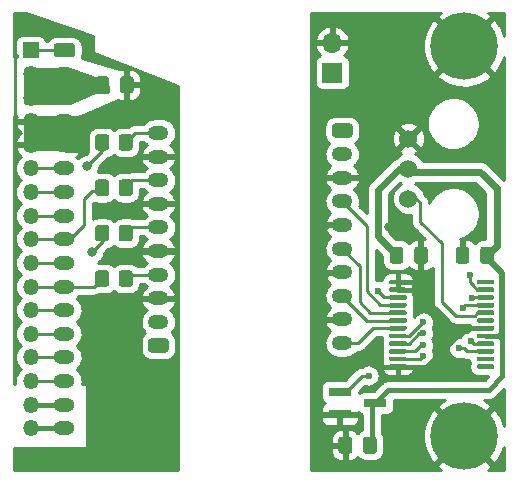
<source format=gtl>
G04 #@! TF.GenerationSoftware,KiCad,Pcbnew,(6.0.1)*
G04 #@! TF.CreationDate,2022-07-04T23:37:27-07:00*
G04 #@! TF.ProjectId,mu100-dit,6d753130-302d-4646-9974-2e6b69636164,rev?*
G04 #@! TF.SameCoordinates,Original*
G04 #@! TF.FileFunction,Copper,L1,Top*
G04 #@! TF.FilePolarity,Positive*
%FSLAX46Y46*%
G04 Gerber Fmt 4.6, Leading zero omitted, Abs format (unit mm)*
G04 Created by KiCad (PCBNEW (6.0.1)) date 2022-07-04 23:37:27*
%MOMM*%
%LPD*%
G01*
G04 APERTURE LIST*
G04 #@! TA.AperFunction,ComponentPad*
%ADD10O,1.750000X1.200000*%
G04 #@! TD*
G04 #@! TA.AperFunction,ConnectorPad*
%ADD11C,5.700000*%
G04 #@! TD*
G04 #@! TA.AperFunction,ComponentPad*
%ADD12C,3.600000*%
G04 #@! TD*
G04 #@! TA.AperFunction,ComponentPad*
%ADD13C,1.524000*%
G04 #@! TD*
G04 #@! TA.AperFunction,ComponentPad*
%ADD14R,1.350000X1.350000*%
G04 #@! TD*
G04 #@! TA.AperFunction,ComponentPad*
%ADD15O,1.350000X1.350000*%
G04 #@! TD*
G04 #@! TA.AperFunction,SMDPad,CuDef*
%ADD16R,1.900000X0.800000*%
G04 #@! TD*
G04 #@! TA.AperFunction,ComponentPad*
%ADD17R,1.700000X1.700000*%
G04 #@! TD*
G04 #@! TA.AperFunction,ComponentPad*
%ADD18O,1.700000X1.700000*%
G04 #@! TD*
G04 #@! TA.AperFunction,ComponentPad*
%ADD19O,1.800000X1.200000*%
G04 #@! TD*
G04 #@! TA.AperFunction,ViaPad*
%ADD20C,0.800000*%
G04 #@! TD*
G04 #@! TA.AperFunction,ViaPad*
%ADD21C,0.600000*%
G04 #@! TD*
G04 #@! TA.AperFunction,Conductor*
%ADD22C,0.400000*%
G04 #@! TD*
G04 #@! TA.AperFunction,Conductor*
%ADD23C,0.600000*%
G04 #@! TD*
G04 #@! TA.AperFunction,Conductor*
%ADD24C,0.500000*%
G04 #@! TD*
G04 #@! TA.AperFunction,Conductor*
%ADD25C,0.250000*%
G04 #@! TD*
G04 #@! TA.AperFunction,Conductor*
%ADD26C,0.254000*%
G04 #@! TD*
G04 APERTURE END LIST*
G04 #@! TA.AperFunction,SMDPad,CuDef*
G36*
G01*
X80705000Y-117702000D02*
X80705000Y-116752000D01*
G75*
G02*
X80955000Y-116502000I250000J0D01*
G01*
X81630000Y-116502000D01*
G75*
G02*
X81880000Y-116752000I0J-250000D01*
G01*
X81880000Y-117702000D01*
G75*
G02*
X81630000Y-117952000I-250000J0D01*
G01*
X80955000Y-117952000D01*
G75*
G02*
X80705000Y-117702000I0J250000D01*
G01*
G37*
G04 #@! TD.AperFunction*
G04 #@! TA.AperFunction,SMDPad,CuDef*
G36*
G01*
X82780000Y-117702000D02*
X82780000Y-116752000D01*
G75*
G02*
X83030000Y-116502000I250000J0D01*
G01*
X83705000Y-116502000D01*
G75*
G02*
X83955000Y-116752000I0J-250000D01*
G01*
X83955000Y-117702000D01*
G75*
G02*
X83705000Y-117952000I-250000J0D01*
G01*
X83030000Y-117952000D01*
G75*
G02*
X82780000Y-117702000I0J250000D01*
G01*
G37*
G04 #@! TD.AperFunction*
G04 #@! TA.AperFunction,ComponentPad*
G36*
G01*
X80405000Y-89972000D02*
X81655000Y-89972000D01*
G75*
G02*
X81905000Y-90222000I0J-250000D01*
G01*
X81905000Y-90922000D01*
G75*
G02*
X81655000Y-91172000I-250000J0D01*
G01*
X80405000Y-91172000D01*
G75*
G02*
X80155000Y-90922000I0J250000D01*
G01*
X80155000Y-90222000D01*
G75*
G02*
X80405000Y-89972000I250000J0D01*
G01*
G37*
G04 #@! TD.AperFunction*
D10*
X81030000Y-92572000D03*
X81030000Y-94572000D03*
X81030000Y-96572000D03*
X81030000Y-98572000D03*
X81030000Y-100572000D03*
X81030000Y-102572000D03*
X81030000Y-104572000D03*
X81030000Y-106572000D03*
X81030000Y-108572000D03*
G04 #@! TA.AperFunction,SMDPad,CuDef*
G36*
G01*
X85002000Y-103513427D02*
X85002000Y-103313427D01*
G75*
G02*
X85102000Y-103213427I100000J0D01*
G01*
X86377000Y-103213427D01*
G75*
G02*
X86477000Y-103313427I0J-100000D01*
G01*
X86477000Y-103513427D01*
G75*
G02*
X86377000Y-103613427I-100000J0D01*
G01*
X85102000Y-103613427D01*
G75*
G02*
X85002000Y-103513427I0J100000D01*
G01*
G37*
G04 #@! TD.AperFunction*
G04 #@! TA.AperFunction,SMDPad,CuDef*
G36*
G01*
X85002000Y-104163427D02*
X85002000Y-103963427D01*
G75*
G02*
X85102000Y-103863427I100000J0D01*
G01*
X86377000Y-103863427D01*
G75*
G02*
X86477000Y-103963427I0J-100000D01*
G01*
X86477000Y-104163427D01*
G75*
G02*
X86377000Y-104263427I-100000J0D01*
G01*
X85102000Y-104263427D01*
G75*
G02*
X85002000Y-104163427I0J100000D01*
G01*
G37*
G04 #@! TD.AperFunction*
G04 #@! TA.AperFunction,SMDPad,CuDef*
G36*
G01*
X85002000Y-104813427D02*
X85002000Y-104613427D01*
G75*
G02*
X85102000Y-104513427I100000J0D01*
G01*
X86377000Y-104513427D01*
G75*
G02*
X86477000Y-104613427I0J-100000D01*
G01*
X86477000Y-104813427D01*
G75*
G02*
X86377000Y-104913427I-100000J0D01*
G01*
X85102000Y-104913427D01*
G75*
G02*
X85002000Y-104813427I0J100000D01*
G01*
G37*
G04 #@! TD.AperFunction*
G04 #@! TA.AperFunction,SMDPad,CuDef*
G36*
G01*
X85002000Y-105463427D02*
X85002000Y-105263427D01*
G75*
G02*
X85102000Y-105163427I100000J0D01*
G01*
X86377000Y-105163427D01*
G75*
G02*
X86477000Y-105263427I0J-100000D01*
G01*
X86477000Y-105463427D01*
G75*
G02*
X86377000Y-105563427I-100000J0D01*
G01*
X85102000Y-105563427D01*
G75*
G02*
X85002000Y-105463427I0J100000D01*
G01*
G37*
G04 #@! TD.AperFunction*
G04 #@! TA.AperFunction,SMDPad,CuDef*
G36*
G01*
X85002000Y-106113427D02*
X85002000Y-105913427D01*
G75*
G02*
X85102000Y-105813427I100000J0D01*
G01*
X86377000Y-105813427D01*
G75*
G02*
X86477000Y-105913427I0J-100000D01*
G01*
X86477000Y-106113427D01*
G75*
G02*
X86377000Y-106213427I-100000J0D01*
G01*
X85102000Y-106213427D01*
G75*
G02*
X85002000Y-106113427I0J100000D01*
G01*
G37*
G04 #@! TD.AperFunction*
G04 #@! TA.AperFunction,SMDPad,CuDef*
G36*
G01*
X85002000Y-106763427D02*
X85002000Y-106563427D01*
G75*
G02*
X85102000Y-106463427I100000J0D01*
G01*
X86377000Y-106463427D01*
G75*
G02*
X86477000Y-106563427I0J-100000D01*
G01*
X86477000Y-106763427D01*
G75*
G02*
X86377000Y-106863427I-100000J0D01*
G01*
X85102000Y-106863427D01*
G75*
G02*
X85002000Y-106763427I0J100000D01*
G01*
G37*
G04 #@! TD.AperFunction*
G04 #@! TA.AperFunction,SMDPad,CuDef*
G36*
G01*
X85002000Y-107413427D02*
X85002000Y-107213427D01*
G75*
G02*
X85102000Y-107113427I100000J0D01*
G01*
X86377000Y-107113427D01*
G75*
G02*
X86477000Y-107213427I0J-100000D01*
G01*
X86477000Y-107413427D01*
G75*
G02*
X86377000Y-107513427I-100000J0D01*
G01*
X85102000Y-107513427D01*
G75*
G02*
X85002000Y-107413427I0J100000D01*
G01*
G37*
G04 #@! TD.AperFunction*
G04 #@! TA.AperFunction,SMDPad,CuDef*
G36*
G01*
X85002000Y-108063427D02*
X85002000Y-107863427D01*
G75*
G02*
X85102000Y-107763427I100000J0D01*
G01*
X86377000Y-107763427D01*
G75*
G02*
X86477000Y-107863427I0J-100000D01*
G01*
X86477000Y-108063427D01*
G75*
G02*
X86377000Y-108163427I-100000J0D01*
G01*
X85102000Y-108163427D01*
G75*
G02*
X85002000Y-108063427I0J100000D01*
G01*
G37*
G04 #@! TD.AperFunction*
G04 #@! TA.AperFunction,SMDPad,CuDef*
G36*
G01*
X85002000Y-108713427D02*
X85002000Y-108513427D01*
G75*
G02*
X85102000Y-108413427I100000J0D01*
G01*
X86377000Y-108413427D01*
G75*
G02*
X86477000Y-108513427I0J-100000D01*
G01*
X86477000Y-108713427D01*
G75*
G02*
X86377000Y-108813427I-100000J0D01*
G01*
X85102000Y-108813427D01*
G75*
G02*
X85002000Y-108713427I0J100000D01*
G01*
G37*
G04 #@! TD.AperFunction*
G04 #@! TA.AperFunction,SMDPad,CuDef*
G36*
G01*
X85002000Y-109363427D02*
X85002000Y-109163427D01*
G75*
G02*
X85102000Y-109063427I100000J0D01*
G01*
X86377000Y-109063427D01*
G75*
G02*
X86477000Y-109163427I0J-100000D01*
G01*
X86477000Y-109363427D01*
G75*
G02*
X86377000Y-109463427I-100000J0D01*
G01*
X85102000Y-109463427D01*
G75*
G02*
X85002000Y-109363427I0J100000D01*
G01*
G37*
G04 #@! TD.AperFunction*
G04 #@! TA.AperFunction,SMDPad,CuDef*
G36*
G01*
X85002000Y-110013427D02*
X85002000Y-109813427D01*
G75*
G02*
X85102000Y-109713427I100000J0D01*
G01*
X86377000Y-109713427D01*
G75*
G02*
X86477000Y-109813427I0J-100000D01*
G01*
X86477000Y-110013427D01*
G75*
G02*
X86377000Y-110113427I-100000J0D01*
G01*
X85102000Y-110113427D01*
G75*
G02*
X85002000Y-110013427I0J100000D01*
G01*
G37*
G04 #@! TD.AperFunction*
G04 #@! TA.AperFunction,SMDPad,CuDef*
G36*
G01*
X85002000Y-110663427D02*
X85002000Y-110463427D01*
G75*
G02*
X85102000Y-110363427I100000J0D01*
G01*
X86377000Y-110363427D01*
G75*
G02*
X86477000Y-110463427I0J-100000D01*
G01*
X86477000Y-110663427D01*
G75*
G02*
X86377000Y-110763427I-100000J0D01*
G01*
X85102000Y-110763427D01*
G75*
G02*
X85002000Y-110663427I0J100000D01*
G01*
G37*
G04 #@! TD.AperFunction*
G04 #@! TA.AperFunction,SMDPad,CuDef*
G36*
G01*
X92427000Y-110663427D02*
X92427000Y-110463427D01*
G75*
G02*
X92527000Y-110363427I100000J0D01*
G01*
X93802000Y-110363427D01*
G75*
G02*
X93902000Y-110463427I0J-100000D01*
G01*
X93902000Y-110663427D01*
G75*
G02*
X93802000Y-110763427I-100000J0D01*
G01*
X92527000Y-110763427D01*
G75*
G02*
X92427000Y-110663427I0J100000D01*
G01*
G37*
G04 #@! TD.AperFunction*
G04 #@! TA.AperFunction,SMDPad,CuDef*
G36*
G01*
X92427000Y-110013427D02*
X92427000Y-109813427D01*
G75*
G02*
X92527000Y-109713427I100000J0D01*
G01*
X93802000Y-109713427D01*
G75*
G02*
X93902000Y-109813427I0J-100000D01*
G01*
X93902000Y-110013427D01*
G75*
G02*
X93802000Y-110113427I-100000J0D01*
G01*
X92527000Y-110113427D01*
G75*
G02*
X92427000Y-110013427I0J100000D01*
G01*
G37*
G04 #@! TD.AperFunction*
G04 #@! TA.AperFunction,SMDPad,CuDef*
G36*
G01*
X92427000Y-109363427D02*
X92427000Y-109163427D01*
G75*
G02*
X92527000Y-109063427I100000J0D01*
G01*
X93802000Y-109063427D01*
G75*
G02*
X93902000Y-109163427I0J-100000D01*
G01*
X93902000Y-109363427D01*
G75*
G02*
X93802000Y-109463427I-100000J0D01*
G01*
X92527000Y-109463427D01*
G75*
G02*
X92427000Y-109363427I0J100000D01*
G01*
G37*
G04 #@! TD.AperFunction*
G04 #@! TA.AperFunction,SMDPad,CuDef*
G36*
G01*
X92427000Y-108713427D02*
X92427000Y-108513427D01*
G75*
G02*
X92527000Y-108413427I100000J0D01*
G01*
X93802000Y-108413427D01*
G75*
G02*
X93902000Y-108513427I0J-100000D01*
G01*
X93902000Y-108713427D01*
G75*
G02*
X93802000Y-108813427I-100000J0D01*
G01*
X92527000Y-108813427D01*
G75*
G02*
X92427000Y-108713427I0J100000D01*
G01*
G37*
G04 #@! TD.AperFunction*
G04 #@! TA.AperFunction,SMDPad,CuDef*
G36*
G01*
X92427000Y-108063427D02*
X92427000Y-107863427D01*
G75*
G02*
X92527000Y-107763427I100000J0D01*
G01*
X93802000Y-107763427D01*
G75*
G02*
X93902000Y-107863427I0J-100000D01*
G01*
X93902000Y-108063427D01*
G75*
G02*
X93802000Y-108163427I-100000J0D01*
G01*
X92527000Y-108163427D01*
G75*
G02*
X92427000Y-108063427I0J100000D01*
G01*
G37*
G04 #@! TD.AperFunction*
G04 #@! TA.AperFunction,SMDPad,CuDef*
G36*
G01*
X92427000Y-107413427D02*
X92427000Y-107213427D01*
G75*
G02*
X92527000Y-107113427I100000J0D01*
G01*
X93802000Y-107113427D01*
G75*
G02*
X93902000Y-107213427I0J-100000D01*
G01*
X93902000Y-107413427D01*
G75*
G02*
X93802000Y-107513427I-100000J0D01*
G01*
X92527000Y-107513427D01*
G75*
G02*
X92427000Y-107413427I0J100000D01*
G01*
G37*
G04 #@! TD.AperFunction*
G04 #@! TA.AperFunction,SMDPad,CuDef*
G36*
G01*
X92427000Y-106763427D02*
X92427000Y-106563427D01*
G75*
G02*
X92527000Y-106463427I100000J0D01*
G01*
X93802000Y-106463427D01*
G75*
G02*
X93902000Y-106563427I0J-100000D01*
G01*
X93902000Y-106763427D01*
G75*
G02*
X93802000Y-106863427I-100000J0D01*
G01*
X92527000Y-106863427D01*
G75*
G02*
X92427000Y-106763427I0J100000D01*
G01*
G37*
G04 #@! TD.AperFunction*
G04 #@! TA.AperFunction,SMDPad,CuDef*
G36*
G01*
X92427000Y-106113427D02*
X92427000Y-105913427D01*
G75*
G02*
X92527000Y-105813427I100000J0D01*
G01*
X93802000Y-105813427D01*
G75*
G02*
X93902000Y-105913427I0J-100000D01*
G01*
X93902000Y-106113427D01*
G75*
G02*
X93802000Y-106213427I-100000J0D01*
G01*
X92527000Y-106213427D01*
G75*
G02*
X92427000Y-106113427I0J100000D01*
G01*
G37*
G04 #@! TD.AperFunction*
G04 #@! TA.AperFunction,SMDPad,CuDef*
G36*
G01*
X92427000Y-105463427D02*
X92427000Y-105263427D01*
G75*
G02*
X92527000Y-105163427I100000J0D01*
G01*
X93802000Y-105163427D01*
G75*
G02*
X93902000Y-105263427I0J-100000D01*
G01*
X93902000Y-105463427D01*
G75*
G02*
X93802000Y-105563427I-100000J0D01*
G01*
X92527000Y-105563427D01*
G75*
G02*
X92427000Y-105463427I0J100000D01*
G01*
G37*
G04 #@! TD.AperFunction*
G04 #@! TA.AperFunction,SMDPad,CuDef*
G36*
G01*
X92427000Y-104813427D02*
X92427000Y-104613427D01*
G75*
G02*
X92527000Y-104513427I100000J0D01*
G01*
X93802000Y-104513427D01*
G75*
G02*
X93902000Y-104613427I0J-100000D01*
G01*
X93902000Y-104813427D01*
G75*
G02*
X93802000Y-104913427I-100000J0D01*
G01*
X92527000Y-104913427D01*
G75*
G02*
X92427000Y-104813427I0J100000D01*
G01*
G37*
G04 #@! TD.AperFunction*
G04 #@! TA.AperFunction,SMDPad,CuDef*
G36*
G01*
X92427000Y-104163427D02*
X92427000Y-103963427D01*
G75*
G02*
X92527000Y-103863427I100000J0D01*
G01*
X93802000Y-103863427D01*
G75*
G02*
X93902000Y-103963427I0J-100000D01*
G01*
X93902000Y-104163427D01*
G75*
G02*
X93802000Y-104263427I-100000J0D01*
G01*
X92527000Y-104263427D01*
G75*
G02*
X92427000Y-104163427I0J100000D01*
G01*
G37*
G04 #@! TD.AperFunction*
G04 #@! TA.AperFunction,SMDPad,CuDef*
G36*
G01*
X92427000Y-103513427D02*
X92427000Y-103313427D01*
G75*
G02*
X92527000Y-103213427I100000J0D01*
G01*
X93802000Y-103213427D01*
G75*
G02*
X93902000Y-103313427I0J-100000D01*
G01*
X93902000Y-103513427D01*
G75*
G02*
X93802000Y-103613427I-100000J0D01*
G01*
X92527000Y-103613427D01*
G75*
G02*
X92427000Y-103513427I0J100000D01*
G01*
G37*
G04 #@! TD.AperFunction*
D11*
X91350000Y-83452000D03*
D12*
X91350000Y-83452000D03*
G04 #@! TA.AperFunction,SMDPad,CuDef*
G36*
G01*
X60122400Y-87182800D02*
X60122400Y-86232800D01*
G75*
G02*
X60372400Y-85982800I250000J0D01*
G01*
X61047400Y-85982800D01*
G75*
G02*
X61297400Y-86232800I0J-250000D01*
G01*
X61297400Y-87182800D01*
G75*
G02*
X61047400Y-87432800I-250000J0D01*
G01*
X60372400Y-87432800D01*
G75*
G02*
X60122400Y-87182800I0J250000D01*
G01*
G37*
G04 #@! TD.AperFunction*
G04 #@! TA.AperFunction,SMDPad,CuDef*
G36*
G01*
X62197400Y-87182800D02*
X62197400Y-86232800D01*
G75*
G02*
X62447400Y-85982800I250000J0D01*
G01*
X63122400Y-85982800D01*
G75*
G02*
X63372400Y-86232800I0J-250000D01*
G01*
X63372400Y-87182800D01*
G75*
G02*
X63122400Y-87432800I-250000J0D01*
G01*
X62447400Y-87432800D01*
G75*
G02*
X62197400Y-87182800I0J250000D01*
G01*
G37*
G04 #@! TD.AperFunction*
D13*
X86620000Y-91262000D03*
X86620000Y-93802000D03*
X86620000Y-96342000D03*
G04 #@! TA.AperFunction,SMDPad,CuDef*
G36*
G01*
X90621000Y-101615000D02*
X90621000Y-100665000D01*
G75*
G02*
X90871000Y-100415000I250000J0D01*
G01*
X91546000Y-100415000D01*
G75*
G02*
X91796000Y-100665000I0J-250000D01*
G01*
X91796000Y-101615000D01*
G75*
G02*
X91546000Y-101865000I-250000J0D01*
G01*
X90871000Y-101865000D01*
G75*
G02*
X90621000Y-101615000I0J250000D01*
G01*
G37*
G04 #@! TD.AperFunction*
G04 #@! TA.AperFunction,SMDPad,CuDef*
G36*
G01*
X92696000Y-101615000D02*
X92696000Y-100665000D01*
G75*
G02*
X92946000Y-100415000I250000J0D01*
G01*
X93621000Y-100415000D01*
G75*
G02*
X93871000Y-100665000I0J-250000D01*
G01*
X93871000Y-101615000D01*
G75*
G02*
X93621000Y-101865000I-250000J0D01*
G01*
X92946000Y-101865000D01*
G75*
G02*
X92696000Y-101615000I0J250000D01*
G01*
G37*
G04 #@! TD.AperFunction*
D14*
X54643400Y-83787000D03*
D15*
X54643400Y-85787000D03*
X54643400Y-87787000D03*
X54643400Y-89787000D03*
X54643400Y-91787000D03*
X54643400Y-93787000D03*
X54643400Y-95787000D03*
X54643400Y-97787000D03*
X54643400Y-99787000D03*
X54643400Y-101787000D03*
X54643400Y-103787000D03*
X54643400Y-105787000D03*
X54643400Y-107787000D03*
X54643400Y-109787000D03*
X54643400Y-111787000D03*
X54643400Y-113787000D03*
X54643400Y-115787000D03*
D16*
X80830000Y-112702000D03*
X80830000Y-114602000D03*
X83830000Y-113652000D03*
G04 #@! TA.AperFunction,SMDPad,CuDef*
G36*
G01*
X60097400Y-99720332D02*
X60097400Y-98820332D01*
G75*
G02*
X60347400Y-98570332I250000J0D01*
G01*
X61047400Y-98570332D01*
G75*
G02*
X61297400Y-98820332I0J-250000D01*
G01*
X61297400Y-99720332D01*
G75*
G02*
X61047400Y-99970332I-250000J0D01*
G01*
X60347400Y-99970332D01*
G75*
G02*
X60097400Y-99720332I0J250000D01*
G01*
G37*
G04 #@! TD.AperFunction*
G04 #@! TA.AperFunction,SMDPad,CuDef*
G36*
G01*
X62097400Y-99720332D02*
X62097400Y-98820332D01*
G75*
G02*
X62347400Y-98570332I250000J0D01*
G01*
X63047400Y-98570332D01*
G75*
G02*
X63297400Y-98820332I0J-250000D01*
G01*
X63297400Y-99720332D01*
G75*
G02*
X63047400Y-99970332I-250000J0D01*
G01*
X62347400Y-99970332D01*
G75*
G02*
X62097400Y-99720332I0J250000D01*
G01*
G37*
G04 #@! TD.AperFunction*
G04 #@! TA.AperFunction,SMDPad,CuDef*
G36*
G01*
X60097400Y-95873666D02*
X60097400Y-94973666D01*
G75*
G02*
X60347400Y-94723666I250000J0D01*
G01*
X61047400Y-94723666D01*
G75*
G02*
X61297400Y-94973666I0J-250000D01*
G01*
X61297400Y-95873666D01*
G75*
G02*
X61047400Y-96123666I-250000J0D01*
G01*
X60347400Y-96123666D01*
G75*
G02*
X60097400Y-95873666I0J250000D01*
G01*
G37*
G04 #@! TD.AperFunction*
G04 #@! TA.AperFunction,SMDPad,CuDef*
G36*
G01*
X62097400Y-95873666D02*
X62097400Y-94973666D01*
G75*
G02*
X62347400Y-94723666I250000J0D01*
G01*
X63047400Y-94723666D01*
G75*
G02*
X63297400Y-94973666I0J-250000D01*
G01*
X63297400Y-95873666D01*
G75*
G02*
X63047400Y-96123666I-250000J0D01*
G01*
X62347400Y-96123666D01*
G75*
G02*
X62097400Y-95873666I0J250000D01*
G01*
G37*
G04 #@! TD.AperFunction*
G04 #@! TA.AperFunction,SMDPad,CuDef*
G36*
G01*
X88283000Y-100665000D02*
X88283000Y-101615000D01*
G75*
G02*
X88033000Y-101865000I-250000J0D01*
G01*
X87358000Y-101865000D01*
G75*
G02*
X87108000Y-101615000I0J250000D01*
G01*
X87108000Y-100665000D01*
G75*
G02*
X87358000Y-100415000I250000J0D01*
G01*
X88033000Y-100415000D01*
G75*
G02*
X88283000Y-100665000I0J-250000D01*
G01*
G37*
G04 #@! TD.AperFunction*
G04 #@! TA.AperFunction,SMDPad,CuDef*
G36*
G01*
X86208000Y-100665000D02*
X86208000Y-101615000D01*
G75*
G02*
X85958000Y-101865000I-250000J0D01*
G01*
X85283000Y-101865000D01*
G75*
G02*
X85033000Y-101615000I0J250000D01*
G01*
X85033000Y-100665000D01*
G75*
G02*
X85283000Y-100415000I250000J0D01*
G01*
X85958000Y-100415000D01*
G75*
G02*
X86208000Y-100665000I0J-250000D01*
G01*
G37*
G04 #@! TD.AperFunction*
G04 #@! TA.AperFunction,SMDPad,CuDef*
G36*
G01*
X60097400Y-92027000D02*
X60097400Y-91127000D01*
G75*
G02*
X60347400Y-90877000I250000J0D01*
G01*
X61047400Y-90877000D01*
G75*
G02*
X61297400Y-91127000I0J-250000D01*
G01*
X61297400Y-92027000D01*
G75*
G02*
X61047400Y-92277000I-250000J0D01*
G01*
X60347400Y-92277000D01*
G75*
G02*
X60097400Y-92027000I0J250000D01*
G01*
G37*
G04 #@! TD.AperFunction*
G04 #@! TA.AperFunction,SMDPad,CuDef*
G36*
G01*
X62097400Y-92027000D02*
X62097400Y-91127000D01*
G75*
G02*
X62347400Y-90877000I250000J0D01*
G01*
X63047400Y-90877000D01*
G75*
G02*
X63297400Y-91127000I0J-250000D01*
G01*
X63297400Y-92027000D01*
G75*
G02*
X63047400Y-92277000I-250000J0D01*
G01*
X62347400Y-92277000D01*
G75*
G02*
X62097400Y-92027000I0J250000D01*
G01*
G37*
G04 #@! TD.AperFunction*
D11*
X91350000Y-116452000D03*
D12*
X91350000Y-116452000D03*
G04 #@! TA.AperFunction,SMDPad,CuDef*
G36*
G01*
X60097400Y-103567000D02*
X60097400Y-102667000D01*
G75*
G02*
X60347400Y-102417000I250000J0D01*
G01*
X61047400Y-102417000D01*
G75*
G02*
X61297400Y-102667000I0J-250000D01*
G01*
X61297400Y-103567000D01*
G75*
G02*
X61047400Y-103817000I-250000J0D01*
G01*
X60347400Y-103817000D01*
G75*
G02*
X60097400Y-103567000I0J250000D01*
G01*
G37*
G04 #@! TD.AperFunction*
G04 #@! TA.AperFunction,SMDPad,CuDef*
G36*
G01*
X62097400Y-103567000D02*
X62097400Y-102667000D01*
G75*
G02*
X62347400Y-102417000I250000J0D01*
G01*
X63047400Y-102417000D01*
G75*
G02*
X63297400Y-102667000I0J-250000D01*
G01*
X63297400Y-103567000D01*
G75*
G02*
X63047400Y-103817000I-250000J0D01*
G01*
X62347400Y-103817000D01*
G75*
G02*
X62097400Y-103567000I0J250000D01*
G01*
G37*
G04 #@! TD.AperFunction*
D17*
X80180000Y-85677000D03*
D18*
X80180000Y-83137000D03*
G04 #@! TA.AperFunction,ComponentPad*
G36*
G01*
X66088400Y-109377000D02*
X64838400Y-109377000D01*
G75*
G02*
X64588400Y-109127000I0J250000D01*
G01*
X64588400Y-108427000D01*
G75*
G02*
X64838400Y-108177000I250000J0D01*
G01*
X66088400Y-108177000D01*
G75*
G02*
X66338400Y-108427000I0J-250000D01*
G01*
X66338400Y-109127000D01*
G75*
G02*
X66088400Y-109377000I-250000J0D01*
G01*
G37*
G04 #@! TD.AperFunction*
D10*
X65463400Y-106777000D03*
X65463400Y-104777000D03*
X65463400Y-102777000D03*
X65463400Y-100777000D03*
X65463400Y-98777000D03*
X65463400Y-96777000D03*
X65463400Y-94777000D03*
X65463400Y-92777000D03*
X65463400Y-90777000D03*
G04 #@! TA.AperFunction,ComponentPad*
G36*
G01*
X56853400Y-83187000D02*
X58153400Y-83187000D01*
G75*
G02*
X58403400Y-83437000I0J-250000D01*
G01*
X58403400Y-84137000D01*
G75*
G02*
X58153400Y-84387000I-250000J0D01*
G01*
X56853400Y-84387000D01*
G75*
G02*
X56603400Y-84137000I0J250000D01*
G01*
X56603400Y-83437000D01*
G75*
G02*
X56853400Y-83187000I250000J0D01*
G01*
G37*
G04 #@! TD.AperFunction*
D19*
X57503400Y-85787000D03*
X57503400Y-87787000D03*
X57503400Y-89787000D03*
X57503400Y-91787000D03*
X57503400Y-93787000D03*
X57503400Y-95787000D03*
X57503400Y-97787000D03*
X57503400Y-99787000D03*
X57503400Y-101787000D03*
X57503400Y-103787000D03*
X57503400Y-105787000D03*
X57503400Y-107787000D03*
X57503400Y-109787000D03*
X57503400Y-111787000D03*
X57503400Y-113787000D03*
X57503400Y-115787000D03*
D20*
X87200000Y-99282000D03*
X82850000Y-94882000D03*
X64713400Y-87477000D03*
X84060000Y-92542000D03*
X59683400Y-89347000D03*
X66743400Y-88267000D03*
X87660000Y-87922000D03*
X89070000Y-95352000D03*
X84970000Y-98752000D03*
X89130000Y-92702000D03*
X86000000Y-89632000D03*
X62723400Y-89897000D03*
X61043400Y-89837000D03*
D21*
X83260000Y-111322000D03*
X84016400Y-104137200D03*
X87889978Y-106829600D03*
X87877200Y-107744000D03*
X87885439Y-108751761D03*
X87877200Y-109674400D03*
X91230000Y-105585000D03*
X92037242Y-104738927D03*
X91839600Y-102841800D03*
X90925200Y-109003500D03*
X91915800Y-108379000D03*
D20*
X59411400Y-93616600D03*
X59868600Y-100855600D03*
D22*
X83655000Y-109902000D02*
X80155000Y-109902000D01*
X86991427Y-104063427D02*
X87130000Y-104202000D01*
X88118573Y-110563427D02*
X85739500Y-110563427D01*
X85739500Y-103413427D02*
X87130000Y-103413427D01*
X78588000Y-104246000D02*
X79292000Y-104950000D01*
X89830000Y-108302000D02*
X89830000Y-108852000D01*
X81030000Y-98572000D02*
X79828000Y-98572000D01*
X78480000Y-99920000D02*
X78480000Y-104022000D01*
X91878573Y-107303427D02*
X92675500Y-107303427D01*
X79292000Y-109039000D02*
X79292000Y-106474000D01*
X88156573Y-110563427D02*
X91168000Y-107552000D01*
X81030000Y-94572000D02*
X79256000Y-94572000D01*
X79390000Y-106572000D02*
X79292000Y-106474000D01*
X79256000Y-94572000D02*
X78480000Y-95348000D01*
X85739500Y-110563427D02*
X84316427Y-110563427D01*
X85739500Y-104063427D02*
X86991427Y-104063427D01*
X91630000Y-107552000D02*
X91878573Y-107303427D01*
X91168000Y-107552000D02*
X91630000Y-107552000D01*
X78480000Y-104022000D02*
X78588000Y-104130000D01*
X87130000Y-104412000D02*
X88910000Y-106192000D01*
X79828000Y-98572000D02*
X78480000Y-99920000D01*
X88910000Y-106192000D02*
X88910000Y-107432000D01*
X78588000Y-104130000D02*
X78588000Y-104246000D01*
X84316427Y-110563427D02*
X83655000Y-109902000D01*
X87130000Y-104202000D02*
X87130000Y-104412000D01*
X79292000Y-104950000D02*
X79292000Y-106474000D01*
X89830000Y-108852000D02*
X88118573Y-110563427D01*
X80155000Y-109902000D02*
X79292000Y-109039000D01*
X79930000Y-102572000D02*
X78480000Y-104022000D01*
X78480000Y-95348000D02*
X78480000Y-99920000D01*
X87130000Y-103413427D02*
X87130000Y-104202000D01*
X81030000Y-102572000D02*
X79930000Y-102572000D01*
X88910000Y-107432000D02*
X89730000Y-108252000D01*
X81030000Y-106572000D02*
X79390000Y-106572000D01*
D23*
X94090000Y-95462000D02*
X92690000Y-94062000D01*
X85830000Y-93802000D02*
X84030000Y-95602000D01*
X94090000Y-100312000D02*
X94090000Y-95462000D01*
D22*
X83555000Y-113927000D02*
X83555000Y-116914500D01*
X94068573Y-107963427D02*
X94318573Y-107963427D01*
X94580000Y-111402000D02*
X93430000Y-112552000D01*
X54643400Y-85787000D02*
X54643400Y-87787000D01*
X57973400Y-87537000D02*
X58802600Y-86707800D01*
D23*
X86371000Y-93802000D02*
X85830000Y-93802000D01*
D24*
X94360000Y-107962000D02*
X94560000Y-107762000D01*
D22*
X83555000Y-116914500D02*
X83367500Y-117102000D01*
X94580000Y-108224854D02*
X94580000Y-111402000D01*
X94318573Y-107963427D02*
X94580000Y-108224854D01*
D24*
X94530000Y-107732000D02*
X94530000Y-102640500D01*
D22*
X54643400Y-85787000D02*
X57503400Y-85787000D01*
D23*
X84030000Y-95602000D02*
X84030000Y-99549500D01*
D24*
X94530000Y-102640500D02*
X93029500Y-101140000D01*
D23*
X93516000Y-100886000D02*
X94090000Y-100312000D01*
D22*
X94580000Y-108224854D02*
X94580000Y-107782000D01*
X94580000Y-107782000D02*
X94560000Y-107762000D01*
X54643400Y-87787000D02*
X57503400Y-87787000D01*
X83830000Y-113652000D02*
X83555000Y-113927000D01*
X57503400Y-87787000D02*
X58582600Y-86707800D01*
X58582600Y-86707800D02*
X60709900Y-86707800D01*
X94318573Y-107963427D02*
X93164500Y-107963427D01*
D24*
X94560000Y-107762000D02*
X94530000Y-107732000D01*
D23*
X92690000Y-94062000D02*
X86880000Y-94062000D01*
D22*
X84930000Y-112552000D02*
X83830000Y-113652000D01*
D23*
X84030000Y-99549500D02*
X85620500Y-101140000D01*
D22*
X93430000Y-112552000D02*
X84930000Y-112552000D01*
D23*
X86880000Y-94062000D02*
X86620000Y-93802000D01*
D25*
X83660357Y-107313427D02*
X82401784Y-108572000D01*
X85739500Y-107313427D02*
X83660357Y-107313427D01*
X82401784Y-108572000D02*
X81030000Y-108572000D01*
X82490000Y-102032000D02*
X82490000Y-105100000D01*
X81030000Y-100572000D02*
X82490000Y-102032000D01*
X83403427Y-106013427D02*
X85739500Y-106013427D01*
X82490000Y-105100000D02*
X83403427Y-106013427D01*
X84592627Y-104713427D02*
X85739500Y-104713427D01*
X82710000Y-111322000D02*
X81330000Y-112702000D01*
X83260000Y-111322000D02*
X82710000Y-111322000D01*
X84016400Y-104137200D02*
X84592627Y-104713427D01*
X81330000Y-112702000D02*
X80830000Y-112702000D01*
X83102000Y-98644000D02*
X83102000Y-104206482D01*
X84258945Y-105363427D02*
X85739500Y-105363427D01*
X83102000Y-104206482D02*
X84258945Y-105363427D01*
X81030000Y-96572000D02*
X83102000Y-98644000D01*
X86699662Y-107963427D02*
X85739500Y-107963427D01*
X87833489Y-106829600D02*
X86699662Y-107963427D01*
X87889978Y-106829600D02*
X87833489Y-106829600D01*
X87877200Y-107744000D02*
X87554807Y-107744000D01*
X87554807Y-107744000D02*
X86685380Y-108613427D01*
X86685380Y-108613427D02*
X85739500Y-108613427D01*
X87885439Y-108751761D02*
X87680239Y-108751761D01*
X87168573Y-109263427D02*
X85739500Y-109263427D01*
X87680239Y-108751761D02*
X87168573Y-109263427D01*
X87877200Y-109674400D02*
X87638173Y-109913427D01*
X87638173Y-109913427D02*
X85739500Y-109913427D01*
X90630000Y-106252000D02*
X92238066Y-106252000D01*
X89440000Y-100142000D02*
X89440000Y-105062000D01*
X92476639Y-106013427D02*
X93164500Y-106013427D01*
X89440000Y-105062000D02*
X90630000Y-106252000D01*
X87610000Y-98312000D02*
X89440000Y-100142000D01*
X92238066Y-106252000D02*
X92476639Y-106013427D01*
X87610000Y-96662000D02*
X87610000Y-98312000D01*
X86620000Y-96342000D02*
X87290000Y-96342000D01*
X87290000Y-96342000D02*
X87610000Y-96662000D01*
X91451573Y-105363427D02*
X93164500Y-105363427D01*
X91230000Y-105585000D02*
X91451573Y-105363427D01*
X92037242Y-104738927D02*
X92062742Y-104713427D01*
X92062742Y-104713427D02*
X93164500Y-104713427D01*
X91839600Y-102841800D02*
X91839600Y-103411600D01*
X92102480Y-103689268D02*
X92476639Y-104063427D01*
X91839600Y-103411600D02*
X92102480Y-103674480D01*
X92476639Y-104063427D02*
X93164500Y-104063427D01*
X92102480Y-103674480D02*
X92102480Y-103689268D01*
X91331500Y-109003500D02*
X91591427Y-109263427D01*
X90925200Y-109003500D02*
X91331500Y-109003500D01*
X91591427Y-109263427D02*
X93164500Y-109263427D01*
X81030000Y-104572000D02*
X83121427Y-106663427D01*
X83121427Y-106663427D02*
X85739500Y-106663427D01*
X92150227Y-108613427D02*
X93164500Y-108613427D01*
X91915800Y-108379000D02*
X92150227Y-108613427D01*
X54643400Y-83787000D02*
X57503400Y-83787000D01*
X54643400Y-93787000D02*
X57503400Y-93787000D01*
X54643400Y-95787000D02*
X57503400Y-95787000D01*
X54643400Y-97787000D02*
X57503400Y-97787000D01*
X59872400Y-95687000D02*
X60727400Y-95687000D01*
X59157400Y-96402000D02*
X59872400Y-95687000D01*
X57503400Y-99787000D02*
X57965400Y-99787000D01*
X59157400Y-98595000D02*
X59157400Y-96402000D01*
X57965400Y-99787000D02*
X59157400Y-98595000D01*
X54643400Y-99787000D02*
X57503400Y-99787000D01*
X54643400Y-101787000D02*
X57503400Y-101787000D01*
X60027400Y-103787000D02*
X60697400Y-103117000D01*
X54643400Y-103787000D02*
X60027400Y-103787000D01*
X60717400Y-92310600D02*
X60717400Y-91577000D01*
X59411400Y-93616600D02*
X60717400Y-92310600D01*
X54643400Y-105787000D02*
X57503400Y-105787000D01*
X59868600Y-100855600D02*
X60757400Y-99966800D01*
X54643400Y-107787000D02*
X57503400Y-107787000D01*
X60757400Y-99966800D02*
X60757400Y-98907000D01*
X54643400Y-109787000D02*
X57503400Y-109787000D01*
X54643400Y-111787000D02*
X57503400Y-111787000D01*
D22*
X54643400Y-113787000D02*
X57503400Y-113787000D01*
X54643400Y-115787000D02*
X57503400Y-115787000D01*
D25*
X62663400Y-102777000D02*
X65113400Y-102777000D01*
X62383400Y-98907000D02*
X62513400Y-98777000D01*
X62513400Y-98777000D02*
X65113400Y-98777000D01*
X62353400Y-95687000D02*
X63263400Y-94777000D01*
X63263400Y-94777000D02*
X65113400Y-94777000D01*
X63497400Y-90777000D02*
X65113400Y-90777000D01*
X62697400Y-91577000D02*
X63497400Y-90777000D01*
D26*
X53453400Y-84346600D02*
X53385279Y-84366602D01*
X53338786Y-84420258D01*
X53327400Y-84472600D01*
X53327400Y-89273200D01*
X53347402Y-89341321D01*
X53401058Y-89387814D01*
X53453400Y-89399200D01*
X53453400Y-89457000D01*
X53223600Y-89457000D01*
X53223600Y-89385047D01*
X53243521Y-89379198D01*
X53290014Y-89325542D01*
X53301400Y-89273200D01*
X53301400Y-84472600D01*
X53281398Y-84404479D01*
X53227742Y-84357986D01*
X53223600Y-84357085D01*
X53223600Y-84177000D01*
X53453400Y-84177000D01*
X53453400Y-84346600D02*
X53453400Y-84177000D01*
G04 #@! TA.AperFunction,Conductor*
G36*
X53453400Y-84346600D02*
G01*
X53385279Y-84366602D01*
X53338786Y-84420258D01*
X53327400Y-84472600D01*
X53327400Y-89273200D01*
X53347402Y-89341321D01*
X53401058Y-89387814D01*
X53453400Y-89399200D01*
X53453400Y-89457000D01*
X53223600Y-89457000D01*
X53223600Y-89385047D01*
X53243521Y-89379198D01*
X53290014Y-89325542D01*
X53301400Y-89273200D01*
X53301400Y-84472600D01*
X53281398Y-84404479D01*
X53227742Y-84357986D01*
X53223600Y-84357085D01*
X53223600Y-84177000D01*
X53453400Y-84177000D01*
X53453400Y-84346600D01*
G37*
G04 #@! TD.AperFunction*
X59897243Y-82591042D02*
X59895000Y-83862778D01*
X59914882Y-83930934D01*
X59974638Y-83980160D01*
X67116000Y-86806106D01*
X67116000Y-119318000D01*
X53231600Y-119318000D01*
X53231600Y-117463200D01*
X59251800Y-117463200D01*
X59319921Y-117443198D01*
X59366414Y-117389542D01*
X59377800Y-117337200D01*
X59377800Y-112177000D01*
X59357798Y-112108879D01*
X59304142Y-112062386D01*
X59251800Y-112051000D01*
X59012539Y-112051000D01*
X59040309Y-111859476D01*
X59041478Y-111835570D01*
X59031698Y-111624275D01*
X59028326Y-111600580D01*
X58978768Y-111394945D01*
X58970976Y-111372315D01*
X58883427Y-111179762D01*
X58871496Y-111159013D01*
X58749116Y-110986489D01*
X58733477Y-110968371D01*
X58580681Y-110822101D01*
X58561898Y-110807267D01*
X58529586Y-110786403D01*
X58649153Y-110692482D01*
X58666485Y-110675976D01*
X58805117Y-110516217D01*
X58819016Y-110496732D01*
X58924937Y-110313641D01*
X58934901Y-110291879D01*
X59004289Y-110092062D01*
X59009957Y-110068809D01*
X59040309Y-109859476D01*
X59041478Y-109835570D01*
X59031698Y-109624275D01*
X59028326Y-109600580D01*
X58978768Y-109394945D01*
X58970976Y-109372315D01*
X58883427Y-109179762D01*
X58871496Y-109159013D01*
X58749116Y-108986489D01*
X58733477Y-108968371D01*
X58580681Y-108822101D01*
X58561898Y-108807267D01*
X58529586Y-108786403D01*
X58649153Y-108692482D01*
X58666485Y-108675976D01*
X58805117Y-108516217D01*
X58819016Y-108496732D01*
X58924937Y-108313641D01*
X58934901Y-108291879D01*
X59004289Y-108092062D01*
X59009957Y-108068809D01*
X59040309Y-107859476D01*
X59041478Y-107835570D01*
X59031698Y-107624275D01*
X59028326Y-107600580D01*
X58978768Y-107394945D01*
X58970976Y-107372315D01*
X58883427Y-107179762D01*
X58871496Y-107159013D01*
X58749116Y-106986489D01*
X58733477Y-106968371D01*
X58580681Y-106822101D01*
X58561898Y-106807267D01*
X58529586Y-106786403D01*
X58603389Y-106728430D01*
X63950322Y-106728430D01*
X63960102Y-106939725D01*
X63963474Y-106963420D01*
X64013032Y-107169055D01*
X64020824Y-107191685D01*
X64108373Y-107384238D01*
X64120304Y-107404987D01*
X64242684Y-107577511D01*
X64258323Y-107595629D01*
X64353587Y-107686824D01*
X64297749Y-107721378D01*
X64274879Y-107739504D01*
X64149922Y-107864679D01*
X64131835Y-107887581D01*
X64039025Y-108038146D01*
X64026692Y-108064595D01*
X63971010Y-108232472D01*
X63965259Y-108259296D01*
X63954556Y-108363757D01*
X63953900Y-108376600D01*
X63953900Y-109177400D01*
X63954573Y-109190404D01*
X63965547Y-109296170D01*
X63971350Y-109323042D01*
X64027326Y-109490822D01*
X64039706Y-109517249D01*
X64132778Y-109667651D01*
X64150904Y-109690521D01*
X64276079Y-109815478D01*
X64298981Y-109833565D01*
X64449546Y-109926375D01*
X64475995Y-109938708D01*
X64643872Y-109994390D01*
X64670696Y-110000141D01*
X64775157Y-110010844D01*
X64788000Y-110011500D01*
X66138800Y-110011500D01*
X66151804Y-110010827D01*
X66257570Y-109999853D01*
X66284442Y-109994050D01*
X66452222Y-109938074D01*
X66478649Y-109925694D01*
X66629051Y-109832622D01*
X66651921Y-109814496D01*
X66776878Y-109689321D01*
X66794965Y-109666419D01*
X66887775Y-109515854D01*
X66900108Y-109489405D01*
X66955790Y-109321528D01*
X66961541Y-109294704D01*
X66972244Y-109190243D01*
X66972900Y-109177400D01*
X66972900Y-108376600D01*
X66972227Y-108363596D01*
X66961253Y-108257830D01*
X66955450Y-108230958D01*
X66899474Y-108063178D01*
X66887094Y-108036751D01*
X66794022Y-107886349D01*
X66775896Y-107863479D01*
X66650721Y-107738522D01*
X66627819Y-107720435D01*
X66576280Y-107688666D01*
X66584153Y-107682482D01*
X66601485Y-107665976D01*
X66740117Y-107506217D01*
X66754016Y-107486732D01*
X66859937Y-107303641D01*
X66869901Y-107281879D01*
X66939289Y-107082062D01*
X66944957Y-107058809D01*
X66975309Y-106849476D01*
X66976478Y-106825570D01*
X66966698Y-106614275D01*
X66963326Y-106590580D01*
X66913768Y-106384945D01*
X66905976Y-106362315D01*
X66818427Y-106169762D01*
X66806496Y-106149013D01*
X66684116Y-105976489D01*
X66668477Y-105958371D01*
X66515681Y-105812101D01*
X66496898Y-105797267D01*
X66464142Y-105776116D01*
X66583807Y-105682118D01*
X66601139Y-105665613D01*
X66739708Y-105505927D01*
X66753607Y-105486441D01*
X66859480Y-105303432D01*
X66869444Y-105281670D01*
X66938801Y-105081943D01*
X66944470Y-105058685D01*
X66945863Y-105049075D01*
X66935840Y-104978790D01*
X66889409Y-104925081D01*
X66821166Y-104905000D01*
X64109883Y-104905000D01*
X64041762Y-104925002D01*
X63995269Y-104978658D01*
X63985165Y-105048932D01*
X63987390Y-105060521D01*
X64013507Y-105168891D01*
X64021299Y-105191521D01*
X64108808Y-105383988D01*
X64120739Y-105404737D01*
X64243064Y-105577183D01*
X64258703Y-105595301D01*
X64411430Y-105741505D01*
X64430213Y-105756339D01*
X64462630Y-105777270D01*
X64342647Y-105871518D01*
X64325315Y-105888024D01*
X64186683Y-106047783D01*
X64172784Y-106067268D01*
X64066863Y-106250359D01*
X64056899Y-106272121D01*
X63987511Y-106471938D01*
X63981843Y-106495191D01*
X63951491Y-106704524D01*
X63950322Y-106728430D01*
X58603389Y-106728430D01*
X58649153Y-106692482D01*
X58666485Y-106675976D01*
X58805117Y-106516217D01*
X58819016Y-106496732D01*
X58924937Y-106313641D01*
X58934901Y-106291879D01*
X59004289Y-106092062D01*
X59009957Y-106068809D01*
X59040309Y-105859476D01*
X59041478Y-105835570D01*
X59031698Y-105624275D01*
X59028326Y-105600580D01*
X58978768Y-105394945D01*
X58970976Y-105372315D01*
X58883427Y-105179762D01*
X58871496Y-105159013D01*
X58749116Y-104986489D01*
X58733477Y-104968371D01*
X58580681Y-104822101D01*
X58561898Y-104807267D01*
X58529586Y-104786403D01*
X58649153Y-104692482D01*
X58666485Y-104675976D01*
X58778839Y-104546500D01*
X59948633Y-104546500D01*
X59971268Y-104548640D01*
X60039345Y-104546500D01*
X60067256Y-104546500D01*
X60083046Y-104545507D01*
X60087057Y-104545000D01*
X60131248Y-104543611D01*
X60162441Y-104538670D01*
X60181892Y-104533019D01*
X60201990Y-104530480D01*
X60232581Y-104522626D01*
X60273695Y-104506348D01*
X60316145Y-104494015D01*
X60345133Y-104481471D01*
X60362569Y-104471159D01*
X60381399Y-104463704D01*
X60403600Y-104451500D01*
X61097800Y-104451500D01*
X61110804Y-104450827D01*
X61216570Y-104439853D01*
X61243442Y-104434050D01*
X61411222Y-104378074D01*
X61437649Y-104365694D01*
X61588051Y-104272622D01*
X61610921Y-104254496D01*
X61697357Y-104167909D01*
X61785079Y-104255478D01*
X61807981Y-104273565D01*
X61958546Y-104366375D01*
X61984995Y-104378708D01*
X62152872Y-104434390D01*
X62179696Y-104440141D01*
X62284157Y-104450844D01*
X62297000Y-104451500D01*
X63097800Y-104451500D01*
X63110804Y-104450827D01*
X63216570Y-104439853D01*
X63243442Y-104434050D01*
X63411222Y-104378074D01*
X63437649Y-104365694D01*
X63588051Y-104272622D01*
X63610921Y-104254496D01*
X63735878Y-104129321D01*
X63753965Y-104106419D01*
X63846775Y-103955854D01*
X63859108Y-103929405D01*
X63914790Y-103761528D01*
X63920541Y-103734704D01*
X63931244Y-103630243D01*
X63931900Y-103617400D01*
X63931900Y-103536500D01*
X64213593Y-103536500D01*
X64242684Y-103577511D01*
X64258323Y-103595629D01*
X64411119Y-103741899D01*
X64429902Y-103756733D01*
X64462658Y-103777884D01*
X64342993Y-103871882D01*
X64325661Y-103888387D01*
X64187092Y-104048073D01*
X64173193Y-104067559D01*
X64067320Y-104250568D01*
X64057356Y-104272330D01*
X63987999Y-104472057D01*
X63982330Y-104495315D01*
X63980937Y-104504925D01*
X63990960Y-104575210D01*
X64037391Y-104628919D01*
X64105634Y-104649000D01*
X66816917Y-104649000D01*
X66885038Y-104628998D01*
X66931531Y-104575342D01*
X66941635Y-104505068D01*
X66939410Y-104493479D01*
X66913293Y-104385109D01*
X66905501Y-104362479D01*
X66817992Y-104170012D01*
X66806061Y-104149263D01*
X66683736Y-103976817D01*
X66668097Y-103958699D01*
X66515370Y-103812495D01*
X66496587Y-103797661D01*
X66464170Y-103776730D01*
X66584153Y-103682482D01*
X66601485Y-103665976D01*
X66740117Y-103506217D01*
X66754016Y-103486732D01*
X66859937Y-103303641D01*
X66869901Y-103281879D01*
X66939289Y-103082062D01*
X66944957Y-103058809D01*
X66975309Y-102849476D01*
X66976478Y-102825570D01*
X66966698Y-102614275D01*
X66963326Y-102590580D01*
X66913768Y-102384945D01*
X66905976Y-102362315D01*
X66818427Y-102169762D01*
X66806496Y-102149013D01*
X66684116Y-101976489D01*
X66668477Y-101958371D01*
X66515681Y-101812101D01*
X66496898Y-101797267D01*
X66464142Y-101776116D01*
X66583807Y-101682118D01*
X66601139Y-101665613D01*
X66739708Y-101505927D01*
X66753607Y-101486441D01*
X66859480Y-101303432D01*
X66869444Y-101281670D01*
X66938801Y-101081943D01*
X66944470Y-101058685D01*
X66945863Y-101049075D01*
X66935840Y-100978790D01*
X66889409Y-100925081D01*
X66821166Y-100905000D01*
X64109883Y-100905000D01*
X64041762Y-100925002D01*
X63995269Y-100978658D01*
X63985165Y-101048932D01*
X63987390Y-101060521D01*
X64013507Y-101168891D01*
X64021299Y-101191521D01*
X64108808Y-101383988D01*
X64120739Y-101404737D01*
X64243064Y-101577183D01*
X64258703Y-101595301D01*
X64411430Y-101741505D01*
X64430213Y-101756339D01*
X64462630Y-101777270D01*
X64342647Y-101871518D01*
X64325315Y-101888024D01*
X64212961Y-102017500D01*
X63648767Y-102017500D01*
X63609721Y-101978522D01*
X63586819Y-101960435D01*
X63436254Y-101867625D01*
X63409805Y-101855292D01*
X63241928Y-101799610D01*
X63215104Y-101793859D01*
X63110643Y-101783156D01*
X63097800Y-101782500D01*
X62297000Y-101782500D01*
X62283996Y-101783173D01*
X62178230Y-101794147D01*
X62151358Y-101799950D01*
X61983578Y-101855926D01*
X61957151Y-101868306D01*
X61806749Y-101961378D01*
X61783879Y-101979504D01*
X61697443Y-102066091D01*
X61609721Y-101978522D01*
X61586819Y-101960435D01*
X61436254Y-101867625D01*
X61409805Y-101855292D01*
X61241928Y-101799610D01*
X61215104Y-101793859D01*
X61110643Y-101783156D01*
X61097800Y-101782500D01*
X60330164Y-101782500D01*
X60376601Y-101761825D01*
X60399413Y-101748654D01*
X60553914Y-101636402D01*
X60573489Y-101618776D01*
X60701276Y-101476854D01*
X60716759Y-101455544D01*
X60812246Y-101290156D01*
X60822960Y-101266092D01*
X60881975Y-101084464D01*
X60887452Y-101058698D01*
X60904817Y-100893478D01*
X61203784Y-100594511D01*
X61216569Y-100593185D01*
X61243442Y-100587382D01*
X61411222Y-100531406D01*
X61437649Y-100519026D01*
X61588051Y-100425954D01*
X61610921Y-100407828D01*
X61697357Y-100321241D01*
X61785079Y-100408810D01*
X61807981Y-100426897D01*
X61958546Y-100519707D01*
X61984995Y-100532040D01*
X62152872Y-100587722D01*
X62179696Y-100593473D01*
X62284157Y-100604176D01*
X62297000Y-100604832D01*
X63097800Y-100604832D01*
X63110804Y-100604159D01*
X63216570Y-100593185D01*
X63243442Y-100587382D01*
X63411222Y-100531406D01*
X63437649Y-100519026D01*
X63588051Y-100425954D01*
X63610921Y-100407828D01*
X63735878Y-100282653D01*
X63753965Y-100259751D01*
X63846775Y-100109186D01*
X63859108Y-100082737D01*
X63914790Y-99914860D01*
X63920541Y-99888036D01*
X63931244Y-99783575D01*
X63931900Y-99770732D01*
X63931900Y-99536500D01*
X64213593Y-99536500D01*
X64242684Y-99577511D01*
X64258323Y-99595629D01*
X64411119Y-99741899D01*
X64429902Y-99756733D01*
X64462658Y-99777884D01*
X64342993Y-99871882D01*
X64325661Y-99888387D01*
X64187092Y-100048073D01*
X64173193Y-100067559D01*
X64067320Y-100250568D01*
X64057356Y-100272330D01*
X63987999Y-100472057D01*
X63982330Y-100495315D01*
X63980937Y-100504925D01*
X63990960Y-100575210D01*
X64037391Y-100628919D01*
X64105634Y-100649000D01*
X66816917Y-100649000D01*
X66885038Y-100628998D01*
X66931531Y-100575342D01*
X66941635Y-100505068D01*
X66939410Y-100493479D01*
X66913293Y-100385109D01*
X66905501Y-100362479D01*
X66817992Y-100170012D01*
X66806061Y-100149263D01*
X66683736Y-99976817D01*
X66668097Y-99958699D01*
X66515370Y-99812495D01*
X66496587Y-99797661D01*
X66464170Y-99776730D01*
X66584153Y-99682482D01*
X66601485Y-99665976D01*
X66740117Y-99506217D01*
X66754016Y-99486732D01*
X66859937Y-99303641D01*
X66869901Y-99281879D01*
X66939289Y-99082062D01*
X66944957Y-99058809D01*
X66975309Y-98849476D01*
X66976478Y-98825570D01*
X66966698Y-98614275D01*
X66963326Y-98590580D01*
X66913768Y-98384945D01*
X66905976Y-98362315D01*
X66818427Y-98169762D01*
X66806496Y-98149013D01*
X66684116Y-97976489D01*
X66668477Y-97958371D01*
X66515681Y-97812101D01*
X66496898Y-97797267D01*
X66464142Y-97776116D01*
X66583807Y-97682118D01*
X66601139Y-97665613D01*
X66739708Y-97505927D01*
X66753607Y-97486441D01*
X66859480Y-97303432D01*
X66869444Y-97281670D01*
X66938801Y-97081943D01*
X66944470Y-97058685D01*
X66945863Y-97049075D01*
X66935840Y-96978790D01*
X66889409Y-96925081D01*
X66821166Y-96905000D01*
X64109883Y-96905000D01*
X64041762Y-96925002D01*
X63995269Y-96978658D01*
X63985165Y-97048932D01*
X63987390Y-97060521D01*
X64013507Y-97168891D01*
X64021299Y-97191521D01*
X64108808Y-97383988D01*
X64120739Y-97404737D01*
X64243064Y-97577183D01*
X64258703Y-97595301D01*
X64411430Y-97741505D01*
X64430213Y-97756339D01*
X64462630Y-97777270D01*
X64342647Y-97871518D01*
X64325315Y-97888024D01*
X64212961Y-98017500D01*
X63428839Y-98017500D01*
X63409805Y-98008624D01*
X63241928Y-97952942D01*
X63215104Y-97947191D01*
X63110643Y-97936488D01*
X63097800Y-97935832D01*
X62297000Y-97935832D01*
X62283996Y-97936505D01*
X62178230Y-97947479D01*
X62151358Y-97953282D01*
X61983578Y-98009258D01*
X61957151Y-98021638D01*
X61806749Y-98114710D01*
X61783879Y-98132836D01*
X61697443Y-98219423D01*
X61609721Y-98131854D01*
X61586819Y-98113767D01*
X61436254Y-98020957D01*
X61409805Y-98008624D01*
X61241928Y-97952942D01*
X61215104Y-97947191D01*
X61110643Y-97936488D01*
X61097800Y-97935832D01*
X60297000Y-97935832D01*
X60283996Y-97936505D01*
X60178230Y-97947479D01*
X60151358Y-97953282D01*
X59983578Y-98009258D01*
X59957151Y-98021638D01*
X59916900Y-98046546D01*
X59916900Y-96716594D01*
X59959847Y-96673647D01*
X59984995Y-96685374D01*
X60152872Y-96741056D01*
X60179696Y-96746807D01*
X60284157Y-96757510D01*
X60297000Y-96758166D01*
X61097800Y-96758166D01*
X61110804Y-96757493D01*
X61216570Y-96746519D01*
X61243442Y-96740716D01*
X61411222Y-96684740D01*
X61437649Y-96672360D01*
X61588051Y-96579288D01*
X61610921Y-96561162D01*
X61697357Y-96474575D01*
X61785079Y-96562144D01*
X61807981Y-96580231D01*
X61958546Y-96673041D01*
X61984995Y-96685374D01*
X62152872Y-96741056D01*
X62179696Y-96746807D01*
X62284157Y-96757510D01*
X62297000Y-96758166D01*
X63097800Y-96758166D01*
X63110804Y-96757493D01*
X63216570Y-96746519D01*
X63243442Y-96740716D01*
X63411222Y-96684740D01*
X63437649Y-96672360D01*
X63588051Y-96579288D01*
X63610921Y-96561162D01*
X63735878Y-96435987D01*
X63753965Y-96413085D01*
X63846775Y-96262520D01*
X63859108Y-96236071D01*
X63914790Y-96068194D01*
X63920541Y-96041370D01*
X63931244Y-95936909D01*
X63931900Y-95924066D01*
X63931900Y-95536500D01*
X64213593Y-95536500D01*
X64242684Y-95577511D01*
X64258323Y-95595629D01*
X64411119Y-95741899D01*
X64429902Y-95756733D01*
X64462658Y-95777884D01*
X64342993Y-95871882D01*
X64325661Y-95888387D01*
X64187092Y-96048073D01*
X64173193Y-96067559D01*
X64067320Y-96250568D01*
X64057356Y-96272330D01*
X63987999Y-96472057D01*
X63982330Y-96495315D01*
X63980937Y-96504925D01*
X63990960Y-96575210D01*
X64037391Y-96628919D01*
X64105634Y-96649000D01*
X66816917Y-96649000D01*
X66885038Y-96628998D01*
X66931531Y-96575342D01*
X66941635Y-96505068D01*
X66939410Y-96493479D01*
X66913293Y-96385109D01*
X66905501Y-96362479D01*
X66817992Y-96170012D01*
X66806061Y-96149263D01*
X66683736Y-95976817D01*
X66668097Y-95958699D01*
X66515370Y-95812495D01*
X66496587Y-95797661D01*
X66464170Y-95776730D01*
X66584153Y-95682482D01*
X66601485Y-95665976D01*
X66740117Y-95506217D01*
X66754016Y-95486732D01*
X66859937Y-95303641D01*
X66869901Y-95281879D01*
X66939289Y-95082062D01*
X66944957Y-95058809D01*
X66975309Y-94849476D01*
X66976478Y-94825570D01*
X66966698Y-94614275D01*
X66963326Y-94590580D01*
X66913768Y-94384945D01*
X66905976Y-94362315D01*
X66818427Y-94169762D01*
X66806496Y-94149013D01*
X66684116Y-93976489D01*
X66668477Y-93958371D01*
X66515681Y-93812101D01*
X66496898Y-93797267D01*
X66464142Y-93776116D01*
X66583807Y-93682118D01*
X66601139Y-93665613D01*
X66739708Y-93505927D01*
X66753607Y-93486441D01*
X66859480Y-93303432D01*
X66869444Y-93281670D01*
X66938801Y-93081943D01*
X66944470Y-93058685D01*
X66945863Y-93049075D01*
X66935840Y-92978790D01*
X66889409Y-92925081D01*
X66821166Y-92905000D01*
X64109883Y-92905000D01*
X64041762Y-92925002D01*
X63995269Y-92978658D01*
X63985165Y-93048932D01*
X63987390Y-93060521D01*
X64013507Y-93168891D01*
X64021299Y-93191521D01*
X64108808Y-93383988D01*
X64120739Y-93404737D01*
X64243064Y-93577183D01*
X64258703Y-93595301D01*
X64411430Y-93741505D01*
X64430213Y-93756339D01*
X64462630Y-93777270D01*
X64342647Y-93871518D01*
X64325315Y-93888024D01*
X64212961Y-94017500D01*
X63342163Y-94017500D01*
X63319533Y-94015361D01*
X63251475Y-94017500D01*
X63223544Y-94017500D01*
X63207746Y-94018494D01*
X63203736Y-94019001D01*
X63159553Y-94020389D01*
X63128359Y-94025330D01*
X63108909Y-94030980D01*
X63088809Y-94033520D01*
X63058220Y-94041374D01*
X63017115Y-94057648D01*
X62974653Y-94069985D01*
X62945668Y-94082528D01*
X62934444Y-94089166D01*
X62297000Y-94089166D01*
X62283996Y-94089839D01*
X62178230Y-94100813D01*
X62151358Y-94106616D01*
X61983578Y-94162592D01*
X61957151Y-94174972D01*
X61806749Y-94268044D01*
X61783879Y-94286170D01*
X61697443Y-94372757D01*
X61609721Y-94285188D01*
X61586819Y-94267101D01*
X61436254Y-94174291D01*
X61409805Y-94161958D01*
X61241928Y-94106276D01*
X61215104Y-94100525D01*
X61110643Y-94089822D01*
X61097800Y-94089166D01*
X60333101Y-94089166D01*
X60355046Y-94051156D01*
X60365760Y-94027092D01*
X60424775Y-93845464D01*
X60430252Y-93819698D01*
X60447617Y-93654478D01*
X61198753Y-92903343D01*
X61201021Y-92901466D01*
X61216570Y-92899853D01*
X61243442Y-92894050D01*
X61411222Y-92838074D01*
X61437649Y-92825694D01*
X61588051Y-92732622D01*
X61610921Y-92714496D01*
X61697357Y-92627909D01*
X61785079Y-92715478D01*
X61807981Y-92733565D01*
X61958546Y-92826375D01*
X61984995Y-92838708D01*
X62152872Y-92894390D01*
X62179696Y-92900141D01*
X62284157Y-92910844D01*
X62297000Y-92911500D01*
X63097800Y-92911500D01*
X63110804Y-92910827D01*
X63216570Y-92899853D01*
X63243442Y-92894050D01*
X63411222Y-92838074D01*
X63437649Y-92825694D01*
X63588051Y-92732622D01*
X63610921Y-92714496D01*
X63735878Y-92589321D01*
X63753965Y-92566419D01*
X63846775Y-92415854D01*
X63859108Y-92389405D01*
X63914790Y-92221528D01*
X63920541Y-92194704D01*
X63931244Y-92090243D01*
X63931900Y-92077400D01*
X63931900Y-91536500D01*
X64213593Y-91536500D01*
X64242684Y-91577511D01*
X64258323Y-91595629D01*
X64411119Y-91741899D01*
X64429902Y-91756733D01*
X64462658Y-91777884D01*
X64342993Y-91871882D01*
X64325661Y-91888387D01*
X64187092Y-92048073D01*
X64173193Y-92067559D01*
X64067320Y-92250568D01*
X64057356Y-92272330D01*
X63987999Y-92472057D01*
X63982330Y-92495315D01*
X63980937Y-92504925D01*
X63990960Y-92575210D01*
X64037391Y-92628919D01*
X64105634Y-92649000D01*
X66816917Y-92649000D01*
X66885038Y-92628998D01*
X66931531Y-92575342D01*
X66941635Y-92505068D01*
X66939410Y-92493479D01*
X66913293Y-92385109D01*
X66905501Y-92362479D01*
X66817992Y-92170012D01*
X66806061Y-92149263D01*
X66683736Y-91976817D01*
X66668097Y-91958699D01*
X66515370Y-91812495D01*
X66496587Y-91797661D01*
X66464170Y-91776730D01*
X66584153Y-91682482D01*
X66601485Y-91665976D01*
X66740117Y-91506217D01*
X66754016Y-91486732D01*
X66859937Y-91303641D01*
X66869901Y-91281879D01*
X66939289Y-91082062D01*
X66944957Y-91058809D01*
X66975309Y-90849476D01*
X66976478Y-90825570D01*
X66966698Y-90614275D01*
X66963326Y-90590580D01*
X66913768Y-90384945D01*
X66905976Y-90362315D01*
X66818427Y-90169762D01*
X66806496Y-90149013D01*
X66684116Y-89976489D01*
X66668477Y-89958371D01*
X66515681Y-89812101D01*
X66496898Y-89797267D01*
X66319200Y-89682528D01*
X66297950Y-89671514D01*
X66101761Y-89592448D01*
X66078813Y-89585650D01*
X65871213Y-89545108D01*
X65853217Y-89542922D01*
X65847655Y-89542650D01*
X65841501Y-89542500D01*
X65135554Y-89542500D01*
X65123587Y-89543070D01*
X64965867Y-89558118D01*
X64942365Y-89562643D01*
X64739397Y-89622187D01*
X64717174Y-89631076D01*
X64529128Y-89727926D01*
X64508987Y-89740856D01*
X64342647Y-89871518D01*
X64325315Y-89888024D01*
X64212961Y-90017500D01*
X63576167Y-90017500D01*
X63553533Y-90015360D01*
X63485443Y-90017500D01*
X63457544Y-90017500D01*
X63441756Y-90018493D01*
X63437753Y-90018999D01*
X63393552Y-90020388D01*
X63362357Y-90025329D01*
X63342904Y-90030981D01*
X63322812Y-90033519D01*
X63292220Y-90041374D01*
X63251110Y-90057650D01*
X63208652Y-90069986D01*
X63179667Y-90082529D01*
X63162231Y-90092841D01*
X63143401Y-90100296D01*
X63115723Y-90115511D01*
X63079953Y-90141499D01*
X63041898Y-90164005D01*
X63016943Y-90183363D01*
X63002622Y-90197684D01*
X62986232Y-90209592D01*
X62963209Y-90231211D01*
X62953870Y-90242500D01*
X62297000Y-90242500D01*
X62283996Y-90243173D01*
X62178230Y-90254147D01*
X62151358Y-90259950D01*
X61983578Y-90315926D01*
X61957151Y-90328306D01*
X61806749Y-90421378D01*
X61783879Y-90439504D01*
X61697443Y-90526091D01*
X61609721Y-90438522D01*
X61586819Y-90420435D01*
X61436254Y-90327625D01*
X61409805Y-90315292D01*
X61241928Y-90259610D01*
X61215104Y-90253859D01*
X61110643Y-90243156D01*
X61097800Y-90242500D01*
X60297000Y-90242500D01*
X60283996Y-90243173D01*
X60178230Y-90254147D01*
X60151358Y-90259950D01*
X59983578Y-90315926D01*
X59957151Y-90328306D01*
X59806749Y-90421378D01*
X59783879Y-90439504D01*
X59658922Y-90564679D01*
X59640835Y-90587581D01*
X59548025Y-90738146D01*
X59535692Y-90764595D01*
X59480010Y-90932472D01*
X59474259Y-90959296D01*
X59463556Y-91063757D01*
X59462900Y-91076600D01*
X59462900Y-92077400D01*
X59463573Y-92090404D01*
X59474547Y-92196170D01*
X59480350Y-92223042D01*
X59536326Y-92390822D01*
X59544862Y-92409043D01*
X59371804Y-92582100D01*
X59315913Y-92582100D01*
X59289716Y-92584853D01*
X59102915Y-92624559D01*
X59077863Y-92632699D01*
X58903399Y-92710375D01*
X58880587Y-92723546D01*
X58726086Y-92835798D01*
X58706511Y-92853424D01*
X58663408Y-92901295D01*
X58580681Y-92822101D01*
X58561898Y-92807267D01*
X58529142Y-92786116D01*
X58648807Y-92692118D01*
X58666139Y-92675613D01*
X58804708Y-92515927D01*
X58818607Y-92496441D01*
X58924480Y-92313432D01*
X58934444Y-92291670D01*
X59003801Y-92091943D01*
X59009470Y-92068685D01*
X59010863Y-92059075D01*
X59000840Y-91988790D01*
X58954409Y-91935081D01*
X58886166Y-91915000D01*
X56124883Y-91915000D01*
X56056762Y-91935002D01*
X56010269Y-91988658D01*
X56000165Y-92058932D01*
X56002390Y-92070521D01*
X56020580Y-92146000D01*
X55903987Y-92146000D01*
X55917955Y-92104851D01*
X55923338Y-92082427D01*
X55926723Y-92059078D01*
X55916702Y-91988792D01*
X55870272Y-91935082D01*
X55802027Y-91915000D01*
X53487266Y-91915000D01*
X53419145Y-91935002D01*
X53372652Y-91988658D01*
X53362548Y-92058932D01*
X53365143Y-92072015D01*
X53401355Y-92214600D01*
X53409052Y-92236336D01*
X53500077Y-92433785D01*
X53511606Y-92453754D01*
X53637089Y-92631308D01*
X53652064Y-92648842D01*
X53795597Y-92788665D01*
X53698165Y-92874110D01*
X53682292Y-92890836D01*
X53547631Y-93061652D01*
X53535072Y-93080991D01*
X53433796Y-93273487D01*
X53424973Y-93294789D01*
X53360471Y-93502517D01*
X53355676Y-93525072D01*
X53330110Y-93741077D01*
X53329507Y-93764128D01*
X53343733Y-93981174D01*
X53347340Y-94003949D01*
X53400882Y-94214769D01*
X53408579Y-94236504D01*
X53499642Y-94434036D01*
X53511171Y-94454005D01*
X53636707Y-94631634D01*
X53651683Y-94649168D01*
X53795220Y-94788995D01*
X53698165Y-94874110D01*
X53682292Y-94890836D01*
X53547631Y-95061652D01*
X53535072Y-95080991D01*
X53433796Y-95273487D01*
X53424973Y-95294789D01*
X53360471Y-95502517D01*
X53355676Y-95525072D01*
X53330110Y-95741077D01*
X53329507Y-95764128D01*
X53343733Y-95981174D01*
X53347340Y-96003949D01*
X53400882Y-96214769D01*
X53408579Y-96236504D01*
X53499642Y-96434036D01*
X53511171Y-96454005D01*
X53636707Y-96631634D01*
X53651683Y-96649168D01*
X53795220Y-96788995D01*
X53698165Y-96874110D01*
X53682292Y-96890836D01*
X53547631Y-97061652D01*
X53535072Y-97080991D01*
X53433796Y-97273487D01*
X53424973Y-97294789D01*
X53360471Y-97502517D01*
X53355676Y-97525072D01*
X53330110Y-97741077D01*
X53329507Y-97764128D01*
X53343733Y-97981174D01*
X53347340Y-98003949D01*
X53400882Y-98214769D01*
X53408579Y-98236504D01*
X53499642Y-98434036D01*
X53511171Y-98454005D01*
X53636707Y-98631634D01*
X53651683Y-98649168D01*
X53795220Y-98788995D01*
X53698165Y-98874110D01*
X53682292Y-98890836D01*
X53547631Y-99061652D01*
X53535072Y-99080991D01*
X53433796Y-99273487D01*
X53424973Y-99294789D01*
X53360471Y-99502517D01*
X53355676Y-99525072D01*
X53330110Y-99741077D01*
X53329507Y-99764128D01*
X53343733Y-99981174D01*
X53347340Y-100003949D01*
X53400882Y-100214769D01*
X53408579Y-100236504D01*
X53499642Y-100434036D01*
X53511171Y-100454005D01*
X53636707Y-100631634D01*
X53651683Y-100649168D01*
X53795220Y-100788995D01*
X53698165Y-100874110D01*
X53682292Y-100890836D01*
X53547631Y-101061652D01*
X53535072Y-101080991D01*
X53433796Y-101273487D01*
X53424973Y-101294789D01*
X53360471Y-101502517D01*
X53355676Y-101525072D01*
X53330110Y-101741077D01*
X53329507Y-101764128D01*
X53343733Y-101981174D01*
X53347340Y-102003949D01*
X53400882Y-102214769D01*
X53408579Y-102236504D01*
X53499642Y-102434036D01*
X53511171Y-102454005D01*
X53636707Y-102631634D01*
X53651683Y-102649168D01*
X53795220Y-102788995D01*
X53698165Y-102874110D01*
X53682292Y-102890836D01*
X53547631Y-103061652D01*
X53535072Y-103080991D01*
X53433796Y-103273487D01*
X53424973Y-103294789D01*
X53360471Y-103502517D01*
X53355676Y-103525072D01*
X53330110Y-103741077D01*
X53329507Y-103764128D01*
X53343733Y-103981174D01*
X53347340Y-104003949D01*
X53400882Y-104214769D01*
X53408579Y-104236504D01*
X53499642Y-104434036D01*
X53511171Y-104454005D01*
X53636707Y-104631634D01*
X53651683Y-104649168D01*
X53795220Y-104788995D01*
X53698165Y-104874110D01*
X53682292Y-104890836D01*
X53547631Y-105061652D01*
X53535072Y-105080991D01*
X53433796Y-105273487D01*
X53424973Y-105294789D01*
X53360471Y-105502517D01*
X53355676Y-105525072D01*
X53330110Y-105741077D01*
X53329507Y-105764128D01*
X53343733Y-105981174D01*
X53347340Y-106003949D01*
X53400882Y-106214769D01*
X53408579Y-106236504D01*
X53499642Y-106434036D01*
X53511171Y-106454005D01*
X53636707Y-106631634D01*
X53651683Y-106649168D01*
X53795220Y-106788995D01*
X53698165Y-106874110D01*
X53682292Y-106890836D01*
X53547631Y-107061652D01*
X53535072Y-107080991D01*
X53433796Y-107273487D01*
X53424973Y-107294789D01*
X53360471Y-107502517D01*
X53355676Y-107525072D01*
X53330110Y-107741077D01*
X53329507Y-107764128D01*
X53343733Y-107981174D01*
X53347340Y-108003949D01*
X53400882Y-108214769D01*
X53408579Y-108236504D01*
X53499642Y-108434036D01*
X53511171Y-108454005D01*
X53636707Y-108631634D01*
X53651683Y-108649168D01*
X53795220Y-108788995D01*
X53698165Y-108874110D01*
X53682292Y-108890836D01*
X53547631Y-109061652D01*
X53535072Y-109080991D01*
X53433796Y-109273487D01*
X53424973Y-109294789D01*
X53360471Y-109502517D01*
X53355676Y-109525072D01*
X53330110Y-109741077D01*
X53329507Y-109764128D01*
X53343733Y-109981174D01*
X53347340Y-110003949D01*
X53400882Y-110214769D01*
X53408579Y-110236504D01*
X53499642Y-110434036D01*
X53511171Y-110454005D01*
X53636707Y-110631634D01*
X53651683Y-110649168D01*
X53795220Y-110788995D01*
X53698165Y-110874110D01*
X53682292Y-110890836D01*
X53547631Y-111061652D01*
X53535072Y-111080991D01*
X53433796Y-111273487D01*
X53424973Y-111294789D01*
X53360471Y-111502517D01*
X53355676Y-111525072D01*
X53330110Y-111741077D01*
X53329507Y-111764128D01*
X53343733Y-111981174D01*
X53347340Y-112003949D01*
X53359290Y-112051000D01*
X53231600Y-112051000D01*
X53231600Y-91566624D01*
X53362033Y-91566624D01*
X53399489Y-91626937D01*
X53463606Y-91657425D01*
X53483464Y-91659000D01*
X54389400Y-91659000D01*
X54457521Y-91638998D01*
X54504014Y-91585342D01*
X54515400Y-91533000D01*
X54771400Y-91533000D01*
X54791402Y-91601121D01*
X54845058Y-91647614D01*
X54897400Y-91659000D01*
X55801000Y-91659000D01*
X55869121Y-91638998D01*
X55915614Y-91585342D01*
X55925718Y-91515068D01*
X55925688Y-91514925D01*
X55995937Y-91514925D01*
X56005960Y-91585210D01*
X56052391Y-91638919D01*
X56120634Y-91659000D01*
X57249400Y-91659000D01*
X57317521Y-91638998D01*
X57364014Y-91585342D01*
X57375400Y-91533000D01*
X57631400Y-91533000D01*
X57651402Y-91601121D01*
X57705058Y-91647614D01*
X57757400Y-91659000D01*
X58881917Y-91659000D01*
X58950038Y-91638998D01*
X58996531Y-91585342D01*
X59006635Y-91515068D01*
X59004410Y-91503479D01*
X58978293Y-91395109D01*
X58970501Y-91372479D01*
X58882992Y-91180012D01*
X58871061Y-91159263D01*
X58748736Y-90986817D01*
X58733097Y-90968699D01*
X58580370Y-90822495D01*
X58561587Y-90807661D01*
X58528726Y-90786443D01*
X58648807Y-90692118D01*
X58666139Y-90675613D01*
X58804708Y-90515927D01*
X58818607Y-90496441D01*
X58924480Y-90313432D01*
X58934444Y-90291670D01*
X59003801Y-90091943D01*
X59009470Y-90068685D01*
X59010863Y-90059075D01*
X59000840Y-89988790D01*
X58954409Y-89935081D01*
X58886166Y-89915000D01*
X57757400Y-89915000D01*
X57689279Y-89935002D01*
X57642786Y-89988658D01*
X57631400Y-90041000D01*
X57631400Y-91533000D01*
X57375400Y-91533000D01*
X57375400Y-90041000D01*
X57355398Y-89972879D01*
X57301742Y-89926386D01*
X57249400Y-89915000D01*
X56124883Y-89915000D01*
X56056762Y-89935002D01*
X56010269Y-89988658D01*
X56000165Y-90058932D01*
X56002390Y-90070521D01*
X56028507Y-90178891D01*
X56036299Y-90201521D01*
X56123808Y-90393988D01*
X56135739Y-90414737D01*
X56258064Y-90587183D01*
X56273703Y-90605301D01*
X56426430Y-90751505D01*
X56445213Y-90766339D01*
X56478074Y-90787557D01*
X56357993Y-90881882D01*
X56340661Y-90898387D01*
X56202092Y-91058073D01*
X56188193Y-91077559D01*
X56082320Y-91260568D01*
X56072356Y-91282330D01*
X56002999Y-91482057D01*
X55997330Y-91505315D01*
X55995937Y-91514925D01*
X55925688Y-91514925D01*
X55922269Y-91498798D01*
X55873826Y-91327033D01*
X55865563Y-91305507D01*
X55769400Y-91110508D01*
X55757352Y-91090847D01*
X55627265Y-90916638D01*
X55611836Y-90899502D01*
X55489249Y-90786184D01*
X55564060Y-90723965D01*
X55580365Y-90707660D01*
X55719392Y-90540498D01*
X55732452Y-90521495D01*
X55838688Y-90331797D01*
X55848067Y-90310733D01*
X55917955Y-90104851D01*
X55923338Y-90082427D01*
X55926723Y-90059078D01*
X55916702Y-89988792D01*
X55870272Y-89935082D01*
X55802027Y-89915000D01*
X54897400Y-89915000D01*
X54829279Y-89935002D01*
X54782786Y-89988658D01*
X54771400Y-90041000D01*
X54771400Y-91533000D01*
X54515400Y-91533000D01*
X54515400Y-90041000D01*
X54495398Y-89972879D01*
X54441742Y-89926386D01*
X54389400Y-89915000D01*
X53487266Y-89915000D01*
X53419145Y-89935002D01*
X53372652Y-89988658D01*
X53362548Y-90058932D01*
X53365143Y-90072015D01*
X53401355Y-90214600D01*
X53409052Y-90236336D01*
X53500077Y-90433785D01*
X53511606Y-90453754D01*
X53637089Y-90631308D01*
X53652064Y-90648842D01*
X53795955Y-90789015D01*
X53698528Y-90874456D01*
X53682656Y-90891182D01*
X53548052Y-91061926D01*
X53535494Y-91081265D01*
X53434260Y-91273679D01*
X53425435Y-91294982D01*
X53363131Y-91495636D01*
X53362033Y-91566624D01*
X53231600Y-91566624D01*
X53231600Y-89399200D01*
X53393075Y-89399200D01*
X53363131Y-89495636D01*
X53362033Y-89566624D01*
X53399489Y-89626937D01*
X53463606Y-89657425D01*
X53483464Y-89659000D01*
X55801000Y-89659000D01*
X55869121Y-89638998D01*
X55915614Y-89585342D01*
X55925718Y-89515068D01*
X55922269Y-89498798D01*
X55894179Y-89399200D01*
X56031772Y-89399200D01*
X56002999Y-89482057D01*
X55997330Y-89505315D01*
X55995937Y-89514925D01*
X56005960Y-89585210D01*
X56052391Y-89638919D01*
X56120634Y-89659000D01*
X58881917Y-89659000D01*
X58950038Y-89638998D01*
X58996531Y-89585342D01*
X59006635Y-89515068D01*
X59004410Y-89503479D01*
X58978293Y-89395109D01*
X58970501Y-89372479D01*
X58949152Y-89325524D01*
X62074991Y-87989287D01*
X62085207Y-87994051D01*
X62252973Y-88049697D01*
X62279799Y-88055448D01*
X62384195Y-88066144D01*
X62397037Y-88066800D01*
X62530900Y-88066800D01*
X62599021Y-88046798D01*
X62645514Y-87993142D01*
X62656900Y-87940800D01*
X62656900Y-87940799D01*
X62912900Y-87940799D01*
X62932902Y-88008920D01*
X62986558Y-88055413D01*
X63038900Y-88066799D01*
X63172762Y-88066799D01*
X63185765Y-88066126D01*
X63291466Y-88055159D01*
X63318339Y-88049356D01*
X63486008Y-87993418D01*
X63512435Y-87981038D01*
X63662738Y-87888027D01*
X63685608Y-87869901D01*
X63810483Y-87744809D01*
X63828570Y-87721907D01*
X63921318Y-87571441D01*
X63933651Y-87544993D01*
X63989297Y-87377227D01*
X63995048Y-87350401D01*
X64005744Y-87246005D01*
X64006400Y-87233163D01*
X64006400Y-86961800D01*
X63986398Y-86893679D01*
X63932742Y-86847186D01*
X63880400Y-86835800D01*
X63038900Y-86835800D01*
X62970779Y-86855802D01*
X62924286Y-86909458D01*
X62912900Y-86961800D01*
X62912900Y-87940799D01*
X62656900Y-87940799D01*
X62656900Y-86453800D01*
X62912900Y-86453800D01*
X62932902Y-86521921D01*
X62986558Y-86568414D01*
X63038900Y-86579800D01*
X63880399Y-86579800D01*
X63948520Y-86559798D01*
X63995013Y-86506142D01*
X64006399Y-86453800D01*
X64006399Y-86182438D01*
X64005726Y-86169435D01*
X63994759Y-86063734D01*
X63988956Y-86036861D01*
X63933018Y-85869192D01*
X63920638Y-85842765D01*
X63827627Y-85692462D01*
X63809501Y-85669592D01*
X63684409Y-85544717D01*
X63661507Y-85526630D01*
X63511041Y-85433882D01*
X63484593Y-85421549D01*
X63316827Y-85365903D01*
X63290001Y-85360152D01*
X63185605Y-85349456D01*
X63172763Y-85348800D01*
X63038900Y-85348800D01*
X62970779Y-85368802D01*
X62924286Y-85422458D01*
X62912900Y-85474800D01*
X62912900Y-86453800D01*
X62656900Y-86453800D01*
X62656900Y-85474801D01*
X62636898Y-85406680D01*
X62583242Y-85360187D01*
X62530900Y-85348801D01*
X62397038Y-85348801D01*
X62384035Y-85349474D01*
X62278334Y-85360441D01*
X62251461Y-85366244D01*
X62122564Y-85409247D01*
X62116200Y-85406804D01*
X58990208Y-84423731D01*
X59020790Y-84331528D01*
X59026541Y-84304704D01*
X59037244Y-84200243D01*
X59037900Y-84187400D01*
X59037900Y-83386600D01*
X59037227Y-83373596D01*
X59026253Y-83267830D01*
X59020450Y-83240958D01*
X58964474Y-83073178D01*
X58952094Y-83046751D01*
X58859022Y-82896349D01*
X58840896Y-82873479D01*
X58715721Y-82748522D01*
X58692819Y-82730435D01*
X58542254Y-82637625D01*
X58515805Y-82625292D01*
X58347928Y-82569610D01*
X58321104Y-82563859D01*
X58216643Y-82553156D01*
X58203800Y-82552500D01*
X56803000Y-82552500D01*
X56789996Y-82553173D01*
X56684230Y-82564147D01*
X56657358Y-82569950D01*
X56489578Y-82625926D01*
X56463151Y-82638306D01*
X56312749Y-82731378D01*
X56289879Y-82749504D01*
X56164922Y-82874679D01*
X56146835Y-82897581D01*
X56066751Y-83027500D01*
X55949691Y-83027500D01*
X55945408Y-82988076D01*
X55938127Y-82957454D01*
X55886997Y-82821065D01*
X55869841Y-82789730D01*
X55782487Y-82673174D01*
X55757226Y-82647913D01*
X55640670Y-82560559D01*
X55609335Y-82543403D01*
X55472946Y-82492273D01*
X55442324Y-82484992D01*
X55380142Y-82478237D01*
X55366534Y-82477500D01*
X53920266Y-82477500D01*
X53906658Y-82478237D01*
X53844476Y-82484992D01*
X53813854Y-82492273D01*
X53677465Y-82543403D01*
X53646130Y-82560559D01*
X53529574Y-82647913D01*
X53504313Y-82673174D01*
X53416959Y-82789730D01*
X53399803Y-82821065D01*
X53348673Y-82957454D01*
X53341392Y-82988076D01*
X53334637Y-83050258D01*
X53333900Y-83063866D01*
X53333900Y-84346600D01*
X53231600Y-84346600D01*
X53231600Y-80586000D01*
X54225817Y-80586000D01*
X59897243Y-82591042D02*
X54225817Y-80586000D01*
G04 #@! TA.AperFunction,Conductor*
G36*
X59897243Y-82591042D02*
G01*
X59895000Y-83862778D01*
X59914882Y-83930934D01*
X59974638Y-83980160D01*
X67116000Y-86806106D01*
X67116000Y-119318000D01*
X53231600Y-119318000D01*
X53231600Y-117463200D01*
X59251800Y-117463200D01*
X59319921Y-117443198D01*
X59366414Y-117389542D01*
X59377800Y-117337200D01*
X59377800Y-112177000D01*
X59357798Y-112108879D01*
X59304142Y-112062386D01*
X59251800Y-112051000D01*
X59012539Y-112051000D01*
X59040309Y-111859476D01*
X59041478Y-111835570D01*
X59031698Y-111624275D01*
X59028326Y-111600580D01*
X58978768Y-111394945D01*
X58970976Y-111372315D01*
X58883427Y-111179762D01*
X58871496Y-111159013D01*
X58749116Y-110986489D01*
X58733477Y-110968371D01*
X58580681Y-110822101D01*
X58561898Y-110807267D01*
X58529586Y-110786403D01*
X58649153Y-110692482D01*
X58666485Y-110675976D01*
X58805117Y-110516217D01*
X58819016Y-110496732D01*
X58924937Y-110313641D01*
X58934901Y-110291879D01*
X59004289Y-110092062D01*
X59009957Y-110068809D01*
X59040309Y-109859476D01*
X59041478Y-109835570D01*
X59031698Y-109624275D01*
X59028326Y-109600580D01*
X58978768Y-109394945D01*
X58970976Y-109372315D01*
X58883427Y-109179762D01*
X58871496Y-109159013D01*
X58749116Y-108986489D01*
X58733477Y-108968371D01*
X58580681Y-108822101D01*
X58561898Y-108807267D01*
X58529586Y-108786403D01*
X58649153Y-108692482D01*
X58666485Y-108675976D01*
X58805117Y-108516217D01*
X58819016Y-108496732D01*
X58924937Y-108313641D01*
X58934901Y-108291879D01*
X59004289Y-108092062D01*
X59009957Y-108068809D01*
X59040309Y-107859476D01*
X59041478Y-107835570D01*
X59031698Y-107624275D01*
X59028326Y-107600580D01*
X58978768Y-107394945D01*
X58970976Y-107372315D01*
X58883427Y-107179762D01*
X58871496Y-107159013D01*
X58749116Y-106986489D01*
X58733477Y-106968371D01*
X58580681Y-106822101D01*
X58561898Y-106807267D01*
X58529586Y-106786403D01*
X58603389Y-106728430D01*
X63950322Y-106728430D01*
X63960102Y-106939725D01*
X63963474Y-106963420D01*
X64013032Y-107169055D01*
X64020824Y-107191685D01*
X64108373Y-107384238D01*
X64120304Y-107404987D01*
X64242684Y-107577511D01*
X64258323Y-107595629D01*
X64353587Y-107686824D01*
X64297749Y-107721378D01*
X64274879Y-107739504D01*
X64149922Y-107864679D01*
X64131835Y-107887581D01*
X64039025Y-108038146D01*
X64026692Y-108064595D01*
X63971010Y-108232472D01*
X63965259Y-108259296D01*
X63954556Y-108363757D01*
X63953900Y-108376600D01*
X63953900Y-109177400D01*
X63954573Y-109190404D01*
X63965547Y-109296170D01*
X63971350Y-109323042D01*
X64027326Y-109490822D01*
X64039706Y-109517249D01*
X64132778Y-109667651D01*
X64150904Y-109690521D01*
X64276079Y-109815478D01*
X64298981Y-109833565D01*
X64449546Y-109926375D01*
X64475995Y-109938708D01*
X64643872Y-109994390D01*
X64670696Y-110000141D01*
X64775157Y-110010844D01*
X64788000Y-110011500D01*
X66138800Y-110011500D01*
X66151804Y-110010827D01*
X66257570Y-109999853D01*
X66284442Y-109994050D01*
X66452222Y-109938074D01*
X66478649Y-109925694D01*
X66629051Y-109832622D01*
X66651921Y-109814496D01*
X66776878Y-109689321D01*
X66794965Y-109666419D01*
X66887775Y-109515854D01*
X66900108Y-109489405D01*
X66955790Y-109321528D01*
X66961541Y-109294704D01*
X66972244Y-109190243D01*
X66972900Y-109177400D01*
X66972900Y-108376600D01*
X66972227Y-108363596D01*
X66961253Y-108257830D01*
X66955450Y-108230958D01*
X66899474Y-108063178D01*
X66887094Y-108036751D01*
X66794022Y-107886349D01*
X66775896Y-107863479D01*
X66650721Y-107738522D01*
X66627819Y-107720435D01*
X66576280Y-107688666D01*
X66584153Y-107682482D01*
X66601485Y-107665976D01*
X66740117Y-107506217D01*
X66754016Y-107486732D01*
X66859937Y-107303641D01*
X66869901Y-107281879D01*
X66939289Y-107082062D01*
X66944957Y-107058809D01*
X66975309Y-106849476D01*
X66976478Y-106825570D01*
X66966698Y-106614275D01*
X66963326Y-106590580D01*
X66913768Y-106384945D01*
X66905976Y-106362315D01*
X66818427Y-106169762D01*
X66806496Y-106149013D01*
X66684116Y-105976489D01*
X66668477Y-105958371D01*
X66515681Y-105812101D01*
X66496898Y-105797267D01*
X66464142Y-105776116D01*
X66583807Y-105682118D01*
X66601139Y-105665613D01*
X66739708Y-105505927D01*
X66753607Y-105486441D01*
X66859480Y-105303432D01*
X66869444Y-105281670D01*
X66938801Y-105081943D01*
X66944470Y-105058685D01*
X66945863Y-105049075D01*
X66935840Y-104978790D01*
X66889409Y-104925081D01*
X66821166Y-104905000D01*
X64109883Y-104905000D01*
X64041762Y-104925002D01*
X63995269Y-104978658D01*
X63985165Y-105048932D01*
X63987390Y-105060521D01*
X64013507Y-105168891D01*
X64021299Y-105191521D01*
X64108808Y-105383988D01*
X64120739Y-105404737D01*
X64243064Y-105577183D01*
X64258703Y-105595301D01*
X64411430Y-105741505D01*
X64430213Y-105756339D01*
X64462630Y-105777270D01*
X64342647Y-105871518D01*
X64325315Y-105888024D01*
X64186683Y-106047783D01*
X64172784Y-106067268D01*
X64066863Y-106250359D01*
X64056899Y-106272121D01*
X63987511Y-106471938D01*
X63981843Y-106495191D01*
X63951491Y-106704524D01*
X63950322Y-106728430D01*
X58603389Y-106728430D01*
X58649153Y-106692482D01*
X58666485Y-106675976D01*
X58805117Y-106516217D01*
X58819016Y-106496732D01*
X58924937Y-106313641D01*
X58934901Y-106291879D01*
X59004289Y-106092062D01*
X59009957Y-106068809D01*
X59040309Y-105859476D01*
X59041478Y-105835570D01*
X59031698Y-105624275D01*
X59028326Y-105600580D01*
X58978768Y-105394945D01*
X58970976Y-105372315D01*
X58883427Y-105179762D01*
X58871496Y-105159013D01*
X58749116Y-104986489D01*
X58733477Y-104968371D01*
X58580681Y-104822101D01*
X58561898Y-104807267D01*
X58529586Y-104786403D01*
X58649153Y-104692482D01*
X58666485Y-104675976D01*
X58778839Y-104546500D01*
X59948633Y-104546500D01*
X59971268Y-104548640D01*
X60039345Y-104546500D01*
X60067256Y-104546500D01*
X60083046Y-104545507D01*
X60087057Y-104545000D01*
X60131248Y-104543611D01*
X60162441Y-104538670D01*
X60181892Y-104533019D01*
X60201990Y-104530480D01*
X60232581Y-104522626D01*
X60273695Y-104506348D01*
X60316145Y-104494015D01*
X60345133Y-104481471D01*
X60362569Y-104471159D01*
X60381399Y-104463704D01*
X60403600Y-104451500D01*
X61097800Y-104451500D01*
X61110804Y-104450827D01*
X61216570Y-104439853D01*
X61243442Y-104434050D01*
X61411222Y-104378074D01*
X61437649Y-104365694D01*
X61588051Y-104272622D01*
X61610921Y-104254496D01*
X61697357Y-104167909D01*
X61785079Y-104255478D01*
X61807981Y-104273565D01*
X61958546Y-104366375D01*
X61984995Y-104378708D01*
X62152872Y-104434390D01*
X62179696Y-104440141D01*
X62284157Y-104450844D01*
X62297000Y-104451500D01*
X63097800Y-104451500D01*
X63110804Y-104450827D01*
X63216570Y-104439853D01*
X63243442Y-104434050D01*
X63411222Y-104378074D01*
X63437649Y-104365694D01*
X63588051Y-104272622D01*
X63610921Y-104254496D01*
X63735878Y-104129321D01*
X63753965Y-104106419D01*
X63846775Y-103955854D01*
X63859108Y-103929405D01*
X63914790Y-103761528D01*
X63920541Y-103734704D01*
X63931244Y-103630243D01*
X63931900Y-103617400D01*
X63931900Y-103536500D01*
X64213593Y-103536500D01*
X64242684Y-103577511D01*
X64258323Y-103595629D01*
X64411119Y-103741899D01*
X64429902Y-103756733D01*
X64462658Y-103777884D01*
X64342993Y-103871882D01*
X64325661Y-103888387D01*
X64187092Y-104048073D01*
X64173193Y-104067559D01*
X64067320Y-104250568D01*
X64057356Y-104272330D01*
X63987999Y-104472057D01*
X63982330Y-104495315D01*
X63980937Y-104504925D01*
X63990960Y-104575210D01*
X64037391Y-104628919D01*
X64105634Y-104649000D01*
X66816917Y-104649000D01*
X66885038Y-104628998D01*
X66931531Y-104575342D01*
X66941635Y-104505068D01*
X66939410Y-104493479D01*
X66913293Y-104385109D01*
X66905501Y-104362479D01*
X66817992Y-104170012D01*
X66806061Y-104149263D01*
X66683736Y-103976817D01*
X66668097Y-103958699D01*
X66515370Y-103812495D01*
X66496587Y-103797661D01*
X66464170Y-103776730D01*
X66584153Y-103682482D01*
X66601485Y-103665976D01*
X66740117Y-103506217D01*
X66754016Y-103486732D01*
X66859937Y-103303641D01*
X66869901Y-103281879D01*
X66939289Y-103082062D01*
X66944957Y-103058809D01*
X66975309Y-102849476D01*
X66976478Y-102825570D01*
X66966698Y-102614275D01*
X66963326Y-102590580D01*
X66913768Y-102384945D01*
X66905976Y-102362315D01*
X66818427Y-102169762D01*
X66806496Y-102149013D01*
X66684116Y-101976489D01*
X66668477Y-101958371D01*
X66515681Y-101812101D01*
X66496898Y-101797267D01*
X66464142Y-101776116D01*
X66583807Y-101682118D01*
X66601139Y-101665613D01*
X66739708Y-101505927D01*
X66753607Y-101486441D01*
X66859480Y-101303432D01*
X66869444Y-101281670D01*
X66938801Y-101081943D01*
X66944470Y-101058685D01*
X66945863Y-101049075D01*
X66935840Y-100978790D01*
X66889409Y-100925081D01*
X66821166Y-100905000D01*
X64109883Y-100905000D01*
X64041762Y-100925002D01*
X63995269Y-100978658D01*
X63985165Y-101048932D01*
X63987390Y-101060521D01*
X64013507Y-101168891D01*
X64021299Y-101191521D01*
X64108808Y-101383988D01*
X64120739Y-101404737D01*
X64243064Y-101577183D01*
X64258703Y-101595301D01*
X64411430Y-101741505D01*
X64430213Y-101756339D01*
X64462630Y-101777270D01*
X64342647Y-101871518D01*
X64325315Y-101888024D01*
X64212961Y-102017500D01*
X63648767Y-102017500D01*
X63609721Y-101978522D01*
X63586819Y-101960435D01*
X63436254Y-101867625D01*
X63409805Y-101855292D01*
X63241928Y-101799610D01*
X63215104Y-101793859D01*
X63110643Y-101783156D01*
X63097800Y-101782500D01*
X62297000Y-101782500D01*
X62283996Y-101783173D01*
X62178230Y-101794147D01*
X62151358Y-101799950D01*
X61983578Y-101855926D01*
X61957151Y-101868306D01*
X61806749Y-101961378D01*
X61783879Y-101979504D01*
X61697443Y-102066091D01*
X61609721Y-101978522D01*
X61586819Y-101960435D01*
X61436254Y-101867625D01*
X61409805Y-101855292D01*
X61241928Y-101799610D01*
X61215104Y-101793859D01*
X61110643Y-101783156D01*
X61097800Y-101782500D01*
X60330164Y-101782500D01*
X60376601Y-101761825D01*
X60399413Y-101748654D01*
X60553914Y-101636402D01*
X60573489Y-101618776D01*
X60701276Y-101476854D01*
X60716759Y-101455544D01*
X60812246Y-101290156D01*
X60822960Y-101266092D01*
X60881975Y-101084464D01*
X60887452Y-101058698D01*
X60904817Y-100893478D01*
X61203784Y-100594511D01*
X61216569Y-100593185D01*
X61243442Y-100587382D01*
X61411222Y-100531406D01*
X61437649Y-100519026D01*
X61588051Y-100425954D01*
X61610921Y-100407828D01*
X61697357Y-100321241D01*
X61785079Y-100408810D01*
X61807981Y-100426897D01*
X61958546Y-100519707D01*
X61984995Y-100532040D01*
X62152872Y-100587722D01*
X62179696Y-100593473D01*
X62284157Y-100604176D01*
X62297000Y-100604832D01*
X63097800Y-100604832D01*
X63110804Y-100604159D01*
X63216570Y-100593185D01*
X63243442Y-100587382D01*
X63411222Y-100531406D01*
X63437649Y-100519026D01*
X63588051Y-100425954D01*
X63610921Y-100407828D01*
X63735878Y-100282653D01*
X63753965Y-100259751D01*
X63846775Y-100109186D01*
X63859108Y-100082737D01*
X63914790Y-99914860D01*
X63920541Y-99888036D01*
X63931244Y-99783575D01*
X63931900Y-99770732D01*
X63931900Y-99536500D01*
X64213593Y-99536500D01*
X64242684Y-99577511D01*
X64258323Y-99595629D01*
X64411119Y-99741899D01*
X64429902Y-99756733D01*
X64462658Y-99777884D01*
X64342993Y-99871882D01*
X64325661Y-99888387D01*
X64187092Y-100048073D01*
X64173193Y-100067559D01*
X64067320Y-100250568D01*
X64057356Y-100272330D01*
X63987999Y-100472057D01*
X63982330Y-100495315D01*
X63980937Y-100504925D01*
X63990960Y-100575210D01*
X64037391Y-100628919D01*
X64105634Y-100649000D01*
X66816917Y-100649000D01*
X66885038Y-100628998D01*
X66931531Y-100575342D01*
X66941635Y-100505068D01*
X66939410Y-100493479D01*
X66913293Y-100385109D01*
X66905501Y-100362479D01*
X66817992Y-100170012D01*
X66806061Y-100149263D01*
X66683736Y-99976817D01*
X66668097Y-99958699D01*
X66515370Y-99812495D01*
X66496587Y-99797661D01*
X66464170Y-99776730D01*
X66584153Y-99682482D01*
X66601485Y-99665976D01*
X66740117Y-99506217D01*
X66754016Y-99486732D01*
X66859937Y-99303641D01*
X66869901Y-99281879D01*
X66939289Y-99082062D01*
X66944957Y-99058809D01*
X66975309Y-98849476D01*
X66976478Y-98825570D01*
X66966698Y-98614275D01*
X66963326Y-98590580D01*
X66913768Y-98384945D01*
X66905976Y-98362315D01*
X66818427Y-98169762D01*
X66806496Y-98149013D01*
X66684116Y-97976489D01*
X66668477Y-97958371D01*
X66515681Y-97812101D01*
X66496898Y-97797267D01*
X66464142Y-97776116D01*
X66583807Y-97682118D01*
X66601139Y-97665613D01*
X66739708Y-97505927D01*
X66753607Y-97486441D01*
X66859480Y-97303432D01*
X66869444Y-97281670D01*
X66938801Y-97081943D01*
X66944470Y-97058685D01*
X66945863Y-97049075D01*
X66935840Y-96978790D01*
X66889409Y-96925081D01*
X66821166Y-96905000D01*
X64109883Y-96905000D01*
X64041762Y-96925002D01*
X63995269Y-96978658D01*
X63985165Y-97048932D01*
X63987390Y-97060521D01*
X64013507Y-97168891D01*
X64021299Y-97191521D01*
X64108808Y-97383988D01*
X64120739Y-97404737D01*
X64243064Y-97577183D01*
X64258703Y-97595301D01*
X64411430Y-97741505D01*
X64430213Y-97756339D01*
X64462630Y-97777270D01*
X64342647Y-97871518D01*
X64325315Y-97888024D01*
X64212961Y-98017500D01*
X63428839Y-98017500D01*
X63409805Y-98008624D01*
X63241928Y-97952942D01*
X63215104Y-97947191D01*
X63110643Y-97936488D01*
X63097800Y-97935832D01*
X62297000Y-97935832D01*
X62283996Y-97936505D01*
X62178230Y-97947479D01*
X62151358Y-97953282D01*
X61983578Y-98009258D01*
X61957151Y-98021638D01*
X61806749Y-98114710D01*
X61783879Y-98132836D01*
X61697443Y-98219423D01*
X61609721Y-98131854D01*
X61586819Y-98113767D01*
X61436254Y-98020957D01*
X61409805Y-98008624D01*
X61241928Y-97952942D01*
X61215104Y-97947191D01*
X61110643Y-97936488D01*
X61097800Y-97935832D01*
X60297000Y-97935832D01*
X60283996Y-97936505D01*
X60178230Y-97947479D01*
X60151358Y-97953282D01*
X59983578Y-98009258D01*
X59957151Y-98021638D01*
X59916900Y-98046546D01*
X59916900Y-96716594D01*
X59959847Y-96673647D01*
X59984995Y-96685374D01*
X60152872Y-96741056D01*
X60179696Y-96746807D01*
X60284157Y-96757510D01*
X60297000Y-96758166D01*
X61097800Y-96758166D01*
X61110804Y-96757493D01*
X61216570Y-96746519D01*
X61243442Y-96740716D01*
X61411222Y-96684740D01*
X61437649Y-96672360D01*
X61588051Y-96579288D01*
X61610921Y-96561162D01*
X61697357Y-96474575D01*
X61785079Y-96562144D01*
X61807981Y-96580231D01*
X61958546Y-96673041D01*
X61984995Y-96685374D01*
X62152872Y-96741056D01*
X62179696Y-96746807D01*
X62284157Y-96757510D01*
X62297000Y-96758166D01*
X63097800Y-96758166D01*
X63110804Y-96757493D01*
X63216570Y-96746519D01*
X63243442Y-96740716D01*
X63411222Y-96684740D01*
X63437649Y-96672360D01*
X63588051Y-96579288D01*
X63610921Y-96561162D01*
X63735878Y-96435987D01*
X63753965Y-96413085D01*
X63846775Y-96262520D01*
X63859108Y-96236071D01*
X63914790Y-96068194D01*
X63920541Y-96041370D01*
X63931244Y-95936909D01*
X63931900Y-95924066D01*
X63931900Y-95536500D01*
X64213593Y-95536500D01*
X64242684Y-95577511D01*
X64258323Y-95595629D01*
X64411119Y-95741899D01*
X64429902Y-95756733D01*
X64462658Y-95777884D01*
X64342993Y-95871882D01*
X64325661Y-95888387D01*
X64187092Y-96048073D01*
X64173193Y-96067559D01*
X64067320Y-96250568D01*
X64057356Y-96272330D01*
X63987999Y-96472057D01*
X63982330Y-96495315D01*
X63980937Y-96504925D01*
X63990960Y-96575210D01*
X64037391Y-96628919D01*
X64105634Y-96649000D01*
X66816917Y-96649000D01*
X66885038Y-96628998D01*
X66931531Y-96575342D01*
X66941635Y-96505068D01*
X66939410Y-96493479D01*
X66913293Y-96385109D01*
X66905501Y-96362479D01*
X66817992Y-96170012D01*
X66806061Y-96149263D01*
X66683736Y-95976817D01*
X66668097Y-95958699D01*
X66515370Y-95812495D01*
X66496587Y-95797661D01*
X66464170Y-95776730D01*
X66584153Y-95682482D01*
X66601485Y-95665976D01*
X66740117Y-95506217D01*
X66754016Y-95486732D01*
X66859937Y-95303641D01*
X66869901Y-95281879D01*
X66939289Y-95082062D01*
X66944957Y-95058809D01*
X66975309Y-94849476D01*
X66976478Y-94825570D01*
X66966698Y-94614275D01*
X66963326Y-94590580D01*
X66913768Y-94384945D01*
X66905976Y-94362315D01*
X66818427Y-94169762D01*
X66806496Y-94149013D01*
X66684116Y-93976489D01*
X66668477Y-93958371D01*
X66515681Y-93812101D01*
X66496898Y-93797267D01*
X66464142Y-93776116D01*
X66583807Y-93682118D01*
X66601139Y-93665613D01*
X66739708Y-93505927D01*
X66753607Y-93486441D01*
X66859480Y-93303432D01*
X66869444Y-93281670D01*
X66938801Y-93081943D01*
X66944470Y-93058685D01*
X66945863Y-93049075D01*
X66935840Y-92978790D01*
X66889409Y-92925081D01*
X66821166Y-92905000D01*
X64109883Y-92905000D01*
X64041762Y-92925002D01*
X63995269Y-92978658D01*
X63985165Y-93048932D01*
X63987390Y-93060521D01*
X64013507Y-93168891D01*
X64021299Y-93191521D01*
X64108808Y-93383988D01*
X64120739Y-93404737D01*
X64243064Y-93577183D01*
X64258703Y-93595301D01*
X64411430Y-93741505D01*
X64430213Y-93756339D01*
X64462630Y-93777270D01*
X64342647Y-93871518D01*
X64325315Y-93888024D01*
X64212961Y-94017500D01*
X63342163Y-94017500D01*
X63319533Y-94015361D01*
X63251475Y-94017500D01*
X63223544Y-94017500D01*
X63207746Y-94018494D01*
X63203736Y-94019001D01*
X63159553Y-94020389D01*
X63128359Y-94025330D01*
X63108909Y-94030980D01*
X63088809Y-94033520D01*
X63058220Y-94041374D01*
X63017115Y-94057648D01*
X62974653Y-94069985D01*
X62945668Y-94082528D01*
X62934444Y-94089166D01*
X62297000Y-94089166D01*
X62283996Y-94089839D01*
X62178230Y-94100813D01*
X62151358Y-94106616D01*
X61983578Y-94162592D01*
X61957151Y-94174972D01*
X61806749Y-94268044D01*
X61783879Y-94286170D01*
X61697443Y-94372757D01*
X61609721Y-94285188D01*
X61586819Y-94267101D01*
X61436254Y-94174291D01*
X61409805Y-94161958D01*
X61241928Y-94106276D01*
X61215104Y-94100525D01*
X61110643Y-94089822D01*
X61097800Y-94089166D01*
X60333101Y-94089166D01*
X60355046Y-94051156D01*
X60365760Y-94027092D01*
X60424775Y-93845464D01*
X60430252Y-93819698D01*
X60447617Y-93654478D01*
X61198753Y-92903343D01*
X61201021Y-92901466D01*
X61216570Y-92899853D01*
X61243442Y-92894050D01*
X61411222Y-92838074D01*
X61437649Y-92825694D01*
X61588051Y-92732622D01*
X61610921Y-92714496D01*
X61697357Y-92627909D01*
X61785079Y-92715478D01*
X61807981Y-92733565D01*
X61958546Y-92826375D01*
X61984995Y-92838708D01*
X62152872Y-92894390D01*
X62179696Y-92900141D01*
X62284157Y-92910844D01*
X62297000Y-92911500D01*
X63097800Y-92911500D01*
X63110804Y-92910827D01*
X63216570Y-92899853D01*
X63243442Y-92894050D01*
X63411222Y-92838074D01*
X63437649Y-92825694D01*
X63588051Y-92732622D01*
X63610921Y-92714496D01*
X63735878Y-92589321D01*
X63753965Y-92566419D01*
X63846775Y-92415854D01*
X63859108Y-92389405D01*
X63914790Y-92221528D01*
X63920541Y-92194704D01*
X63931244Y-92090243D01*
X63931900Y-92077400D01*
X63931900Y-91536500D01*
X64213593Y-91536500D01*
X64242684Y-91577511D01*
X64258323Y-91595629D01*
X64411119Y-91741899D01*
X64429902Y-91756733D01*
X64462658Y-91777884D01*
X64342993Y-91871882D01*
X64325661Y-91888387D01*
X64187092Y-92048073D01*
X64173193Y-92067559D01*
X64067320Y-92250568D01*
X64057356Y-92272330D01*
X63987999Y-92472057D01*
X63982330Y-92495315D01*
X63980937Y-92504925D01*
X63990960Y-92575210D01*
X64037391Y-92628919D01*
X64105634Y-92649000D01*
X66816917Y-92649000D01*
X66885038Y-92628998D01*
X66931531Y-92575342D01*
X66941635Y-92505068D01*
X66939410Y-92493479D01*
X66913293Y-92385109D01*
X66905501Y-92362479D01*
X66817992Y-92170012D01*
X66806061Y-92149263D01*
X66683736Y-91976817D01*
X66668097Y-91958699D01*
X66515370Y-91812495D01*
X66496587Y-91797661D01*
X66464170Y-91776730D01*
X66584153Y-91682482D01*
X66601485Y-91665976D01*
X66740117Y-91506217D01*
X66754016Y-91486732D01*
X66859937Y-91303641D01*
X66869901Y-91281879D01*
X66939289Y-91082062D01*
X66944957Y-91058809D01*
X66975309Y-90849476D01*
X66976478Y-90825570D01*
X66966698Y-90614275D01*
X66963326Y-90590580D01*
X66913768Y-90384945D01*
X66905976Y-90362315D01*
X66818427Y-90169762D01*
X66806496Y-90149013D01*
X66684116Y-89976489D01*
X66668477Y-89958371D01*
X66515681Y-89812101D01*
X66496898Y-89797267D01*
X66319200Y-89682528D01*
X66297950Y-89671514D01*
X66101761Y-89592448D01*
X66078813Y-89585650D01*
X65871213Y-89545108D01*
X65853217Y-89542922D01*
X65847655Y-89542650D01*
X65841501Y-89542500D01*
X65135554Y-89542500D01*
X65123587Y-89543070D01*
X64965867Y-89558118D01*
X64942365Y-89562643D01*
X64739397Y-89622187D01*
X64717174Y-89631076D01*
X64529128Y-89727926D01*
X64508987Y-89740856D01*
X64342647Y-89871518D01*
X64325315Y-89888024D01*
X64212961Y-90017500D01*
X63576167Y-90017500D01*
X63553533Y-90015360D01*
X63485443Y-90017500D01*
X63457544Y-90017500D01*
X63441756Y-90018493D01*
X63437753Y-90018999D01*
X63393552Y-90020388D01*
X63362357Y-90025329D01*
X63342904Y-90030981D01*
X63322812Y-90033519D01*
X63292220Y-90041374D01*
X63251110Y-90057650D01*
X63208652Y-90069986D01*
X63179667Y-90082529D01*
X63162231Y-90092841D01*
X63143401Y-90100296D01*
X63115723Y-90115511D01*
X63079953Y-90141499D01*
X63041898Y-90164005D01*
X63016943Y-90183363D01*
X63002622Y-90197684D01*
X62986232Y-90209592D01*
X62963209Y-90231211D01*
X62953870Y-90242500D01*
X62297000Y-90242500D01*
X62283996Y-90243173D01*
X62178230Y-90254147D01*
X62151358Y-90259950D01*
X61983578Y-90315926D01*
X61957151Y-90328306D01*
X61806749Y-90421378D01*
X61783879Y-90439504D01*
X61697443Y-90526091D01*
X61609721Y-90438522D01*
X61586819Y-90420435D01*
X61436254Y-90327625D01*
X61409805Y-90315292D01*
X61241928Y-90259610D01*
X61215104Y-90253859D01*
X61110643Y-90243156D01*
X61097800Y-90242500D01*
X60297000Y-90242500D01*
X60283996Y-90243173D01*
X60178230Y-90254147D01*
X60151358Y-90259950D01*
X59983578Y-90315926D01*
X59957151Y-90328306D01*
X59806749Y-90421378D01*
X59783879Y-90439504D01*
X59658922Y-90564679D01*
X59640835Y-90587581D01*
X59548025Y-90738146D01*
X59535692Y-90764595D01*
X59480010Y-90932472D01*
X59474259Y-90959296D01*
X59463556Y-91063757D01*
X59462900Y-91076600D01*
X59462900Y-92077400D01*
X59463573Y-92090404D01*
X59474547Y-92196170D01*
X59480350Y-92223042D01*
X59536326Y-92390822D01*
X59544862Y-92409043D01*
X59371804Y-92582100D01*
X59315913Y-92582100D01*
X59289716Y-92584853D01*
X59102915Y-92624559D01*
X59077863Y-92632699D01*
X58903399Y-92710375D01*
X58880587Y-92723546D01*
X58726086Y-92835798D01*
X58706511Y-92853424D01*
X58663408Y-92901295D01*
X58580681Y-92822101D01*
X58561898Y-92807267D01*
X58529142Y-92786116D01*
X58648807Y-92692118D01*
X58666139Y-92675613D01*
X58804708Y-92515927D01*
X58818607Y-92496441D01*
X58924480Y-92313432D01*
X58934444Y-92291670D01*
X59003801Y-92091943D01*
X59009470Y-92068685D01*
X59010863Y-92059075D01*
X59000840Y-91988790D01*
X58954409Y-91935081D01*
X58886166Y-91915000D01*
X56124883Y-91915000D01*
X56056762Y-91935002D01*
X56010269Y-91988658D01*
X56000165Y-92058932D01*
X56002390Y-92070521D01*
X56020580Y-92146000D01*
X55903987Y-92146000D01*
X55917955Y-92104851D01*
X55923338Y-92082427D01*
X55926723Y-92059078D01*
X55916702Y-91988792D01*
X55870272Y-91935082D01*
X55802027Y-91915000D01*
X53487266Y-91915000D01*
X53419145Y-91935002D01*
X53372652Y-91988658D01*
X53362548Y-92058932D01*
X53365143Y-92072015D01*
X53401355Y-92214600D01*
X53409052Y-92236336D01*
X53500077Y-92433785D01*
X53511606Y-92453754D01*
X53637089Y-92631308D01*
X53652064Y-92648842D01*
X53795597Y-92788665D01*
X53698165Y-92874110D01*
X53682292Y-92890836D01*
X53547631Y-93061652D01*
X53535072Y-93080991D01*
X53433796Y-93273487D01*
X53424973Y-93294789D01*
X53360471Y-93502517D01*
X53355676Y-93525072D01*
X53330110Y-93741077D01*
X53329507Y-93764128D01*
X53343733Y-93981174D01*
X53347340Y-94003949D01*
X53400882Y-94214769D01*
X53408579Y-94236504D01*
X53499642Y-94434036D01*
X53511171Y-94454005D01*
X53636707Y-94631634D01*
X53651683Y-94649168D01*
X53795220Y-94788995D01*
X53698165Y-94874110D01*
X53682292Y-94890836D01*
X53547631Y-95061652D01*
X53535072Y-95080991D01*
X53433796Y-95273487D01*
X53424973Y-95294789D01*
X53360471Y-95502517D01*
X53355676Y-95525072D01*
X53330110Y-95741077D01*
X53329507Y-95764128D01*
X53343733Y-95981174D01*
X53347340Y-96003949D01*
X53400882Y-96214769D01*
X53408579Y-96236504D01*
X53499642Y-96434036D01*
X53511171Y-96454005D01*
X53636707Y-96631634D01*
X53651683Y-96649168D01*
X53795220Y-96788995D01*
X53698165Y-96874110D01*
X53682292Y-96890836D01*
X53547631Y-97061652D01*
X53535072Y-97080991D01*
X53433796Y-97273487D01*
X53424973Y-97294789D01*
X53360471Y-97502517D01*
X53355676Y-97525072D01*
X53330110Y-97741077D01*
X53329507Y-97764128D01*
X53343733Y-97981174D01*
X53347340Y-98003949D01*
X53400882Y-98214769D01*
X53408579Y-98236504D01*
X53499642Y-98434036D01*
X53511171Y-98454005D01*
X53636707Y-98631634D01*
X53651683Y-98649168D01*
X53795220Y-98788995D01*
X53698165Y-98874110D01*
X53682292Y-98890836D01*
X53547631Y-99061652D01*
X53535072Y-99080991D01*
X53433796Y-99273487D01*
X53424973Y-99294789D01*
X53360471Y-99502517D01*
X53355676Y-99525072D01*
X53330110Y-99741077D01*
X53329507Y-99764128D01*
X53343733Y-99981174D01*
X53347340Y-100003949D01*
X53400882Y-100214769D01*
X53408579Y-100236504D01*
X53499642Y-100434036D01*
X53511171Y-100454005D01*
X53636707Y-100631634D01*
X53651683Y-100649168D01*
X53795220Y-100788995D01*
X53698165Y-100874110D01*
X53682292Y-100890836D01*
X53547631Y-101061652D01*
X53535072Y-101080991D01*
X53433796Y-101273487D01*
X53424973Y-101294789D01*
X53360471Y-101502517D01*
X53355676Y-101525072D01*
X53330110Y-101741077D01*
X53329507Y-101764128D01*
X53343733Y-101981174D01*
X53347340Y-102003949D01*
X53400882Y-102214769D01*
X53408579Y-102236504D01*
X53499642Y-102434036D01*
X53511171Y-102454005D01*
X53636707Y-102631634D01*
X53651683Y-102649168D01*
X53795220Y-102788995D01*
X53698165Y-102874110D01*
X53682292Y-102890836D01*
X53547631Y-103061652D01*
X53535072Y-103080991D01*
X53433796Y-103273487D01*
X53424973Y-103294789D01*
X53360471Y-103502517D01*
X53355676Y-103525072D01*
X53330110Y-103741077D01*
X53329507Y-103764128D01*
X53343733Y-103981174D01*
X53347340Y-104003949D01*
X53400882Y-104214769D01*
X53408579Y-104236504D01*
X53499642Y-104434036D01*
X53511171Y-104454005D01*
X53636707Y-104631634D01*
X53651683Y-104649168D01*
X53795220Y-104788995D01*
X53698165Y-104874110D01*
X53682292Y-104890836D01*
X53547631Y-105061652D01*
X53535072Y-105080991D01*
X53433796Y-105273487D01*
X53424973Y-105294789D01*
X53360471Y-105502517D01*
X53355676Y-105525072D01*
X53330110Y-105741077D01*
X53329507Y-105764128D01*
X53343733Y-105981174D01*
X53347340Y-106003949D01*
X53400882Y-106214769D01*
X53408579Y-106236504D01*
X53499642Y-106434036D01*
X53511171Y-106454005D01*
X53636707Y-106631634D01*
X53651683Y-106649168D01*
X53795220Y-106788995D01*
X53698165Y-106874110D01*
X53682292Y-106890836D01*
X53547631Y-107061652D01*
X53535072Y-107080991D01*
X53433796Y-107273487D01*
X53424973Y-107294789D01*
X53360471Y-107502517D01*
X53355676Y-107525072D01*
X53330110Y-107741077D01*
X53329507Y-107764128D01*
X53343733Y-107981174D01*
X53347340Y-108003949D01*
X53400882Y-108214769D01*
X53408579Y-108236504D01*
X53499642Y-108434036D01*
X53511171Y-108454005D01*
X53636707Y-108631634D01*
X53651683Y-108649168D01*
X53795220Y-108788995D01*
X53698165Y-108874110D01*
X53682292Y-108890836D01*
X53547631Y-109061652D01*
X53535072Y-109080991D01*
X53433796Y-109273487D01*
X53424973Y-109294789D01*
X53360471Y-109502517D01*
X53355676Y-109525072D01*
X53330110Y-109741077D01*
X53329507Y-109764128D01*
X53343733Y-109981174D01*
X53347340Y-110003949D01*
X53400882Y-110214769D01*
X53408579Y-110236504D01*
X53499642Y-110434036D01*
X53511171Y-110454005D01*
X53636707Y-110631634D01*
X53651683Y-110649168D01*
X53795220Y-110788995D01*
X53698165Y-110874110D01*
X53682292Y-110890836D01*
X53547631Y-111061652D01*
X53535072Y-111080991D01*
X53433796Y-111273487D01*
X53424973Y-111294789D01*
X53360471Y-111502517D01*
X53355676Y-111525072D01*
X53330110Y-111741077D01*
X53329507Y-111764128D01*
X53343733Y-111981174D01*
X53347340Y-112003949D01*
X53359290Y-112051000D01*
X53231600Y-112051000D01*
X53231600Y-91566624D01*
X53362033Y-91566624D01*
X53399489Y-91626937D01*
X53463606Y-91657425D01*
X53483464Y-91659000D01*
X54389400Y-91659000D01*
X54457521Y-91638998D01*
X54504014Y-91585342D01*
X54515400Y-91533000D01*
X54771400Y-91533000D01*
X54791402Y-91601121D01*
X54845058Y-91647614D01*
X54897400Y-91659000D01*
X55801000Y-91659000D01*
X55869121Y-91638998D01*
X55915614Y-91585342D01*
X55925718Y-91515068D01*
X55925688Y-91514925D01*
X55995937Y-91514925D01*
X56005960Y-91585210D01*
X56052391Y-91638919D01*
X56120634Y-91659000D01*
X57249400Y-91659000D01*
X57317521Y-91638998D01*
X57364014Y-91585342D01*
X57375400Y-91533000D01*
X57631400Y-91533000D01*
X57651402Y-91601121D01*
X57705058Y-91647614D01*
X57757400Y-91659000D01*
X58881917Y-91659000D01*
X58950038Y-91638998D01*
X58996531Y-91585342D01*
X59006635Y-91515068D01*
X59004410Y-91503479D01*
X58978293Y-91395109D01*
X58970501Y-91372479D01*
X58882992Y-91180012D01*
X58871061Y-91159263D01*
X58748736Y-90986817D01*
X58733097Y-90968699D01*
X58580370Y-90822495D01*
X58561587Y-90807661D01*
X58528726Y-90786443D01*
X58648807Y-90692118D01*
X58666139Y-90675613D01*
X58804708Y-90515927D01*
X58818607Y-90496441D01*
X58924480Y-90313432D01*
X58934444Y-90291670D01*
X59003801Y-90091943D01*
X59009470Y-90068685D01*
X59010863Y-90059075D01*
X59000840Y-89988790D01*
X58954409Y-89935081D01*
X58886166Y-89915000D01*
X57757400Y-89915000D01*
X57689279Y-89935002D01*
X57642786Y-89988658D01*
X57631400Y-90041000D01*
X57631400Y-91533000D01*
X57375400Y-91533000D01*
X57375400Y-90041000D01*
X57355398Y-89972879D01*
X57301742Y-89926386D01*
X57249400Y-89915000D01*
X56124883Y-89915000D01*
X56056762Y-89935002D01*
X56010269Y-89988658D01*
X56000165Y-90058932D01*
X56002390Y-90070521D01*
X56028507Y-90178891D01*
X56036299Y-90201521D01*
X56123808Y-90393988D01*
X56135739Y-90414737D01*
X56258064Y-90587183D01*
X56273703Y-90605301D01*
X56426430Y-90751505D01*
X56445213Y-90766339D01*
X56478074Y-90787557D01*
X56357993Y-90881882D01*
X56340661Y-90898387D01*
X56202092Y-91058073D01*
X56188193Y-91077559D01*
X56082320Y-91260568D01*
X56072356Y-91282330D01*
X56002999Y-91482057D01*
X55997330Y-91505315D01*
X55995937Y-91514925D01*
X55925688Y-91514925D01*
X55922269Y-91498798D01*
X55873826Y-91327033D01*
X55865563Y-91305507D01*
X55769400Y-91110508D01*
X55757352Y-91090847D01*
X55627265Y-90916638D01*
X55611836Y-90899502D01*
X55489249Y-90786184D01*
X55564060Y-90723965D01*
X55580365Y-90707660D01*
X55719392Y-90540498D01*
X55732452Y-90521495D01*
X55838688Y-90331797D01*
X55848067Y-90310733D01*
X55917955Y-90104851D01*
X55923338Y-90082427D01*
X55926723Y-90059078D01*
X55916702Y-89988792D01*
X55870272Y-89935082D01*
X55802027Y-89915000D01*
X54897400Y-89915000D01*
X54829279Y-89935002D01*
X54782786Y-89988658D01*
X54771400Y-90041000D01*
X54771400Y-91533000D01*
X54515400Y-91533000D01*
X54515400Y-90041000D01*
X54495398Y-89972879D01*
X54441742Y-89926386D01*
X54389400Y-89915000D01*
X53487266Y-89915000D01*
X53419145Y-89935002D01*
X53372652Y-89988658D01*
X53362548Y-90058932D01*
X53365143Y-90072015D01*
X53401355Y-90214600D01*
X53409052Y-90236336D01*
X53500077Y-90433785D01*
X53511606Y-90453754D01*
X53637089Y-90631308D01*
X53652064Y-90648842D01*
X53795955Y-90789015D01*
X53698528Y-90874456D01*
X53682656Y-90891182D01*
X53548052Y-91061926D01*
X53535494Y-91081265D01*
X53434260Y-91273679D01*
X53425435Y-91294982D01*
X53363131Y-91495636D01*
X53362033Y-91566624D01*
X53231600Y-91566624D01*
X53231600Y-89399200D01*
X53393075Y-89399200D01*
X53363131Y-89495636D01*
X53362033Y-89566624D01*
X53399489Y-89626937D01*
X53463606Y-89657425D01*
X53483464Y-89659000D01*
X55801000Y-89659000D01*
X55869121Y-89638998D01*
X55915614Y-89585342D01*
X55925718Y-89515068D01*
X55922269Y-89498798D01*
X55894179Y-89399200D01*
X56031772Y-89399200D01*
X56002999Y-89482057D01*
X55997330Y-89505315D01*
X55995937Y-89514925D01*
X56005960Y-89585210D01*
X56052391Y-89638919D01*
X56120634Y-89659000D01*
X58881917Y-89659000D01*
X58950038Y-89638998D01*
X58996531Y-89585342D01*
X59006635Y-89515068D01*
X59004410Y-89503479D01*
X58978293Y-89395109D01*
X58970501Y-89372479D01*
X58949152Y-89325524D01*
X62074991Y-87989287D01*
X62085207Y-87994051D01*
X62252973Y-88049697D01*
X62279799Y-88055448D01*
X62384195Y-88066144D01*
X62397037Y-88066800D01*
X62530900Y-88066800D01*
X62599021Y-88046798D01*
X62645514Y-87993142D01*
X62656900Y-87940800D01*
X62656900Y-87940799D01*
X62912900Y-87940799D01*
X62932902Y-88008920D01*
X62986558Y-88055413D01*
X63038900Y-88066799D01*
X63172762Y-88066799D01*
X63185765Y-88066126D01*
X63291466Y-88055159D01*
X63318339Y-88049356D01*
X63486008Y-87993418D01*
X63512435Y-87981038D01*
X63662738Y-87888027D01*
X63685608Y-87869901D01*
X63810483Y-87744809D01*
X63828570Y-87721907D01*
X63921318Y-87571441D01*
X63933651Y-87544993D01*
X63989297Y-87377227D01*
X63995048Y-87350401D01*
X64005744Y-87246005D01*
X64006400Y-87233163D01*
X64006400Y-86961800D01*
X63986398Y-86893679D01*
X63932742Y-86847186D01*
X63880400Y-86835800D01*
X63038900Y-86835800D01*
X62970779Y-86855802D01*
X62924286Y-86909458D01*
X62912900Y-86961800D01*
X62912900Y-87940799D01*
X62656900Y-87940799D01*
X62656900Y-86453800D01*
X62912900Y-86453800D01*
X62932902Y-86521921D01*
X62986558Y-86568414D01*
X63038900Y-86579800D01*
X63880399Y-86579800D01*
X63948520Y-86559798D01*
X63995013Y-86506142D01*
X64006399Y-86453800D01*
X64006399Y-86182438D01*
X64005726Y-86169435D01*
X63994759Y-86063734D01*
X63988956Y-86036861D01*
X63933018Y-85869192D01*
X63920638Y-85842765D01*
X63827627Y-85692462D01*
X63809501Y-85669592D01*
X63684409Y-85544717D01*
X63661507Y-85526630D01*
X63511041Y-85433882D01*
X63484593Y-85421549D01*
X63316827Y-85365903D01*
X63290001Y-85360152D01*
X63185605Y-85349456D01*
X63172763Y-85348800D01*
X63038900Y-85348800D01*
X62970779Y-85368802D01*
X62924286Y-85422458D01*
X62912900Y-85474800D01*
X62912900Y-86453800D01*
X62656900Y-86453800D01*
X62656900Y-85474801D01*
X62636898Y-85406680D01*
X62583242Y-85360187D01*
X62530900Y-85348801D01*
X62397038Y-85348801D01*
X62384035Y-85349474D01*
X62278334Y-85360441D01*
X62251461Y-85366244D01*
X62122564Y-85409247D01*
X62116200Y-85406804D01*
X58990208Y-84423731D01*
X59020790Y-84331528D01*
X59026541Y-84304704D01*
X59037244Y-84200243D01*
X59037900Y-84187400D01*
X59037900Y-83386600D01*
X59037227Y-83373596D01*
X59026253Y-83267830D01*
X59020450Y-83240958D01*
X58964474Y-83073178D01*
X58952094Y-83046751D01*
X58859022Y-82896349D01*
X58840896Y-82873479D01*
X58715721Y-82748522D01*
X58692819Y-82730435D01*
X58542254Y-82637625D01*
X58515805Y-82625292D01*
X58347928Y-82569610D01*
X58321104Y-82563859D01*
X58216643Y-82553156D01*
X58203800Y-82552500D01*
X56803000Y-82552500D01*
X56789996Y-82553173D01*
X56684230Y-82564147D01*
X56657358Y-82569950D01*
X56489578Y-82625926D01*
X56463151Y-82638306D01*
X56312749Y-82731378D01*
X56289879Y-82749504D01*
X56164922Y-82874679D01*
X56146835Y-82897581D01*
X56066751Y-83027500D01*
X55949691Y-83027500D01*
X55945408Y-82988076D01*
X55938127Y-82957454D01*
X55886997Y-82821065D01*
X55869841Y-82789730D01*
X55782487Y-82673174D01*
X55757226Y-82647913D01*
X55640670Y-82560559D01*
X55609335Y-82543403D01*
X55472946Y-82492273D01*
X55442324Y-82484992D01*
X55380142Y-82478237D01*
X55366534Y-82477500D01*
X53920266Y-82477500D01*
X53906658Y-82478237D01*
X53844476Y-82484992D01*
X53813854Y-82492273D01*
X53677465Y-82543403D01*
X53646130Y-82560559D01*
X53529574Y-82647913D01*
X53504313Y-82673174D01*
X53416959Y-82789730D01*
X53399803Y-82821065D01*
X53348673Y-82957454D01*
X53341392Y-82988076D01*
X53334637Y-83050258D01*
X53333900Y-83063866D01*
X53333900Y-84346600D01*
X53231600Y-84346600D01*
X53231600Y-80586000D01*
X54225817Y-80586000D01*
X59897243Y-82591042D01*
G37*
G04 #@! TD.AperFunction*
X89103366Y-80782911D02*
X89092956Y-80791707D01*
X89073004Y-80810509D01*
X89037146Y-80871785D01*
X89040108Y-80942719D01*
X89070323Y-80991303D01*
X91260905Y-83181885D01*
X91323217Y-83215911D01*
X91394032Y-83210846D01*
X91439095Y-83181885D01*
X93630073Y-80990907D01*
X93664099Y-80928595D01*
X93659034Y-80857780D01*
X93627713Y-80810417D01*
X93616318Y-80799603D01*
X93605937Y-80790768D01*
X93337140Y-80586000D01*
X94716000Y-80586000D01*
X94716000Y-82552316D01*
X94658698Y-82345690D01*
X94654352Y-82332774D01*
X94519865Y-81994823D01*
X94514148Y-81982452D01*
X94343949Y-81661003D01*
X94336931Y-81649322D01*
X94133012Y-81348134D01*
X94124772Y-81337279D01*
X93993419Y-81182392D01*
X93934105Y-81143375D01*
X93863112Y-81142620D01*
X93808228Y-81174792D01*
X91620115Y-83362905D01*
X91586089Y-83425217D01*
X91591154Y-83496032D01*
X91620115Y-83541095D01*
X93808180Y-85729160D01*
X93870492Y-85763186D01*
X93941307Y-85758121D01*
X93992800Y-85722230D01*
X94109941Y-85586042D01*
X94118256Y-85575244D01*
X94324273Y-85275487D01*
X94331373Y-85263855D01*
X94503812Y-84943602D01*
X94509615Y-84931271D01*
X94646458Y-84594268D01*
X94650894Y-84581383D01*
X94716000Y-84352826D01*
X94716000Y-94766101D01*
X94689221Y-94739134D01*
X94686644Y-94737062D01*
X93357329Y-93407747D01*
X93294252Y-93343335D01*
X93272484Y-93325582D01*
X93236050Y-93302102D01*
X93202165Y-93275052D01*
X93178395Y-93260083D01*
X93148201Y-93245487D01*
X93120018Y-93227324D01*
X93094858Y-93214834D01*
X93054122Y-93200007D01*
X93015089Y-93181138D01*
X92988595Y-93171808D01*
X92955917Y-93164264D01*
X92924410Y-93152796D01*
X92897106Y-93146190D01*
X92854091Y-93140756D01*
X92811860Y-93131006D01*
X92783955Y-93127777D01*
X92743385Y-93127635D01*
X92741231Y-93127500D01*
X92704581Y-93127500D01*
X92602570Y-93127144D01*
X92599293Y-93127500D01*
X87846343Y-93127500D01*
X87838683Y-93111074D01*
X87827701Y-93092053D01*
X87700190Y-92909948D01*
X87686072Y-92893124D01*
X87528876Y-92735928D01*
X87512052Y-92721810D01*
X87329948Y-92594299D01*
X87310927Y-92583317D01*
X87200285Y-92531724D01*
X87310676Y-92480248D01*
X87329696Y-92469266D01*
X87392875Y-92425028D01*
X87437204Y-92369571D01*
X87444513Y-92298952D01*
X87409700Y-92232720D01*
X86709095Y-91532115D01*
X86646783Y-91498089D01*
X86575968Y-91503154D01*
X86530905Y-91532115D01*
X85830300Y-92232720D01*
X85796274Y-92295032D01*
X85801339Y-92365847D01*
X85847125Y-92425028D01*
X85910304Y-92469266D01*
X85929324Y-92480248D01*
X86039715Y-92531724D01*
X85929074Y-92583317D01*
X85910053Y-92594299D01*
X85727948Y-92721810D01*
X85711124Y-92735928D01*
X85553928Y-92893124D01*
X85540812Y-92908753D01*
X85517239Y-92916686D01*
X85477944Y-92935009D01*
X85437011Y-92949264D01*
X85411679Y-92961400D01*
X85383237Y-92979172D01*
X85352848Y-92993343D01*
X85328872Y-93007978D01*
X85294618Y-93034548D01*
X85257855Y-93057520D01*
X85235839Y-93074969D01*
X85207030Y-93103578D01*
X85205435Y-93104984D01*
X85179898Y-93130521D01*
X85107134Y-93202779D01*
X85105058Y-93205361D01*
X83375748Y-94934670D01*
X83311335Y-94997748D01*
X83293582Y-95019516D01*
X83270102Y-95055950D01*
X83243052Y-95089835D01*
X83228083Y-95113605D01*
X83213487Y-95143799D01*
X83195324Y-95171982D01*
X83182834Y-95197142D01*
X83168007Y-95237878D01*
X83149138Y-95276911D01*
X83139808Y-95303405D01*
X83132264Y-95336083D01*
X83120796Y-95367590D01*
X83114190Y-95394894D01*
X83108756Y-95437909D01*
X83099006Y-95480140D01*
X83095777Y-95508045D01*
X83095635Y-95548615D01*
X83095500Y-95550769D01*
X83095500Y-95587419D01*
X83095144Y-95689430D01*
X83095500Y-95692707D01*
X83095500Y-97563406D01*
X82480956Y-96948862D01*
X82505889Y-96877062D01*
X82511557Y-96853809D01*
X82541909Y-96644476D01*
X82543078Y-96620570D01*
X82533298Y-96409275D01*
X82529926Y-96385580D01*
X82480368Y-96179945D01*
X82472576Y-96157315D01*
X82385027Y-95964762D01*
X82373096Y-95944013D01*
X82250716Y-95771489D01*
X82235077Y-95753371D01*
X82082281Y-95607101D01*
X82063498Y-95592267D01*
X82030742Y-95571116D01*
X82150407Y-95477118D01*
X82167739Y-95460613D01*
X82306308Y-95300927D01*
X82320207Y-95281441D01*
X82426080Y-95098432D01*
X82436044Y-95076670D01*
X82505401Y-94876943D01*
X82511070Y-94853685D01*
X82512463Y-94844075D01*
X82502440Y-94773790D01*
X82456009Y-94720081D01*
X82387766Y-94700000D01*
X79676483Y-94700000D01*
X79608362Y-94720002D01*
X79561869Y-94773658D01*
X79551765Y-94843932D01*
X79553990Y-94855521D01*
X79580107Y-94963891D01*
X79587899Y-94986521D01*
X79675408Y-95178988D01*
X79687339Y-95199737D01*
X79809664Y-95372183D01*
X79825303Y-95390301D01*
X79978030Y-95536505D01*
X79996813Y-95551339D01*
X80029230Y-95572270D01*
X79909247Y-95666518D01*
X79891915Y-95683024D01*
X79753283Y-95842783D01*
X79739384Y-95862268D01*
X79633463Y-96045359D01*
X79623499Y-96067121D01*
X79554111Y-96266938D01*
X79548443Y-96290191D01*
X79518091Y-96499524D01*
X79516922Y-96523430D01*
X79526702Y-96734725D01*
X79530074Y-96758420D01*
X79579632Y-96964055D01*
X79587424Y-96986685D01*
X79674973Y-97179238D01*
X79686904Y-97199987D01*
X79809284Y-97372511D01*
X79824923Y-97390629D01*
X79977719Y-97536899D01*
X79996502Y-97551733D01*
X80029258Y-97572884D01*
X79909593Y-97666882D01*
X79892261Y-97683387D01*
X79753692Y-97843073D01*
X79739793Y-97862559D01*
X79633920Y-98045568D01*
X79623956Y-98067330D01*
X79554599Y-98267057D01*
X79548930Y-98290315D01*
X79547537Y-98299925D01*
X79557560Y-98370210D01*
X79603991Y-98423919D01*
X79672234Y-98444000D01*
X81158000Y-98444000D01*
X81158000Y-98700000D01*
X79676483Y-98700000D01*
X79608362Y-98720002D01*
X79561869Y-98773658D01*
X79551765Y-98843932D01*
X79553990Y-98855521D01*
X79580107Y-98963891D01*
X79587899Y-98986521D01*
X79675408Y-99178988D01*
X79687339Y-99199737D01*
X79809664Y-99372183D01*
X79825303Y-99390301D01*
X79978030Y-99536505D01*
X79996813Y-99551339D01*
X80029230Y-99572270D01*
X79909247Y-99666518D01*
X79891915Y-99683024D01*
X79753283Y-99842783D01*
X79739384Y-99862268D01*
X79633463Y-100045359D01*
X79623499Y-100067121D01*
X79554111Y-100266938D01*
X79548443Y-100290191D01*
X79518091Y-100499524D01*
X79516922Y-100523430D01*
X79526702Y-100734725D01*
X79530074Y-100758420D01*
X79579632Y-100964055D01*
X79587424Y-100986685D01*
X79674973Y-101179238D01*
X79686904Y-101199987D01*
X79809284Y-101372511D01*
X79824923Y-101390629D01*
X79977719Y-101536899D01*
X79996502Y-101551733D01*
X80029258Y-101572884D01*
X79909593Y-101666882D01*
X79892261Y-101683387D01*
X79753692Y-101843073D01*
X79739793Y-101862559D01*
X79633920Y-102045568D01*
X79623956Y-102067330D01*
X79554599Y-102267057D01*
X79548930Y-102290315D01*
X79547537Y-102299925D01*
X79557560Y-102370210D01*
X79603991Y-102423919D01*
X79672234Y-102444000D01*
X81158000Y-102444000D01*
X81158000Y-102700000D01*
X79676483Y-102700000D01*
X79608362Y-102720002D01*
X79561869Y-102773658D01*
X79551765Y-102843932D01*
X79553990Y-102855521D01*
X79580107Y-102963891D01*
X79587899Y-102986521D01*
X79675408Y-103178988D01*
X79687339Y-103199737D01*
X79809664Y-103372183D01*
X79825303Y-103390301D01*
X79978030Y-103536505D01*
X79996813Y-103551339D01*
X80029230Y-103572270D01*
X79909247Y-103666518D01*
X79891915Y-103683024D01*
X79753283Y-103842783D01*
X79739384Y-103862268D01*
X79633463Y-104045359D01*
X79623499Y-104067121D01*
X79554111Y-104266938D01*
X79548443Y-104290191D01*
X79518091Y-104499524D01*
X79516922Y-104523430D01*
X79526702Y-104734725D01*
X79530074Y-104758420D01*
X79579632Y-104964055D01*
X79587424Y-104986685D01*
X79674973Y-105179238D01*
X79686904Y-105199987D01*
X79809284Y-105372511D01*
X79824923Y-105390629D01*
X79977719Y-105536899D01*
X79996502Y-105551733D01*
X80029258Y-105572884D01*
X79909593Y-105666882D01*
X79892261Y-105683387D01*
X79753692Y-105843073D01*
X79739793Y-105862559D01*
X79633920Y-106045568D01*
X79623956Y-106067330D01*
X79554599Y-106267057D01*
X79548930Y-106290315D01*
X79547537Y-106299925D01*
X79557560Y-106370210D01*
X79603991Y-106423919D01*
X79672234Y-106444000D01*
X81158000Y-106444000D01*
X81158000Y-106700000D01*
X79676483Y-106700000D01*
X79608362Y-106720002D01*
X79561869Y-106773658D01*
X79551765Y-106843932D01*
X79553990Y-106855521D01*
X79580107Y-106963891D01*
X79587899Y-106986521D01*
X79675408Y-107178988D01*
X79687339Y-107199737D01*
X79809664Y-107372183D01*
X79825303Y-107390301D01*
X79978030Y-107536505D01*
X79996813Y-107551339D01*
X80029230Y-107572270D01*
X79909247Y-107666518D01*
X79891915Y-107683024D01*
X79753283Y-107842783D01*
X79739384Y-107862268D01*
X79633463Y-108045359D01*
X79623499Y-108067121D01*
X79554111Y-108266938D01*
X79548443Y-108290191D01*
X79518091Y-108499524D01*
X79516922Y-108523430D01*
X79526702Y-108734725D01*
X79530074Y-108758420D01*
X79579632Y-108964055D01*
X79587424Y-108986685D01*
X79674973Y-109179238D01*
X79686904Y-109199987D01*
X79809284Y-109372511D01*
X79824923Y-109390629D01*
X79977719Y-109536899D01*
X79996502Y-109551733D01*
X80174200Y-109666472D01*
X80195450Y-109677486D01*
X80391639Y-109756552D01*
X80414587Y-109763350D01*
X80622187Y-109803892D01*
X80640183Y-109806078D01*
X80645745Y-109806350D01*
X80651899Y-109806500D01*
X81357846Y-109806500D01*
X81369813Y-109805930D01*
X81527533Y-109790882D01*
X81551035Y-109786357D01*
X81754003Y-109726813D01*
X81776226Y-109717924D01*
X81964272Y-109621074D01*
X81984413Y-109608144D01*
X82150753Y-109477482D01*
X82168085Y-109460976D01*
X82280439Y-109331500D01*
X82323017Y-109331500D01*
X82345652Y-109333640D01*
X82413729Y-109331500D01*
X82441640Y-109331500D01*
X82457430Y-109330507D01*
X82461441Y-109330000D01*
X82505632Y-109328611D01*
X82536825Y-109323670D01*
X82556276Y-109318019D01*
X82576374Y-109315480D01*
X82606965Y-109307626D01*
X82648079Y-109291348D01*
X82690529Y-109279015D01*
X82719517Y-109266471D01*
X82736953Y-109256159D01*
X82755783Y-109248704D01*
X82783461Y-109233489D01*
X82819231Y-109207501D01*
X82857286Y-109184995D01*
X82882241Y-109165637D01*
X82896562Y-109151316D01*
X82912952Y-109139408D01*
X82935976Y-109117788D01*
X82964167Y-109083711D01*
X83974952Y-108072927D01*
X84367501Y-108072927D01*
X84367501Y-108103312D01*
X84368579Y-108119756D01*
X84384240Y-108238722D01*
X84392753Y-108270495D01*
X84400181Y-108288427D01*
X84392753Y-108306359D01*
X84384240Y-108338131D01*
X84368578Y-108457096D01*
X84367500Y-108473542D01*
X84367501Y-108753311D01*
X84368579Y-108769756D01*
X84384240Y-108888722D01*
X84392753Y-108920495D01*
X84400181Y-108938427D01*
X84392753Y-108956359D01*
X84384240Y-108988131D01*
X84368578Y-109107096D01*
X84367500Y-109123542D01*
X84367501Y-109403311D01*
X84368579Y-109419756D01*
X84384240Y-109538722D01*
X84392753Y-109570495D01*
X84400181Y-109588427D01*
X84392753Y-109606359D01*
X84384240Y-109638131D01*
X84368578Y-109757096D01*
X84367500Y-109773542D01*
X84367501Y-110053311D01*
X84368579Y-110069756D01*
X84384240Y-110188722D01*
X84392753Y-110220495D01*
X84400452Y-110239081D01*
X84393241Y-110256489D01*
X84384728Y-110288260D01*
X84376997Y-110346980D01*
X84387936Y-110417129D01*
X84435064Y-110470228D01*
X84501919Y-110489427D01*
X84541431Y-110489427D01*
X84568051Y-110524118D01*
X84591309Y-110547376D01*
X84708665Y-110637427D01*
X84501920Y-110637427D01*
X84433799Y-110657429D01*
X84387306Y-110711085D01*
X84376998Y-110779872D01*
X84384728Y-110838592D01*
X84393241Y-110870365D01*
X84454504Y-111018268D01*
X84470951Y-111046754D01*
X84568408Y-111173761D01*
X84591666Y-111197019D01*
X84718673Y-111294476D01*
X84747159Y-111310923D01*
X84895062Y-111372186D01*
X84926834Y-111380699D01*
X85045707Y-111396349D01*
X85062153Y-111397427D01*
X85539500Y-111397427D01*
X85607621Y-111377425D01*
X85654114Y-111323769D01*
X85665500Y-111271427D01*
X85665500Y-110763427D01*
X85660949Y-110747926D01*
X85813500Y-110747926D01*
X85813500Y-111271426D01*
X85833502Y-111339547D01*
X85887158Y-111386040D01*
X85939500Y-111397426D01*
X86416846Y-111397426D01*
X86433291Y-111396348D01*
X86552165Y-111380699D01*
X86583938Y-111372186D01*
X86731841Y-111310923D01*
X86760327Y-111294476D01*
X86887334Y-111197019D01*
X86910592Y-111173761D01*
X87008049Y-111046754D01*
X87024496Y-111018268D01*
X87085759Y-110870365D01*
X87094272Y-110838593D01*
X87109922Y-110719720D01*
X87111000Y-110703273D01*
X87111000Y-110672927D01*
X87559406Y-110672927D01*
X87582041Y-110675067D01*
X87650118Y-110672927D01*
X87678029Y-110672927D01*
X87693819Y-110671934D01*
X87697830Y-110671427D01*
X87742021Y-110670038D01*
X87773214Y-110665097D01*
X87792665Y-110659446D01*
X87812763Y-110656907D01*
X87843354Y-110649053D01*
X87884468Y-110632775D01*
X87926918Y-110620442D01*
X87955906Y-110607898D01*
X87960409Y-110605235D01*
X88052220Y-110596879D01*
X88079736Y-110591231D01*
X88252244Y-110535180D01*
X88277825Y-110523576D01*
X88433629Y-110430698D01*
X88456004Y-110413715D01*
X88587358Y-110288628D01*
X88605414Y-110267109D01*
X88705791Y-110116029D01*
X88718631Y-110091046D01*
X88783043Y-109921482D01*
X88790029Y-109894274D01*
X88815273Y-109714653D01*
X88816487Y-109698875D01*
X88816804Y-109676158D01*
X88816031Y-109660355D01*
X88795812Y-109480100D01*
X88789588Y-109452708D01*
X88729936Y-109281411D01*
X88717799Y-109256078D01*
X88695786Y-109220850D01*
X88714030Y-109193390D01*
X88726870Y-109168407D01*
X88791282Y-108998843D01*
X88798268Y-108971635D01*
X88823512Y-108792014D01*
X88824726Y-108776236D01*
X88825043Y-108753519D01*
X88824270Y-108737716D01*
X88804051Y-108557461D01*
X88797827Y-108530069D01*
X88738175Y-108358772D01*
X88726038Y-108333440D01*
X88668628Y-108241564D01*
X88705791Y-108185629D01*
X88718631Y-108160646D01*
X88783043Y-107991082D01*
X88790029Y-107963874D01*
X88815273Y-107784253D01*
X88816487Y-107768475D01*
X88816804Y-107745758D01*
X88816031Y-107729955D01*
X88795812Y-107549700D01*
X88789588Y-107522308D01*
X88729936Y-107351011D01*
X88717799Y-107325679D01*
X88700639Y-107298216D01*
X88718569Y-107271229D01*
X88731409Y-107246246D01*
X88795821Y-107076682D01*
X88802807Y-107049474D01*
X88828051Y-106869853D01*
X88829265Y-106854075D01*
X88829582Y-106831358D01*
X88828809Y-106815555D01*
X88808590Y-106635300D01*
X88802366Y-106607908D01*
X88742714Y-106436611D01*
X88730577Y-106411279D01*
X88634458Y-106257455D01*
X88617010Y-106235440D01*
X88489199Y-106106734D01*
X88467307Y-106089133D01*
X88314158Y-105991942D01*
X88288911Y-105979628D01*
X88118035Y-105918782D01*
X88090687Y-105912367D01*
X87910577Y-105890890D01*
X87882487Y-105890694D01*
X87702095Y-105909654D01*
X87674661Y-105915686D01*
X87502952Y-105974140D01*
X87477535Y-105986101D01*
X87323044Y-106081145D01*
X87300908Y-106098439D01*
X87171313Y-106225348D01*
X87153560Y-106247116D01*
X87085038Y-106353441D01*
X87078819Y-106338427D01*
X87086247Y-106320495D01*
X87094760Y-106288723D01*
X87110422Y-106169758D01*
X87111500Y-106153312D01*
X87111499Y-105873543D01*
X87110421Y-105857098D01*
X87094760Y-105738132D01*
X87086247Y-105706359D01*
X87078819Y-105688427D01*
X87086247Y-105670495D01*
X87094760Y-105638723D01*
X87110422Y-105519758D01*
X87111500Y-105503312D01*
X87111499Y-105223543D01*
X87110421Y-105207098D01*
X87094760Y-105088132D01*
X87086247Y-105056359D01*
X87078819Y-105038427D01*
X87086247Y-105020495D01*
X87094760Y-104988723D01*
X87110422Y-104869758D01*
X87111500Y-104853312D01*
X87111499Y-104573543D01*
X87110421Y-104557098D01*
X87094760Y-104438132D01*
X87086247Y-104406359D01*
X87078548Y-104387773D01*
X87085759Y-104370365D01*
X87094272Y-104338594D01*
X87102003Y-104279874D01*
X87091064Y-104209725D01*
X87043936Y-104156626D01*
X86977081Y-104137427D01*
X86937569Y-104137427D01*
X86910949Y-104102736D01*
X86887691Y-104079478D01*
X86770335Y-103989427D01*
X86977080Y-103989427D01*
X87045201Y-103969425D01*
X87091694Y-103915769D01*
X87102002Y-103846982D01*
X87094272Y-103788262D01*
X87085759Y-103756489D01*
X87078277Y-103738427D01*
X87085759Y-103720365D01*
X87094272Y-103688594D01*
X87102003Y-103629874D01*
X87091064Y-103559725D01*
X87043936Y-103506626D01*
X86977081Y-103487427D01*
X85939500Y-103487427D01*
X85871379Y-103507429D01*
X85824886Y-103561085D01*
X85813500Y-103613427D01*
X85813500Y-103863427D01*
X85818051Y-103878928D01*
X85665500Y-103878928D01*
X85665500Y-103213427D01*
X85813500Y-103213427D01*
X85833502Y-103281548D01*
X85887158Y-103328041D01*
X85939500Y-103339427D01*
X86977080Y-103339427D01*
X87045201Y-103319425D01*
X87091694Y-103265769D01*
X87102002Y-103196982D01*
X87094272Y-103138262D01*
X87085759Y-103106489D01*
X87024496Y-102958586D01*
X87008049Y-102930100D01*
X86910592Y-102803093D01*
X86887334Y-102779835D01*
X86760327Y-102682378D01*
X86731841Y-102665931D01*
X86583938Y-102604668D01*
X86552166Y-102596155D01*
X86433293Y-102580505D01*
X86416847Y-102579427D01*
X85939500Y-102579427D01*
X85871379Y-102599429D01*
X85824886Y-102653085D01*
X85813500Y-102705427D01*
X85813500Y-103213427D01*
X85665500Y-103213427D01*
X85665500Y-102705428D01*
X85645498Y-102637307D01*
X85591842Y-102590814D01*
X85539500Y-102579428D01*
X85062154Y-102579428D01*
X85045709Y-102580506D01*
X84926835Y-102596155D01*
X84895062Y-102604668D01*
X84747159Y-102665931D01*
X84718673Y-102682378D01*
X84591666Y-102779835D01*
X84568408Y-102803093D01*
X84470951Y-102930100D01*
X84454504Y-102958586D01*
X84393241Y-103106489D01*
X84384728Y-103138261D01*
X84369078Y-103257134D01*
X84368205Y-103270447D01*
X84244457Y-103226382D01*
X84217109Y-103219967D01*
X84036999Y-103198490D01*
X84008909Y-103198294D01*
X83861500Y-103213787D01*
X83861500Y-100702583D01*
X84398500Y-101239582D01*
X84398500Y-101665400D01*
X84399173Y-101678404D01*
X84410147Y-101784170D01*
X84415950Y-101811042D01*
X84471926Y-101978822D01*
X84484306Y-102005249D01*
X84577378Y-102155651D01*
X84595504Y-102178521D01*
X84720679Y-102303478D01*
X84743581Y-102321565D01*
X84894146Y-102414375D01*
X84920595Y-102426708D01*
X85088472Y-102482390D01*
X85115296Y-102488141D01*
X85219757Y-102498844D01*
X85232600Y-102499500D01*
X86008400Y-102499500D01*
X86021404Y-102498827D01*
X86127170Y-102487853D01*
X86154042Y-102482050D01*
X86321822Y-102426074D01*
X86348249Y-102413694D01*
X86498651Y-102320622D01*
X86521521Y-102302496D01*
X86646478Y-102177321D01*
X86658316Y-102162332D01*
X86670899Y-102178208D01*
X86795991Y-102303083D01*
X86818893Y-102321170D01*
X86969359Y-102413918D01*
X86995807Y-102426251D01*
X87163573Y-102481897D01*
X87190399Y-102487648D01*
X87294795Y-102498344D01*
X87307637Y-102499000D01*
X87441500Y-102499000D01*
X87509621Y-102478998D01*
X87556114Y-102425342D01*
X87567500Y-102373000D01*
X87567500Y-99907001D01*
X87547498Y-99838880D01*
X87493842Y-99792387D01*
X87441500Y-99781001D01*
X87307638Y-99781001D01*
X87294635Y-99781674D01*
X87188934Y-99792641D01*
X87162061Y-99798444D01*
X86994392Y-99854382D01*
X86967965Y-99866762D01*
X86817662Y-99959773D01*
X86794792Y-99977899D01*
X86669917Y-100102991D01*
X86658326Y-100117667D01*
X86645496Y-100101479D01*
X86520321Y-99976522D01*
X86497419Y-99958435D01*
X86346854Y-99865625D01*
X86320405Y-99853292D01*
X86152528Y-99797610D01*
X86125704Y-99791859D01*
X86021243Y-99781156D01*
X86008400Y-99780500D01*
X85582582Y-99780500D01*
X84964500Y-99162418D01*
X84964500Y-95989082D01*
X85931682Y-95021900D01*
X86039123Y-95072000D01*
X85929074Y-95123317D01*
X85910053Y-95134299D01*
X85727948Y-95261810D01*
X85711124Y-95275928D01*
X85553928Y-95433124D01*
X85539810Y-95449948D01*
X85412299Y-95632053D01*
X85401317Y-95651074D01*
X85307365Y-95852554D01*
X85299853Y-95873193D01*
X85242315Y-96087926D01*
X85238501Y-96109556D01*
X85219126Y-96331019D01*
X85219126Y-96352981D01*
X85238501Y-96574444D01*
X85242315Y-96596074D01*
X85299853Y-96810807D01*
X85307365Y-96831446D01*
X85401317Y-97032926D01*
X85412299Y-97051947D01*
X85539810Y-97234052D01*
X85553928Y-97250876D01*
X85711124Y-97408072D01*
X85727948Y-97422190D01*
X85910052Y-97549701D01*
X85929073Y-97560683D01*
X86130554Y-97654635D01*
X86151193Y-97662147D01*
X86365926Y-97719685D01*
X86387556Y-97723499D01*
X86609019Y-97742874D01*
X86630981Y-97742874D01*
X86850500Y-97723669D01*
X86850500Y-98233233D01*
X86848360Y-98255868D01*
X86850500Y-98323945D01*
X86850500Y-98351856D01*
X86851493Y-98367646D01*
X86852000Y-98371657D01*
X86853389Y-98415848D01*
X86858330Y-98447041D01*
X86863981Y-98466492D01*
X86866520Y-98486590D01*
X86874374Y-98517181D01*
X86890652Y-98558295D01*
X86902985Y-98600745D01*
X86915529Y-98629733D01*
X86925841Y-98647169D01*
X86933296Y-98665999D01*
X86948511Y-98693677D01*
X86974499Y-98729447D01*
X86997005Y-98767502D01*
X87016363Y-98792457D01*
X87030684Y-98806778D01*
X87042592Y-98823168D01*
X87064212Y-98846192D01*
X87098289Y-98874383D01*
X88004906Y-99781000D01*
X87949500Y-99781000D01*
X87881379Y-99801002D01*
X87834886Y-99854658D01*
X87823500Y-99907000D01*
X87823500Y-102372999D01*
X87843502Y-102441120D01*
X87897158Y-102487613D01*
X87949500Y-102498999D01*
X88083362Y-102498999D01*
X88096365Y-102498326D01*
X88202066Y-102487359D01*
X88228939Y-102481556D01*
X88396608Y-102425618D01*
X88423035Y-102413238D01*
X88573338Y-102320227D01*
X88596208Y-102302101D01*
X88680500Y-102217663D01*
X88680500Y-104983233D01*
X88678360Y-105005868D01*
X88680500Y-105073945D01*
X88680500Y-105101856D01*
X88681493Y-105117646D01*
X88682000Y-105121657D01*
X88683389Y-105165848D01*
X88688330Y-105197041D01*
X88693981Y-105216492D01*
X88696520Y-105236590D01*
X88704374Y-105267181D01*
X88720652Y-105308295D01*
X88732985Y-105350745D01*
X88745529Y-105379733D01*
X88755841Y-105397169D01*
X88763296Y-105415999D01*
X88778511Y-105443677D01*
X88804499Y-105479447D01*
X88827005Y-105517502D01*
X88846363Y-105542457D01*
X88860684Y-105556778D01*
X88872592Y-105573168D01*
X88894212Y-105596192D01*
X88928289Y-105624383D01*
X90037248Y-106733342D01*
X90051747Y-106750868D01*
X90101414Y-106797508D01*
X90121135Y-106817229D01*
X90133007Y-106827696D01*
X90136194Y-106830168D01*
X90168426Y-106860436D01*
X90193979Y-106879001D01*
X90211730Y-106888760D01*
X90227732Y-106901172D01*
X90254917Y-106917249D01*
X90295486Y-106934805D01*
X90334240Y-106956110D01*
X90363606Y-106967737D01*
X90383226Y-106972774D01*
X90401813Y-106980818D01*
X90432143Y-106989630D01*
X90475811Y-106996547D01*
X90518636Y-107007542D01*
X90549970Y-107011500D01*
X90570224Y-107011500D01*
X90590232Y-107014669D01*
X90621801Y-107015661D01*
X90665819Y-107011500D01*
X91816898Y-107011500D01*
X91809728Y-107038260D01*
X91801997Y-107096980D01*
X91812936Y-107167129D01*
X91860064Y-107220228D01*
X91926919Y-107239427D01*
X91966431Y-107239427D01*
X91993051Y-107274118D01*
X92016309Y-107297376D01*
X92037226Y-107313427D01*
X92016308Y-107329478D01*
X91993051Y-107352736D01*
X91966431Y-107387427D01*
X91926920Y-107387427D01*
X91858799Y-107407429D01*
X91822698Y-107449092D01*
X91727917Y-107459054D01*
X91700483Y-107465086D01*
X91528774Y-107523540D01*
X91503357Y-107535501D01*
X91348866Y-107630545D01*
X91326730Y-107647839D01*
X91197135Y-107774748D01*
X91179382Y-107796516D01*
X91081124Y-107948983D01*
X91068634Y-107974143D01*
X91031904Y-108075057D01*
X90945799Y-108064790D01*
X90917709Y-108064594D01*
X90737317Y-108083554D01*
X90709883Y-108089586D01*
X90538174Y-108148040D01*
X90512757Y-108160001D01*
X90358266Y-108255045D01*
X90336130Y-108272339D01*
X90206535Y-108399248D01*
X90188782Y-108421016D01*
X90090524Y-108573483D01*
X90078034Y-108598643D01*
X90015996Y-108769090D01*
X90009391Y-108796393D01*
X89986657Y-108976348D01*
X89986264Y-109004435D01*
X90003964Y-109184955D01*
X90009805Y-109212432D01*
X90067060Y-109384545D01*
X90078842Y-109410044D01*
X90172804Y-109565195D01*
X90189943Y-109587451D01*
X90315945Y-109717929D01*
X90337589Y-109735834D01*
X90489366Y-109835154D01*
X90514439Y-109847819D01*
X90684448Y-109911045D01*
X90711703Y-109917841D01*
X90891496Y-109941831D01*
X90919581Y-109942419D01*
X91100220Y-109925979D01*
X91127736Y-109920331D01*
X91178051Y-109903983D01*
X91189159Y-109912599D01*
X91216344Y-109928676D01*
X91256913Y-109946232D01*
X91295667Y-109967537D01*
X91325033Y-109979164D01*
X91344653Y-109984201D01*
X91363240Y-109992245D01*
X91393570Y-110001057D01*
X91437238Y-110007974D01*
X91480063Y-110018969D01*
X91511397Y-110022927D01*
X91531651Y-110022927D01*
X91551659Y-110026096D01*
X91583228Y-110027088D01*
X91627246Y-110022927D01*
X91792501Y-110022927D01*
X91792501Y-110053312D01*
X91793579Y-110069756D01*
X91809240Y-110188722D01*
X91817753Y-110220495D01*
X91825181Y-110238427D01*
X91817753Y-110256359D01*
X91809240Y-110288131D01*
X91793578Y-110407096D01*
X91792500Y-110423542D01*
X91792501Y-110703311D01*
X91793579Y-110719756D01*
X91809240Y-110838722D01*
X91817753Y-110870495D01*
X91879067Y-111018521D01*
X91895514Y-111047008D01*
X91993051Y-111174119D01*
X92016309Y-111197376D01*
X92143421Y-111294913D01*
X92171907Y-111311360D01*
X92319932Y-111372674D01*
X92351704Y-111381187D01*
X92470669Y-111396849D01*
X92487115Y-111397927D01*
X93403912Y-111397926D01*
X93084339Y-111717500D01*
X84958922Y-111717500D01*
X84901218Y-111713566D01*
X84870985Y-111715150D01*
X84808028Y-111726138D01*
X84744621Y-111733811D01*
X84715220Y-111741032D01*
X84708811Y-111743454D01*
X84702054Y-111744633D01*
X84673072Y-111753383D01*
X84614560Y-111779067D01*
X84554806Y-111801647D01*
X84527976Y-111815674D01*
X84522329Y-111819555D01*
X84516051Y-111822311D01*
X84489990Y-111837723D01*
X84439303Y-111876618D01*
X84386653Y-111912802D01*
X84363943Y-111932824D01*
X84322489Y-111979351D01*
X83684340Y-112617500D01*
X82831866Y-112617500D01*
X82818258Y-112618237D01*
X82756076Y-112624992D01*
X82725454Y-112632273D01*
X82589065Y-112683403D01*
X82557730Y-112700559D01*
X82441174Y-112787913D01*
X82415913Y-112813174D01*
X82414500Y-112815059D01*
X82414500Y-112691594D01*
X82915232Y-112190862D01*
X83019248Y-112229545D01*
X83046503Y-112236341D01*
X83226296Y-112260331D01*
X83254381Y-112260919D01*
X83435020Y-112244479D01*
X83462536Y-112238831D01*
X83635044Y-112182780D01*
X83660625Y-112171176D01*
X83816429Y-112078298D01*
X83838804Y-112061315D01*
X83970158Y-111936228D01*
X83988214Y-111914709D01*
X84088591Y-111763629D01*
X84101431Y-111738646D01*
X84165843Y-111569082D01*
X84172829Y-111541874D01*
X84198073Y-111362253D01*
X84199287Y-111346475D01*
X84199604Y-111323758D01*
X84198831Y-111307955D01*
X84178612Y-111127700D01*
X84172388Y-111100308D01*
X84112736Y-110929011D01*
X84100599Y-110903679D01*
X84004480Y-110749855D01*
X83987032Y-110727840D01*
X83859221Y-110599134D01*
X83837329Y-110581533D01*
X83684180Y-110484342D01*
X83658933Y-110472028D01*
X83488057Y-110411182D01*
X83460709Y-110404767D01*
X83280599Y-110383290D01*
X83252509Y-110383094D01*
X83072117Y-110402054D01*
X83044683Y-110408086D01*
X82872974Y-110466540D01*
X82847557Y-110478501D01*
X82711718Y-110562070D01*
X82698045Y-110562500D01*
X82670144Y-110562500D01*
X82654356Y-110563493D01*
X82650353Y-110563999D01*
X82606152Y-110565388D01*
X82574957Y-110570329D01*
X82555504Y-110575981D01*
X82535412Y-110578519D01*
X82504820Y-110586374D01*
X82463710Y-110602650D01*
X82421252Y-110614986D01*
X82392267Y-110627529D01*
X82374831Y-110637841D01*
X82356001Y-110645296D01*
X82328323Y-110660511D01*
X82292553Y-110686499D01*
X82254498Y-110709005D01*
X82229543Y-110728363D01*
X82215222Y-110742684D01*
X82198832Y-110754592D01*
X82175808Y-110776212D01*
X82147622Y-110810283D01*
X81290404Y-111667500D01*
X79831866Y-111667500D01*
X79818258Y-111668237D01*
X79756076Y-111674992D01*
X79725454Y-111682273D01*
X79589065Y-111733403D01*
X79557730Y-111750559D01*
X79441174Y-111837913D01*
X79415913Y-111863174D01*
X79328559Y-111979730D01*
X79311403Y-112011065D01*
X79260273Y-112147454D01*
X79252992Y-112178076D01*
X79246237Y-112240258D01*
X79245500Y-112253866D01*
X79245500Y-113150134D01*
X79246237Y-113163742D01*
X79252992Y-113225924D01*
X79260273Y-113256546D01*
X79311403Y-113392935D01*
X79328559Y-113424270D01*
X79415913Y-113540826D01*
X79441174Y-113566087D01*
X79556224Y-113652313D01*
X79441531Y-113738270D01*
X79416270Y-113763531D01*
X79329002Y-113879973D01*
X79311846Y-113911308D01*
X79260766Y-114047563D01*
X79253485Y-114078185D01*
X79246737Y-114140303D01*
X79246000Y-114153911D01*
X79246000Y-114348000D01*
X79266002Y-114416121D01*
X79319658Y-114462614D01*
X79372000Y-114474000D01*
X82287999Y-114474000D01*
X82356120Y-114453998D01*
X82373382Y-114434077D01*
X82415913Y-114490826D01*
X82441174Y-114516087D01*
X82557730Y-114603441D01*
X82589065Y-114620597D01*
X82720500Y-114669870D01*
X82720500Y-115922803D01*
X82666177Y-115940927D01*
X82639751Y-115953306D01*
X82489349Y-116046378D01*
X82466479Y-116064504D01*
X82341522Y-116189679D01*
X82329684Y-116204668D01*
X82317101Y-116188792D01*
X82192009Y-116063917D01*
X82169107Y-116045830D01*
X82018641Y-115953082D01*
X81992193Y-115940749D01*
X81824427Y-115885103D01*
X81797601Y-115879352D01*
X81693205Y-115868656D01*
X81680363Y-115868000D01*
X81546500Y-115868000D01*
X81478379Y-115888002D01*
X81431886Y-115941658D01*
X81420500Y-115994000D01*
X81420500Y-118459999D01*
X81440502Y-118528120D01*
X81494158Y-118574613D01*
X81546500Y-118585999D01*
X81680362Y-118585999D01*
X81693365Y-118585326D01*
X81799066Y-118574359D01*
X81825939Y-118568556D01*
X81993608Y-118512618D01*
X82020035Y-118500238D01*
X82170338Y-118407227D01*
X82193208Y-118389101D01*
X82318083Y-118264009D01*
X82329674Y-118249333D01*
X82342504Y-118265521D01*
X82467679Y-118390478D01*
X82490581Y-118408565D01*
X82641146Y-118501375D01*
X82667595Y-118513708D01*
X82835472Y-118569390D01*
X82862296Y-118575141D01*
X82966757Y-118585844D01*
X82979600Y-118586500D01*
X83755400Y-118586500D01*
X83768404Y-118585827D01*
X83874170Y-118574853D01*
X83901042Y-118569050D01*
X84068822Y-118513074D01*
X84095249Y-118500694D01*
X84245651Y-118407622D01*
X84268521Y-118389496D01*
X84393478Y-118264321D01*
X84411565Y-118241419D01*
X84504375Y-118090854D01*
X84516708Y-118064405D01*
X84572390Y-117896528D01*
X84578141Y-117869704D01*
X84588844Y-117765243D01*
X84589500Y-117752400D01*
X84589500Y-116701600D01*
X84588827Y-116688596D01*
X84577853Y-116582830D01*
X84572050Y-116555958D01*
X84535577Y-116446636D01*
X87861249Y-116446636D01*
X87879651Y-116809897D01*
X87881076Y-116823450D01*
X87938603Y-117182599D01*
X87941483Y-117195919D01*
X88037460Y-117546754D01*
X88041761Y-117559685D01*
X88175068Y-117898103D01*
X88180741Y-117910494D01*
X88349816Y-118232535D01*
X88356794Y-118244241D01*
X88559661Y-118546139D01*
X88567863Y-118557023D01*
X88706231Y-118721339D01*
X88765410Y-118760562D01*
X88836399Y-118761564D01*
X88891706Y-118729274D01*
X91079885Y-116541095D01*
X91113911Y-116478783D01*
X91108846Y-116407968D01*
X91079885Y-116362905D01*
X88891810Y-114174830D01*
X88829498Y-114140804D01*
X88758683Y-114145869D01*
X88706903Y-114182095D01*
X88582626Y-114327606D01*
X88574350Y-114338432D01*
X88369380Y-114638906D01*
X88362320Y-114650563D01*
X88191001Y-114971417D01*
X88185242Y-114983767D01*
X88049576Y-115321245D01*
X88045184Y-115334146D01*
X87946759Y-115684303D01*
X87943786Y-115697603D01*
X87883754Y-116056342D01*
X87882235Y-116069885D01*
X87861297Y-116433008D01*
X87861249Y-116446636D01*
X84535577Y-116446636D01*
X84516074Y-116388178D01*
X84503694Y-116361751D01*
X84410622Y-116211349D01*
X84392495Y-116188479D01*
X84389500Y-116185489D01*
X84389500Y-114686500D01*
X84828134Y-114686500D01*
X84841742Y-114685763D01*
X84903924Y-114679008D01*
X84934546Y-114671727D01*
X85070935Y-114620597D01*
X85102270Y-114603441D01*
X85218826Y-114516087D01*
X85244087Y-114490826D01*
X85331441Y-114374270D01*
X85348597Y-114342935D01*
X85399727Y-114206546D01*
X85407008Y-114175924D01*
X85413763Y-114113742D01*
X85414500Y-114100134D01*
X85414500Y-113386500D01*
X89687790Y-113386500D01*
X89404766Y-113555887D01*
X89393468Y-113563508D01*
X89103366Y-113782911D01*
X89092956Y-113791707D01*
X89073004Y-113810509D01*
X89037146Y-113871785D01*
X89040108Y-113942719D01*
X89070323Y-113991303D01*
X91260905Y-116181885D01*
X91323217Y-116215911D01*
X91394032Y-116210846D01*
X91439095Y-116181885D01*
X93630073Y-113990907D01*
X93664099Y-113928595D01*
X93659034Y-113857780D01*
X93627713Y-113810417D01*
X93616318Y-113799603D01*
X93605937Y-113790768D01*
X93316602Y-113570354D01*
X93305331Y-113562694D01*
X93013251Y-113386500D01*
X93401088Y-113386500D01*
X93458782Y-113390433D01*
X93489015Y-113388849D01*
X93551962Y-113377863D01*
X93615379Y-113370189D01*
X93644780Y-113362968D01*
X93651189Y-113360546D01*
X93657946Y-113359367D01*
X93686930Y-113350616D01*
X93745441Y-113324931D01*
X93805193Y-113302353D01*
X93832020Y-113288329D01*
X93837670Y-113284446D01*
X93843955Y-113281687D01*
X93870010Y-113266277D01*
X93920697Y-113227382D01*
X93973347Y-113191198D01*
X93996057Y-113171176D01*
X94037511Y-113124649D01*
X94716000Y-112446160D01*
X94716000Y-115552316D01*
X94658698Y-115345690D01*
X94654352Y-115332774D01*
X94519865Y-114994823D01*
X94514148Y-114982452D01*
X94343949Y-114661003D01*
X94336931Y-114649322D01*
X94133012Y-114348134D01*
X94124772Y-114337279D01*
X93993419Y-114182392D01*
X93934105Y-114143375D01*
X93863112Y-114142620D01*
X93808228Y-114174792D01*
X91620115Y-116362905D01*
X91586089Y-116425217D01*
X91591154Y-116496032D01*
X91620115Y-116541095D01*
X93808180Y-118729160D01*
X93870492Y-118763186D01*
X93941307Y-118758121D01*
X93992800Y-118722230D01*
X94109941Y-118586042D01*
X94118256Y-118575244D01*
X94324273Y-118275487D01*
X94331373Y-118263855D01*
X94503812Y-117943602D01*
X94509615Y-117931271D01*
X94646458Y-117594268D01*
X94650894Y-117581383D01*
X94716000Y-117352826D01*
X94716000Y-119318000D01*
X93335466Y-119318000D01*
X93587304Y-119128915D01*
X93597744Y-119120155D01*
X93626308Y-119093425D01*
X93662380Y-119032275D01*
X93659665Y-118961330D01*
X93629310Y-118912330D01*
X91439095Y-116722115D01*
X91376783Y-116688089D01*
X91305968Y-116693154D01*
X91260905Y-116722115D01*
X89069502Y-118913518D01*
X89035476Y-118975830D01*
X89040541Y-119046645D01*
X89071555Y-119093716D01*
X89074449Y-119096481D01*
X89084787Y-119105340D01*
X89361930Y-119318000D01*
X78384000Y-119318000D01*
X78384000Y-117752362D01*
X80071001Y-117752362D01*
X80071674Y-117765365D01*
X80082641Y-117871066D01*
X80088444Y-117897939D01*
X80144382Y-118065608D01*
X80156762Y-118092035D01*
X80249773Y-118242338D01*
X80267899Y-118265208D01*
X80392991Y-118390083D01*
X80415893Y-118408170D01*
X80566359Y-118500918D01*
X80592807Y-118513251D01*
X80760573Y-118568897D01*
X80787399Y-118574648D01*
X80891795Y-118585344D01*
X80904637Y-118586000D01*
X81038500Y-118586000D01*
X81106621Y-118565998D01*
X81153114Y-118512342D01*
X81164500Y-118460000D01*
X81164500Y-117481000D01*
X81144498Y-117412879D01*
X81090842Y-117366386D01*
X81038500Y-117355000D01*
X80197001Y-117355000D01*
X80128880Y-117375002D01*
X80082387Y-117428658D01*
X80071001Y-117481000D01*
X80071001Y-117752362D01*
X78384000Y-117752362D01*
X78384000Y-116973000D01*
X80071000Y-116973000D01*
X80091002Y-117041121D01*
X80144658Y-117087614D01*
X80197000Y-117099000D01*
X81038500Y-117099000D01*
X81106621Y-117078998D01*
X81153114Y-117025342D01*
X81164500Y-116973000D01*
X81164500Y-115994001D01*
X81144498Y-115925880D01*
X81090842Y-115879387D01*
X81038500Y-115868001D01*
X80904638Y-115868001D01*
X80891635Y-115868674D01*
X80785934Y-115879641D01*
X80759061Y-115885444D01*
X80591392Y-115941382D01*
X80564965Y-115953762D01*
X80414662Y-116046773D01*
X80391792Y-116064899D01*
X80266917Y-116189991D01*
X80248830Y-116212893D01*
X80156082Y-116363359D01*
X80143749Y-116389807D01*
X80088103Y-116557573D01*
X80082352Y-116584399D01*
X80071656Y-116688795D01*
X80071000Y-116701637D01*
X80071000Y-116973000D01*
X78384000Y-116973000D01*
X78384000Y-115050088D01*
X79246001Y-115050088D01*
X79246738Y-115063693D01*
X79253485Y-115125812D01*
X79260766Y-115156437D01*
X79311846Y-115292692D01*
X79329002Y-115324027D01*
X79416270Y-115440469D01*
X79441531Y-115465730D01*
X79557973Y-115552998D01*
X79589308Y-115570154D01*
X79725563Y-115621234D01*
X79756185Y-115628515D01*
X79818303Y-115635263D01*
X79831911Y-115636000D01*
X80576000Y-115636000D01*
X80644121Y-115615998D01*
X80690614Y-115562342D01*
X80702000Y-115510000D01*
X80702000Y-115509999D01*
X80958000Y-115509999D01*
X80978002Y-115578120D01*
X81031658Y-115624613D01*
X81084000Y-115635999D01*
X81828088Y-115635999D01*
X81841693Y-115635262D01*
X81903812Y-115628515D01*
X81934437Y-115621234D01*
X82070692Y-115570154D01*
X82102027Y-115552998D01*
X82218469Y-115465730D01*
X82243730Y-115440469D01*
X82330998Y-115324027D01*
X82348154Y-115292692D01*
X82399234Y-115156437D01*
X82406515Y-115125815D01*
X82413263Y-115063697D01*
X82414000Y-115050089D01*
X82414000Y-114856000D01*
X82393998Y-114787879D01*
X82340342Y-114741386D01*
X82288000Y-114730000D01*
X81084000Y-114730000D01*
X81015879Y-114750002D01*
X80969386Y-114803658D01*
X80958000Y-114856000D01*
X80958000Y-115509999D01*
X80702000Y-115509999D01*
X80702000Y-114856000D01*
X80681998Y-114787879D01*
X80628342Y-114741386D01*
X80576000Y-114730000D01*
X79372001Y-114730000D01*
X79303880Y-114750002D01*
X79257387Y-114803658D01*
X79246001Y-114856000D01*
X79246001Y-115050088D01*
X78384000Y-115050088D01*
X78384000Y-92523430D01*
X79516922Y-92523430D01*
X79526702Y-92734725D01*
X79530074Y-92758420D01*
X79579632Y-92964055D01*
X79587424Y-92986685D01*
X79674973Y-93179238D01*
X79686904Y-93199987D01*
X79809284Y-93372511D01*
X79824923Y-93390629D01*
X79977719Y-93536899D01*
X79996502Y-93551733D01*
X80029258Y-93572884D01*
X79909593Y-93666882D01*
X79892261Y-93683387D01*
X79753692Y-93843073D01*
X79739793Y-93862559D01*
X79633920Y-94045568D01*
X79623956Y-94067330D01*
X79554599Y-94267057D01*
X79548930Y-94290315D01*
X79547537Y-94299925D01*
X79557560Y-94370210D01*
X79603991Y-94423919D01*
X79672234Y-94444000D01*
X82383517Y-94444000D01*
X82451638Y-94423998D01*
X82498131Y-94370342D01*
X82508235Y-94300068D01*
X82506010Y-94288479D01*
X82479893Y-94180109D01*
X82472101Y-94157479D01*
X82384592Y-93965012D01*
X82372661Y-93944263D01*
X82250336Y-93771817D01*
X82234697Y-93753699D01*
X82081970Y-93607495D01*
X82063187Y-93592661D01*
X82030770Y-93571730D01*
X82150753Y-93477482D01*
X82168085Y-93460976D01*
X82306717Y-93301217D01*
X82320616Y-93281732D01*
X82426537Y-93098641D01*
X82436501Y-93076879D01*
X82505889Y-92877062D01*
X82511557Y-92853809D01*
X82541909Y-92644476D01*
X82543078Y-92620570D01*
X82533298Y-92409275D01*
X82529926Y-92385580D01*
X82480368Y-92179945D01*
X82472576Y-92157315D01*
X82385027Y-91964762D01*
X82373096Y-91944013D01*
X82250716Y-91771489D01*
X82235077Y-91753371D01*
X82139813Y-91662176D01*
X82195651Y-91627622D01*
X82218521Y-91609496D01*
X82343478Y-91484321D01*
X82361565Y-91461419D01*
X82454375Y-91310854D01*
X82466708Y-91284405D01*
X82470497Y-91272982D01*
X85219628Y-91272982D01*
X85238996Y-91494358D01*
X85242810Y-91515987D01*
X85300325Y-91730636D01*
X85307837Y-91751275D01*
X85401752Y-91952675D01*
X85412733Y-91971694D01*
X85456971Y-92034874D01*
X85512428Y-92079204D01*
X85583047Y-92086514D01*
X85649280Y-92051700D01*
X86349885Y-91351095D01*
X86383911Y-91288783D01*
X86380080Y-91235217D01*
X86856089Y-91235217D01*
X86861154Y-91306032D01*
X86890115Y-91351095D01*
X87590720Y-92051700D01*
X87653032Y-92085726D01*
X87723847Y-92080661D01*
X87783029Y-92034874D01*
X87827267Y-91971694D01*
X87838248Y-91952675D01*
X87932163Y-91751275D01*
X87939675Y-91730636D01*
X87997190Y-91515987D01*
X88001004Y-91494358D01*
X88020372Y-91272982D01*
X88020372Y-91251018D01*
X88001004Y-91029642D01*
X87997190Y-91008013D01*
X87939675Y-90793364D01*
X87932163Y-90772725D01*
X87838248Y-90571325D01*
X87827267Y-90552306D01*
X87783029Y-90489126D01*
X87727572Y-90444796D01*
X87656953Y-90437486D01*
X87590720Y-90472300D01*
X86890115Y-91172905D01*
X86856089Y-91235217D01*
X86380080Y-91235217D01*
X86378846Y-91217968D01*
X86349885Y-91172905D01*
X85649280Y-90472300D01*
X85586968Y-90438274D01*
X85516153Y-90443339D01*
X85456971Y-90489126D01*
X85412733Y-90552306D01*
X85401752Y-90571325D01*
X85307837Y-90772725D01*
X85300325Y-90793364D01*
X85242810Y-91008013D01*
X85238996Y-91029642D01*
X85219628Y-91251018D01*
X85219628Y-91272982D01*
X82470497Y-91272982D01*
X82522390Y-91116528D01*
X82528141Y-91089704D01*
X82538844Y-90985243D01*
X82539500Y-90972400D01*
X82539500Y-90225047D01*
X85795486Y-90225047D01*
X85830300Y-90291280D01*
X86530905Y-90991885D01*
X86593217Y-91025911D01*
X86664032Y-91020846D01*
X86709095Y-90991885D01*
X87409700Y-90291280D01*
X87443726Y-90228968D01*
X87438661Y-90158153D01*
X87412271Y-90124043D01*
X88194745Y-90124043D01*
X88195821Y-90141149D01*
X88233346Y-90426180D01*
X88236734Y-90442982D01*
X88312595Y-90720284D01*
X88318232Y-90736471D01*
X88431026Y-91000911D01*
X88438807Y-91016182D01*
X88586445Y-91262867D01*
X88596227Y-91276942D01*
X88775979Y-91501309D01*
X88787580Y-91513925D01*
X88996118Y-91711820D01*
X89009325Y-91722745D01*
X89242791Y-91890508D01*
X89257358Y-91899540D01*
X89511433Y-92034066D01*
X89527091Y-92041038D01*
X89797072Y-92139837D01*
X89813531Y-92144619D01*
X90094422Y-92205863D01*
X90111378Y-92208367D01*
X90336853Y-92226112D01*
X90346739Y-92226500D01*
X90502271Y-92226500D01*
X90510841Y-92226208D01*
X90725395Y-92211581D01*
X90742376Y-92209255D01*
X91023893Y-92150956D01*
X91040402Y-92146347D01*
X91311403Y-92050380D01*
X91327133Y-92043573D01*
X91582602Y-91911716D01*
X91597263Y-91902837D01*
X91832474Y-91737528D01*
X91845794Y-91726741D01*
X92056393Y-91531040D01*
X92068126Y-91518546D01*
X92250217Y-91296074D01*
X92260146Y-91282103D01*
X92410360Y-91036977D01*
X92418300Y-91021787D01*
X92533856Y-90758543D01*
X92539662Y-90742417D01*
X92618423Y-90465925D01*
X92621987Y-90449159D01*
X92662494Y-90164537D01*
X92663749Y-90147444D01*
X92665255Y-89859957D01*
X92664179Y-89842851D01*
X92626654Y-89557820D01*
X92623266Y-89541018D01*
X92547405Y-89263716D01*
X92541768Y-89247529D01*
X92428974Y-88983089D01*
X92421193Y-88967818D01*
X92273555Y-88721133D01*
X92263773Y-88707058D01*
X92084021Y-88482691D01*
X92072420Y-88470075D01*
X91863882Y-88272180D01*
X91850675Y-88261255D01*
X91617209Y-88093492D01*
X91602642Y-88084460D01*
X91348567Y-87949934D01*
X91332909Y-87942962D01*
X91062928Y-87844163D01*
X91046469Y-87839381D01*
X90765578Y-87778137D01*
X90748622Y-87775633D01*
X90523147Y-87757888D01*
X90513261Y-87757500D01*
X90357729Y-87757500D01*
X90349159Y-87757792D01*
X90134605Y-87772419D01*
X90117624Y-87774745D01*
X89836107Y-87833044D01*
X89819598Y-87837653D01*
X89548597Y-87933620D01*
X89532867Y-87940427D01*
X89277398Y-88072284D01*
X89262737Y-88081163D01*
X89027526Y-88246472D01*
X89014206Y-88257259D01*
X88803607Y-88452960D01*
X88791874Y-88465454D01*
X88609783Y-88687926D01*
X88599854Y-88701897D01*
X88449640Y-88947023D01*
X88441700Y-88962213D01*
X88326144Y-89225457D01*
X88320338Y-89241583D01*
X88241577Y-89518075D01*
X88238013Y-89534841D01*
X88197506Y-89819463D01*
X88196251Y-89836556D01*
X88194745Y-90124043D01*
X87412271Y-90124043D01*
X87392875Y-90098972D01*
X87329696Y-90054734D01*
X87310676Y-90043752D01*
X87109275Y-89949837D01*
X87088636Y-89942325D01*
X86873987Y-89884810D01*
X86852358Y-89880996D01*
X86630982Y-89861628D01*
X86609018Y-89861628D01*
X86387642Y-89880996D01*
X86366013Y-89884810D01*
X86151364Y-89942325D01*
X86130725Y-89949837D01*
X85929325Y-90043752D01*
X85910306Y-90054733D01*
X85847126Y-90098971D01*
X85802796Y-90154428D01*
X85795486Y-90225047D01*
X82539500Y-90225047D01*
X82539500Y-90171600D01*
X82538827Y-90158596D01*
X82527853Y-90052830D01*
X82522050Y-90025958D01*
X82466074Y-89858178D01*
X82453694Y-89831751D01*
X82360622Y-89681349D01*
X82342496Y-89658479D01*
X82217321Y-89533522D01*
X82194419Y-89515435D01*
X82043854Y-89422625D01*
X82017405Y-89410292D01*
X81849528Y-89354610D01*
X81822704Y-89348859D01*
X81718243Y-89338156D01*
X81705400Y-89337500D01*
X80354600Y-89337500D01*
X80341596Y-89338173D01*
X80235830Y-89349147D01*
X80208958Y-89354950D01*
X80041178Y-89410926D01*
X80014751Y-89423306D01*
X79864349Y-89516378D01*
X79841479Y-89534504D01*
X79716522Y-89659679D01*
X79698435Y-89682581D01*
X79605625Y-89833146D01*
X79593292Y-89859595D01*
X79537610Y-90027472D01*
X79531859Y-90054296D01*
X79521156Y-90158757D01*
X79520500Y-90171600D01*
X79520500Y-90972400D01*
X79521173Y-90985404D01*
X79532147Y-91091170D01*
X79537950Y-91118042D01*
X79593926Y-91285822D01*
X79606306Y-91312249D01*
X79699378Y-91462651D01*
X79717504Y-91485521D01*
X79842679Y-91610478D01*
X79865581Y-91628565D01*
X79917120Y-91660334D01*
X79909247Y-91666518D01*
X79891915Y-91683024D01*
X79753283Y-91842783D01*
X79739384Y-91862268D01*
X79633463Y-92045359D01*
X79623499Y-92067121D01*
X79554111Y-92266938D01*
X79548443Y-92290191D01*
X79518091Y-92499524D01*
X79516922Y-92523430D01*
X78384000Y-92523430D01*
X78384000Y-86575134D01*
X78695500Y-86575134D01*
X78696237Y-86588742D01*
X78702992Y-86650924D01*
X78710273Y-86681546D01*
X78761403Y-86817935D01*
X78778559Y-86849270D01*
X78865913Y-86965826D01*
X78891174Y-86991087D01*
X79007730Y-87078441D01*
X79039065Y-87095597D01*
X79175454Y-87146727D01*
X79206076Y-87154008D01*
X79268258Y-87160763D01*
X79281866Y-87161500D01*
X81078134Y-87161500D01*
X81091742Y-87160763D01*
X81153924Y-87154008D01*
X81184546Y-87146727D01*
X81320935Y-87095597D01*
X81352270Y-87078441D01*
X81468826Y-86991087D01*
X81494087Y-86965826D01*
X81581441Y-86849270D01*
X81598597Y-86817935D01*
X81649727Y-86681546D01*
X81657008Y-86650924D01*
X81663763Y-86588742D01*
X81664500Y-86575134D01*
X81664500Y-85975830D01*
X89035476Y-85975830D01*
X89040541Y-86046645D01*
X89071555Y-86093716D01*
X89074449Y-86096481D01*
X89084787Y-86105340D01*
X89373350Y-86326763D01*
X89384595Y-86334463D01*
X89695385Y-86523426D01*
X89707395Y-86529866D01*
X90036774Y-86684158D01*
X90049409Y-86689263D01*
X90393526Y-86807081D01*
X90406639Y-86810791D01*
X90761467Y-86890755D01*
X90774904Y-86893028D01*
X91136293Y-86934203D01*
X91149897Y-86935011D01*
X91513618Y-86936915D01*
X91527230Y-86936250D01*
X91889030Y-86898862D01*
X91902490Y-86896730D01*
X92258136Y-86820486D01*
X92271287Y-86816913D01*
X92616619Y-86702705D01*
X92629307Y-86697732D01*
X92960284Y-86546897D01*
X92972361Y-86540583D01*
X93285112Y-86354885D01*
X93296437Y-86347304D01*
X93587304Y-86128915D01*
X93597744Y-86120155D01*
X93626308Y-86093425D01*
X93662380Y-86032275D01*
X93659665Y-85961330D01*
X93629310Y-85912330D01*
X91439095Y-83722115D01*
X91376783Y-83688089D01*
X91305968Y-83693154D01*
X91260905Y-83722115D01*
X89069502Y-85913518D01*
X89035476Y-85975830D01*
X81664500Y-85975830D01*
X81664500Y-84778866D01*
X81663763Y-84765258D01*
X81657008Y-84703076D01*
X81649727Y-84672454D01*
X81598597Y-84536065D01*
X81581441Y-84504730D01*
X81494087Y-84388174D01*
X81468826Y-84362913D01*
X81352270Y-84275559D01*
X81320935Y-84258403D01*
X81201917Y-84213785D01*
X81306653Y-84109413D01*
X81320035Y-84093689D01*
X81450344Y-83912345D01*
X81460979Y-83894646D01*
X81559921Y-83694453D01*
X81567522Y-83675255D01*
X81632438Y-83461592D01*
X81635672Y-83446636D01*
X87861249Y-83446636D01*
X87879651Y-83809897D01*
X87881076Y-83823450D01*
X87938603Y-84182599D01*
X87941483Y-84195919D01*
X88037460Y-84546754D01*
X88041761Y-84559685D01*
X88175068Y-84898103D01*
X88180741Y-84910494D01*
X88349816Y-85232535D01*
X88356794Y-85244241D01*
X88559661Y-85546139D01*
X88567863Y-85557023D01*
X88706231Y-85721339D01*
X88765410Y-85760562D01*
X88836399Y-85761564D01*
X88891706Y-85729274D01*
X91079885Y-83541095D01*
X91113911Y-83478783D01*
X91108846Y-83407968D01*
X91079885Y-83362905D01*
X88891810Y-81174830D01*
X88829498Y-81140804D01*
X88758683Y-81145869D01*
X88706903Y-81182095D01*
X88582626Y-81327606D01*
X88574350Y-81338432D01*
X88369380Y-81638906D01*
X88362320Y-81650563D01*
X88191001Y-81971417D01*
X88185242Y-81983767D01*
X88049576Y-82321245D01*
X88045184Y-82334146D01*
X87946759Y-82684303D01*
X87943786Y-82697603D01*
X87883754Y-83056342D01*
X87882235Y-83069885D01*
X87861297Y-83433008D01*
X87861249Y-83446636D01*
X81635672Y-83446636D01*
X81636802Y-83441408D01*
X81641273Y-83407445D01*
X81630333Y-83337297D01*
X81583205Y-83284198D01*
X81516351Y-83265000D01*
X78845110Y-83265000D01*
X78776989Y-83285002D01*
X78730496Y-83338658D01*
X78720392Y-83408932D01*
X78722193Y-83418701D01*
X78756784Y-83572190D01*
X78762958Y-83591893D01*
X78846971Y-83798794D01*
X78856281Y-83817225D01*
X78972959Y-84007626D01*
X78985155Y-84024288D01*
X79131364Y-84193076D01*
X79146116Y-84207523D01*
X79155035Y-84214928D01*
X79039065Y-84258403D01*
X79007730Y-84275559D01*
X78891174Y-84362913D01*
X78865913Y-84388174D01*
X78778559Y-84504730D01*
X78761403Y-84536065D01*
X78710273Y-84672454D01*
X78702992Y-84703076D01*
X78696237Y-84765258D01*
X78695500Y-84778866D01*
X78695500Y-86575134D01*
X78384000Y-86575134D01*
X78384000Y-82869590D01*
X78716055Y-82869590D01*
X78728693Y-82939453D01*
X78777096Y-82991392D01*
X78841339Y-83009000D01*
X79926000Y-83009000D01*
X79994121Y-82988998D01*
X80040614Y-82935342D01*
X80052000Y-82883000D01*
X80308000Y-82883000D01*
X80328002Y-82951121D01*
X80381658Y-82997614D01*
X80434000Y-83009000D01*
X81516459Y-83009000D01*
X81584580Y-82988998D01*
X81631073Y-82935342D01*
X81641177Y-82865068D01*
X81638663Y-82852304D01*
X81592159Y-82667167D01*
X81585505Y-82647621D01*
X81496462Y-82442835D01*
X81486704Y-82424637D01*
X81365409Y-82237143D01*
X81352810Y-82220783D01*
X81202521Y-82055618D01*
X81187420Y-82041536D01*
X81012173Y-81903135D01*
X80994975Y-81891709D01*
X80799477Y-81783788D01*
X80780643Y-81775323D01*
X80570144Y-81700781D01*
X80550180Y-81695507D01*
X80456096Y-81678748D01*
X80385524Y-81686494D01*
X80330342Y-81731164D01*
X80308000Y-81802795D01*
X80308000Y-82883000D01*
X80052000Y-82883000D01*
X80052000Y-81801987D01*
X80031998Y-81733866D01*
X79978342Y-81687373D01*
X79906940Y-81677437D01*
X79845148Y-81686893D01*
X79825063Y-81691678D01*
X79612805Y-81761054D01*
X79593770Y-81769056D01*
X79395694Y-81872168D01*
X79378221Y-81883171D01*
X79199645Y-82017250D01*
X79184204Y-82030959D01*
X79029925Y-82192403D01*
X79016931Y-82208450D01*
X78891091Y-82392924D01*
X78880891Y-82410878D01*
X78786871Y-82613428D01*
X78779742Y-82632806D01*
X78720065Y-82847992D01*
X78716198Y-82868254D01*
X78716055Y-82869590D01*
X78384000Y-82869590D01*
X78384000Y-80586000D01*
X89363728Y-80586000D01*
X89103366Y-80782911D02*
X89363728Y-80586000D01*
G04 #@! TA.AperFunction,Conductor*
G36*
X89103366Y-80782911D02*
G01*
X89092956Y-80791707D01*
X89073004Y-80810509D01*
X89037146Y-80871785D01*
X89040108Y-80942719D01*
X89070323Y-80991303D01*
X91260905Y-83181885D01*
X91323217Y-83215911D01*
X91394032Y-83210846D01*
X91439095Y-83181885D01*
X93630073Y-80990907D01*
X93664099Y-80928595D01*
X93659034Y-80857780D01*
X93627713Y-80810417D01*
X93616318Y-80799603D01*
X93605937Y-80790768D01*
X93337140Y-80586000D01*
X94716000Y-80586000D01*
X94716000Y-82552316D01*
X94658698Y-82345690D01*
X94654352Y-82332774D01*
X94519865Y-81994823D01*
X94514148Y-81982452D01*
X94343949Y-81661003D01*
X94336931Y-81649322D01*
X94133012Y-81348134D01*
X94124772Y-81337279D01*
X93993419Y-81182392D01*
X93934105Y-81143375D01*
X93863112Y-81142620D01*
X93808228Y-81174792D01*
X91620115Y-83362905D01*
X91586089Y-83425217D01*
X91591154Y-83496032D01*
X91620115Y-83541095D01*
X93808180Y-85729160D01*
X93870492Y-85763186D01*
X93941307Y-85758121D01*
X93992800Y-85722230D01*
X94109941Y-85586042D01*
X94118256Y-85575244D01*
X94324273Y-85275487D01*
X94331373Y-85263855D01*
X94503812Y-84943602D01*
X94509615Y-84931271D01*
X94646458Y-84594268D01*
X94650894Y-84581383D01*
X94716000Y-84352826D01*
X94716000Y-94766101D01*
X94689221Y-94739134D01*
X94686644Y-94737062D01*
X93357329Y-93407747D01*
X93294252Y-93343335D01*
X93272484Y-93325582D01*
X93236050Y-93302102D01*
X93202165Y-93275052D01*
X93178395Y-93260083D01*
X93148201Y-93245487D01*
X93120018Y-93227324D01*
X93094858Y-93214834D01*
X93054122Y-93200007D01*
X93015089Y-93181138D01*
X92988595Y-93171808D01*
X92955917Y-93164264D01*
X92924410Y-93152796D01*
X92897106Y-93146190D01*
X92854091Y-93140756D01*
X92811860Y-93131006D01*
X92783955Y-93127777D01*
X92743385Y-93127635D01*
X92741231Y-93127500D01*
X92704581Y-93127500D01*
X92602570Y-93127144D01*
X92599293Y-93127500D01*
X87846343Y-93127500D01*
X87838683Y-93111074D01*
X87827701Y-93092053D01*
X87700190Y-92909948D01*
X87686072Y-92893124D01*
X87528876Y-92735928D01*
X87512052Y-92721810D01*
X87329948Y-92594299D01*
X87310927Y-92583317D01*
X87200285Y-92531724D01*
X87310676Y-92480248D01*
X87329696Y-92469266D01*
X87392875Y-92425028D01*
X87437204Y-92369571D01*
X87444513Y-92298952D01*
X87409700Y-92232720D01*
X86709095Y-91532115D01*
X86646783Y-91498089D01*
X86575968Y-91503154D01*
X86530905Y-91532115D01*
X85830300Y-92232720D01*
X85796274Y-92295032D01*
X85801339Y-92365847D01*
X85847125Y-92425028D01*
X85910304Y-92469266D01*
X85929324Y-92480248D01*
X86039715Y-92531724D01*
X85929074Y-92583317D01*
X85910053Y-92594299D01*
X85727948Y-92721810D01*
X85711124Y-92735928D01*
X85553928Y-92893124D01*
X85540812Y-92908753D01*
X85517239Y-92916686D01*
X85477944Y-92935009D01*
X85437011Y-92949264D01*
X85411679Y-92961400D01*
X85383237Y-92979172D01*
X85352848Y-92993343D01*
X85328872Y-93007978D01*
X85294618Y-93034548D01*
X85257855Y-93057520D01*
X85235839Y-93074969D01*
X85207030Y-93103578D01*
X85205435Y-93104984D01*
X85179898Y-93130521D01*
X85107134Y-93202779D01*
X85105058Y-93205361D01*
X83375748Y-94934670D01*
X83311335Y-94997748D01*
X83293582Y-95019516D01*
X83270102Y-95055950D01*
X83243052Y-95089835D01*
X83228083Y-95113605D01*
X83213487Y-95143799D01*
X83195324Y-95171982D01*
X83182834Y-95197142D01*
X83168007Y-95237878D01*
X83149138Y-95276911D01*
X83139808Y-95303405D01*
X83132264Y-95336083D01*
X83120796Y-95367590D01*
X83114190Y-95394894D01*
X83108756Y-95437909D01*
X83099006Y-95480140D01*
X83095777Y-95508045D01*
X83095635Y-95548615D01*
X83095500Y-95550769D01*
X83095500Y-95587419D01*
X83095144Y-95689430D01*
X83095500Y-95692707D01*
X83095500Y-97563406D01*
X82480956Y-96948862D01*
X82505889Y-96877062D01*
X82511557Y-96853809D01*
X82541909Y-96644476D01*
X82543078Y-96620570D01*
X82533298Y-96409275D01*
X82529926Y-96385580D01*
X82480368Y-96179945D01*
X82472576Y-96157315D01*
X82385027Y-95964762D01*
X82373096Y-95944013D01*
X82250716Y-95771489D01*
X82235077Y-95753371D01*
X82082281Y-95607101D01*
X82063498Y-95592267D01*
X82030742Y-95571116D01*
X82150407Y-95477118D01*
X82167739Y-95460613D01*
X82306308Y-95300927D01*
X82320207Y-95281441D01*
X82426080Y-95098432D01*
X82436044Y-95076670D01*
X82505401Y-94876943D01*
X82511070Y-94853685D01*
X82512463Y-94844075D01*
X82502440Y-94773790D01*
X82456009Y-94720081D01*
X82387766Y-94700000D01*
X79676483Y-94700000D01*
X79608362Y-94720002D01*
X79561869Y-94773658D01*
X79551765Y-94843932D01*
X79553990Y-94855521D01*
X79580107Y-94963891D01*
X79587899Y-94986521D01*
X79675408Y-95178988D01*
X79687339Y-95199737D01*
X79809664Y-95372183D01*
X79825303Y-95390301D01*
X79978030Y-95536505D01*
X79996813Y-95551339D01*
X80029230Y-95572270D01*
X79909247Y-95666518D01*
X79891915Y-95683024D01*
X79753283Y-95842783D01*
X79739384Y-95862268D01*
X79633463Y-96045359D01*
X79623499Y-96067121D01*
X79554111Y-96266938D01*
X79548443Y-96290191D01*
X79518091Y-96499524D01*
X79516922Y-96523430D01*
X79526702Y-96734725D01*
X79530074Y-96758420D01*
X79579632Y-96964055D01*
X79587424Y-96986685D01*
X79674973Y-97179238D01*
X79686904Y-97199987D01*
X79809284Y-97372511D01*
X79824923Y-97390629D01*
X79977719Y-97536899D01*
X79996502Y-97551733D01*
X80029258Y-97572884D01*
X79909593Y-97666882D01*
X79892261Y-97683387D01*
X79753692Y-97843073D01*
X79739793Y-97862559D01*
X79633920Y-98045568D01*
X79623956Y-98067330D01*
X79554599Y-98267057D01*
X79548930Y-98290315D01*
X79547537Y-98299925D01*
X79557560Y-98370210D01*
X79603991Y-98423919D01*
X79672234Y-98444000D01*
X81158000Y-98444000D01*
X81158000Y-98700000D01*
X79676483Y-98700000D01*
X79608362Y-98720002D01*
X79561869Y-98773658D01*
X79551765Y-98843932D01*
X79553990Y-98855521D01*
X79580107Y-98963891D01*
X79587899Y-98986521D01*
X79675408Y-99178988D01*
X79687339Y-99199737D01*
X79809664Y-99372183D01*
X79825303Y-99390301D01*
X79978030Y-99536505D01*
X79996813Y-99551339D01*
X80029230Y-99572270D01*
X79909247Y-99666518D01*
X79891915Y-99683024D01*
X79753283Y-99842783D01*
X79739384Y-99862268D01*
X79633463Y-100045359D01*
X79623499Y-100067121D01*
X79554111Y-100266938D01*
X79548443Y-100290191D01*
X79518091Y-100499524D01*
X79516922Y-100523430D01*
X79526702Y-100734725D01*
X79530074Y-100758420D01*
X79579632Y-100964055D01*
X79587424Y-100986685D01*
X79674973Y-101179238D01*
X79686904Y-101199987D01*
X79809284Y-101372511D01*
X79824923Y-101390629D01*
X79977719Y-101536899D01*
X79996502Y-101551733D01*
X80029258Y-101572884D01*
X79909593Y-101666882D01*
X79892261Y-101683387D01*
X79753692Y-101843073D01*
X79739793Y-101862559D01*
X79633920Y-102045568D01*
X79623956Y-102067330D01*
X79554599Y-102267057D01*
X79548930Y-102290315D01*
X79547537Y-102299925D01*
X79557560Y-102370210D01*
X79603991Y-102423919D01*
X79672234Y-102444000D01*
X81158000Y-102444000D01*
X81158000Y-102700000D01*
X79676483Y-102700000D01*
X79608362Y-102720002D01*
X79561869Y-102773658D01*
X79551765Y-102843932D01*
X79553990Y-102855521D01*
X79580107Y-102963891D01*
X79587899Y-102986521D01*
X79675408Y-103178988D01*
X79687339Y-103199737D01*
X79809664Y-103372183D01*
X79825303Y-103390301D01*
X79978030Y-103536505D01*
X79996813Y-103551339D01*
X80029230Y-103572270D01*
X79909247Y-103666518D01*
X79891915Y-103683024D01*
X79753283Y-103842783D01*
X79739384Y-103862268D01*
X79633463Y-104045359D01*
X79623499Y-104067121D01*
X79554111Y-104266938D01*
X79548443Y-104290191D01*
X79518091Y-104499524D01*
X79516922Y-104523430D01*
X79526702Y-104734725D01*
X79530074Y-104758420D01*
X79579632Y-104964055D01*
X79587424Y-104986685D01*
X79674973Y-105179238D01*
X79686904Y-105199987D01*
X79809284Y-105372511D01*
X79824923Y-105390629D01*
X79977719Y-105536899D01*
X79996502Y-105551733D01*
X80029258Y-105572884D01*
X79909593Y-105666882D01*
X79892261Y-105683387D01*
X79753692Y-105843073D01*
X79739793Y-105862559D01*
X79633920Y-106045568D01*
X79623956Y-106067330D01*
X79554599Y-106267057D01*
X79548930Y-106290315D01*
X79547537Y-106299925D01*
X79557560Y-106370210D01*
X79603991Y-106423919D01*
X79672234Y-106444000D01*
X81158000Y-106444000D01*
X81158000Y-106700000D01*
X79676483Y-106700000D01*
X79608362Y-106720002D01*
X79561869Y-106773658D01*
X79551765Y-106843932D01*
X79553990Y-106855521D01*
X79580107Y-106963891D01*
X79587899Y-106986521D01*
X79675408Y-107178988D01*
X79687339Y-107199737D01*
X79809664Y-107372183D01*
X79825303Y-107390301D01*
X79978030Y-107536505D01*
X79996813Y-107551339D01*
X80029230Y-107572270D01*
X79909247Y-107666518D01*
X79891915Y-107683024D01*
X79753283Y-107842783D01*
X79739384Y-107862268D01*
X79633463Y-108045359D01*
X79623499Y-108067121D01*
X79554111Y-108266938D01*
X79548443Y-108290191D01*
X79518091Y-108499524D01*
X79516922Y-108523430D01*
X79526702Y-108734725D01*
X79530074Y-108758420D01*
X79579632Y-108964055D01*
X79587424Y-108986685D01*
X79674973Y-109179238D01*
X79686904Y-109199987D01*
X79809284Y-109372511D01*
X79824923Y-109390629D01*
X79977719Y-109536899D01*
X79996502Y-109551733D01*
X80174200Y-109666472D01*
X80195450Y-109677486D01*
X80391639Y-109756552D01*
X80414587Y-109763350D01*
X80622187Y-109803892D01*
X80640183Y-109806078D01*
X80645745Y-109806350D01*
X80651899Y-109806500D01*
X81357846Y-109806500D01*
X81369813Y-109805930D01*
X81527533Y-109790882D01*
X81551035Y-109786357D01*
X81754003Y-109726813D01*
X81776226Y-109717924D01*
X81964272Y-109621074D01*
X81984413Y-109608144D01*
X82150753Y-109477482D01*
X82168085Y-109460976D01*
X82280439Y-109331500D01*
X82323017Y-109331500D01*
X82345652Y-109333640D01*
X82413729Y-109331500D01*
X82441640Y-109331500D01*
X82457430Y-109330507D01*
X82461441Y-109330000D01*
X82505632Y-109328611D01*
X82536825Y-109323670D01*
X82556276Y-109318019D01*
X82576374Y-109315480D01*
X82606965Y-109307626D01*
X82648079Y-109291348D01*
X82690529Y-109279015D01*
X82719517Y-109266471D01*
X82736953Y-109256159D01*
X82755783Y-109248704D01*
X82783461Y-109233489D01*
X82819231Y-109207501D01*
X82857286Y-109184995D01*
X82882241Y-109165637D01*
X82896562Y-109151316D01*
X82912952Y-109139408D01*
X82935976Y-109117788D01*
X82964167Y-109083711D01*
X83974952Y-108072927D01*
X84367501Y-108072927D01*
X84367501Y-108103312D01*
X84368579Y-108119756D01*
X84384240Y-108238722D01*
X84392753Y-108270495D01*
X84400181Y-108288427D01*
X84392753Y-108306359D01*
X84384240Y-108338131D01*
X84368578Y-108457096D01*
X84367500Y-108473542D01*
X84367501Y-108753311D01*
X84368579Y-108769756D01*
X84384240Y-108888722D01*
X84392753Y-108920495D01*
X84400181Y-108938427D01*
X84392753Y-108956359D01*
X84384240Y-108988131D01*
X84368578Y-109107096D01*
X84367500Y-109123542D01*
X84367501Y-109403311D01*
X84368579Y-109419756D01*
X84384240Y-109538722D01*
X84392753Y-109570495D01*
X84400181Y-109588427D01*
X84392753Y-109606359D01*
X84384240Y-109638131D01*
X84368578Y-109757096D01*
X84367500Y-109773542D01*
X84367501Y-110053311D01*
X84368579Y-110069756D01*
X84384240Y-110188722D01*
X84392753Y-110220495D01*
X84400452Y-110239081D01*
X84393241Y-110256489D01*
X84384728Y-110288260D01*
X84376997Y-110346980D01*
X84387936Y-110417129D01*
X84435064Y-110470228D01*
X84501919Y-110489427D01*
X84541431Y-110489427D01*
X84568051Y-110524118D01*
X84591309Y-110547376D01*
X84708665Y-110637427D01*
X84501920Y-110637427D01*
X84433799Y-110657429D01*
X84387306Y-110711085D01*
X84376998Y-110779872D01*
X84384728Y-110838592D01*
X84393241Y-110870365D01*
X84454504Y-111018268D01*
X84470951Y-111046754D01*
X84568408Y-111173761D01*
X84591666Y-111197019D01*
X84718673Y-111294476D01*
X84747159Y-111310923D01*
X84895062Y-111372186D01*
X84926834Y-111380699D01*
X85045707Y-111396349D01*
X85062153Y-111397427D01*
X85539500Y-111397427D01*
X85607621Y-111377425D01*
X85654114Y-111323769D01*
X85665500Y-111271427D01*
X85665500Y-110763427D01*
X85660949Y-110747926D01*
X85813500Y-110747926D01*
X85813500Y-111271426D01*
X85833502Y-111339547D01*
X85887158Y-111386040D01*
X85939500Y-111397426D01*
X86416846Y-111397426D01*
X86433291Y-111396348D01*
X86552165Y-111380699D01*
X86583938Y-111372186D01*
X86731841Y-111310923D01*
X86760327Y-111294476D01*
X86887334Y-111197019D01*
X86910592Y-111173761D01*
X87008049Y-111046754D01*
X87024496Y-111018268D01*
X87085759Y-110870365D01*
X87094272Y-110838593D01*
X87109922Y-110719720D01*
X87111000Y-110703273D01*
X87111000Y-110672927D01*
X87559406Y-110672927D01*
X87582041Y-110675067D01*
X87650118Y-110672927D01*
X87678029Y-110672927D01*
X87693819Y-110671934D01*
X87697830Y-110671427D01*
X87742021Y-110670038D01*
X87773214Y-110665097D01*
X87792665Y-110659446D01*
X87812763Y-110656907D01*
X87843354Y-110649053D01*
X87884468Y-110632775D01*
X87926918Y-110620442D01*
X87955906Y-110607898D01*
X87960409Y-110605235D01*
X88052220Y-110596879D01*
X88079736Y-110591231D01*
X88252244Y-110535180D01*
X88277825Y-110523576D01*
X88433629Y-110430698D01*
X88456004Y-110413715D01*
X88587358Y-110288628D01*
X88605414Y-110267109D01*
X88705791Y-110116029D01*
X88718631Y-110091046D01*
X88783043Y-109921482D01*
X88790029Y-109894274D01*
X88815273Y-109714653D01*
X88816487Y-109698875D01*
X88816804Y-109676158D01*
X88816031Y-109660355D01*
X88795812Y-109480100D01*
X88789588Y-109452708D01*
X88729936Y-109281411D01*
X88717799Y-109256078D01*
X88695786Y-109220850D01*
X88714030Y-109193390D01*
X88726870Y-109168407D01*
X88791282Y-108998843D01*
X88798268Y-108971635D01*
X88823512Y-108792014D01*
X88824726Y-108776236D01*
X88825043Y-108753519D01*
X88824270Y-108737716D01*
X88804051Y-108557461D01*
X88797827Y-108530069D01*
X88738175Y-108358772D01*
X88726038Y-108333440D01*
X88668628Y-108241564D01*
X88705791Y-108185629D01*
X88718631Y-108160646D01*
X88783043Y-107991082D01*
X88790029Y-107963874D01*
X88815273Y-107784253D01*
X88816487Y-107768475D01*
X88816804Y-107745758D01*
X88816031Y-107729955D01*
X88795812Y-107549700D01*
X88789588Y-107522308D01*
X88729936Y-107351011D01*
X88717799Y-107325679D01*
X88700639Y-107298216D01*
X88718569Y-107271229D01*
X88731409Y-107246246D01*
X88795821Y-107076682D01*
X88802807Y-107049474D01*
X88828051Y-106869853D01*
X88829265Y-106854075D01*
X88829582Y-106831358D01*
X88828809Y-106815555D01*
X88808590Y-106635300D01*
X88802366Y-106607908D01*
X88742714Y-106436611D01*
X88730577Y-106411279D01*
X88634458Y-106257455D01*
X88617010Y-106235440D01*
X88489199Y-106106734D01*
X88467307Y-106089133D01*
X88314158Y-105991942D01*
X88288911Y-105979628D01*
X88118035Y-105918782D01*
X88090687Y-105912367D01*
X87910577Y-105890890D01*
X87882487Y-105890694D01*
X87702095Y-105909654D01*
X87674661Y-105915686D01*
X87502952Y-105974140D01*
X87477535Y-105986101D01*
X87323044Y-106081145D01*
X87300908Y-106098439D01*
X87171313Y-106225348D01*
X87153560Y-106247116D01*
X87085038Y-106353441D01*
X87078819Y-106338427D01*
X87086247Y-106320495D01*
X87094760Y-106288723D01*
X87110422Y-106169758D01*
X87111500Y-106153312D01*
X87111499Y-105873543D01*
X87110421Y-105857098D01*
X87094760Y-105738132D01*
X87086247Y-105706359D01*
X87078819Y-105688427D01*
X87086247Y-105670495D01*
X87094760Y-105638723D01*
X87110422Y-105519758D01*
X87111500Y-105503312D01*
X87111499Y-105223543D01*
X87110421Y-105207098D01*
X87094760Y-105088132D01*
X87086247Y-105056359D01*
X87078819Y-105038427D01*
X87086247Y-105020495D01*
X87094760Y-104988723D01*
X87110422Y-104869758D01*
X87111500Y-104853312D01*
X87111499Y-104573543D01*
X87110421Y-104557098D01*
X87094760Y-104438132D01*
X87086247Y-104406359D01*
X87078548Y-104387773D01*
X87085759Y-104370365D01*
X87094272Y-104338594D01*
X87102003Y-104279874D01*
X87091064Y-104209725D01*
X87043936Y-104156626D01*
X86977081Y-104137427D01*
X86937569Y-104137427D01*
X86910949Y-104102736D01*
X86887691Y-104079478D01*
X86770335Y-103989427D01*
X86977080Y-103989427D01*
X87045201Y-103969425D01*
X87091694Y-103915769D01*
X87102002Y-103846982D01*
X87094272Y-103788262D01*
X87085759Y-103756489D01*
X87078277Y-103738427D01*
X87085759Y-103720365D01*
X87094272Y-103688594D01*
X87102003Y-103629874D01*
X87091064Y-103559725D01*
X87043936Y-103506626D01*
X86977081Y-103487427D01*
X85939500Y-103487427D01*
X85871379Y-103507429D01*
X85824886Y-103561085D01*
X85813500Y-103613427D01*
X85813500Y-103863427D01*
X85818051Y-103878928D01*
X85665500Y-103878928D01*
X85665500Y-103213427D01*
X85813500Y-103213427D01*
X85833502Y-103281548D01*
X85887158Y-103328041D01*
X85939500Y-103339427D01*
X86977080Y-103339427D01*
X87045201Y-103319425D01*
X87091694Y-103265769D01*
X87102002Y-103196982D01*
X87094272Y-103138262D01*
X87085759Y-103106489D01*
X87024496Y-102958586D01*
X87008049Y-102930100D01*
X86910592Y-102803093D01*
X86887334Y-102779835D01*
X86760327Y-102682378D01*
X86731841Y-102665931D01*
X86583938Y-102604668D01*
X86552166Y-102596155D01*
X86433293Y-102580505D01*
X86416847Y-102579427D01*
X85939500Y-102579427D01*
X85871379Y-102599429D01*
X85824886Y-102653085D01*
X85813500Y-102705427D01*
X85813500Y-103213427D01*
X85665500Y-103213427D01*
X85665500Y-102705428D01*
X85645498Y-102637307D01*
X85591842Y-102590814D01*
X85539500Y-102579428D01*
X85062154Y-102579428D01*
X85045709Y-102580506D01*
X84926835Y-102596155D01*
X84895062Y-102604668D01*
X84747159Y-102665931D01*
X84718673Y-102682378D01*
X84591666Y-102779835D01*
X84568408Y-102803093D01*
X84470951Y-102930100D01*
X84454504Y-102958586D01*
X84393241Y-103106489D01*
X84384728Y-103138261D01*
X84369078Y-103257134D01*
X84368205Y-103270447D01*
X84244457Y-103226382D01*
X84217109Y-103219967D01*
X84036999Y-103198490D01*
X84008909Y-103198294D01*
X83861500Y-103213787D01*
X83861500Y-100702583D01*
X84398500Y-101239582D01*
X84398500Y-101665400D01*
X84399173Y-101678404D01*
X84410147Y-101784170D01*
X84415950Y-101811042D01*
X84471926Y-101978822D01*
X84484306Y-102005249D01*
X84577378Y-102155651D01*
X84595504Y-102178521D01*
X84720679Y-102303478D01*
X84743581Y-102321565D01*
X84894146Y-102414375D01*
X84920595Y-102426708D01*
X85088472Y-102482390D01*
X85115296Y-102488141D01*
X85219757Y-102498844D01*
X85232600Y-102499500D01*
X86008400Y-102499500D01*
X86021404Y-102498827D01*
X86127170Y-102487853D01*
X86154042Y-102482050D01*
X86321822Y-102426074D01*
X86348249Y-102413694D01*
X86498651Y-102320622D01*
X86521521Y-102302496D01*
X86646478Y-102177321D01*
X86658316Y-102162332D01*
X86670899Y-102178208D01*
X86795991Y-102303083D01*
X86818893Y-102321170D01*
X86969359Y-102413918D01*
X86995807Y-102426251D01*
X87163573Y-102481897D01*
X87190399Y-102487648D01*
X87294795Y-102498344D01*
X87307637Y-102499000D01*
X87441500Y-102499000D01*
X87509621Y-102478998D01*
X87556114Y-102425342D01*
X87567500Y-102373000D01*
X87567500Y-99907001D01*
X87547498Y-99838880D01*
X87493842Y-99792387D01*
X87441500Y-99781001D01*
X87307638Y-99781001D01*
X87294635Y-99781674D01*
X87188934Y-99792641D01*
X87162061Y-99798444D01*
X86994392Y-99854382D01*
X86967965Y-99866762D01*
X86817662Y-99959773D01*
X86794792Y-99977899D01*
X86669917Y-100102991D01*
X86658326Y-100117667D01*
X86645496Y-100101479D01*
X86520321Y-99976522D01*
X86497419Y-99958435D01*
X86346854Y-99865625D01*
X86320405Y-99853292D01*
X86152528Y-99797610D01*
X86125704Y-99791859D01*
X86021243Y-99781156D01*
X86008400Y-99780500D01*
X85582582Y-99780500D01*
X84964500Y-99162418D01*
X84964500Y-95989082D01*
X85931682Y-95021900D01*
X86039123Y-95072000D01*
X85929074Y-95123317D01*
X85910053Y-95134299D01*
X85727948Y-95261810D01*
X85711124Y-95275928D01*
X85553928Y-95433124D01*
X85539810Y-95449948D01*
X85412299Y-95632053D01*
X85401317Y-95651074D01*
X85307365Y-95852554D01*
X85299853Y-95873193D01*
X85242315Y-96087926D01*
X85238501Y-96109556D01*
X85219126Y-96331019D01*
X85219126Y-96352981D01*
X85238501Y-96574444D01*
X85242315Y-96596074D01*
X85299853Y-96810807D01*
X85307365Y-96831446D01*
X85401317Y-97032926D01*
X85412299Y-97051947D01*
X85539810Y-97234052D01*
X85553928Y-97250876D01*
X85711124Y-97408072D01*
X85727948Y-97422190D01*
X85910052Y-97549701D01*
X85929073Y-97560683D01*
X86130554Y-97654635D01*
X86151193Y-97662147D01*
X86365926Y-97719685D01*
X86387556Y-97723499D01*
X86609019Y-97742874D01*
X86630981Y-97742874D01*
X86850500Y-97723669D01*
X86850500Y-98233233D01*
X86848360Y-98255868D01*
X86850500Y-98323945D01*
X86850500Y-98351856D01*
X86851493Y-98367646D01*
X86852000Y-98371657D01*
X86853389Y-98415848D01*
X86858330Y-98447041D01*
X86863981Y-98466492D01*
X86866520Y-98486590D01*
X86874374Y-98517181D01*
X86890652Y-98558295D01*
X86902985Y-98600745D01*
X86915529Y-98629733D01*
X86925841Y-98647169D01*
X86933296Y-98665999D01*
X86948511Y-98693677D01*
X86974499Y-98729447D01*
X86997005Y-98767502D01*
X87016363Y-98792457D01*
X87030684Y-98806778D01*
X87042592Y-98823168D01*
X87064212Y-98846192D01*
X87098289Y-98874383D01*
X88004906Y-99781000D01*
X87949500Y-99781000D01*
X87881379Y-99801002D01*
X87834886Y-99854658D01*
X87823500Y-99907000D01*
X87823500Y-102372999D01*
X87843502Y-102441120D01*
X87897158Y-102487613D01*
X87949500Y-102498999D01*
X88083362Y-102498999D01*
X88096365Y-102498326D01*
X88202066Y-102487359D01*
X88228939Y-102481556D01*
X88396608Y-102425618D01*
X88423035Y-102413238D01*
X88573338Y-102320227D01*
X88596208Y-102302101D01*
X88680500Y-102217663D01*
X88680500Y-104983233D01*
X88678360Y-105005868D01*
X88680500Y-105073945D01*
X88680500Y-105101856D01*
X88681493Y-105117646D01*
X88682000Y-105121657D01*
X88683389Y-105165848D01*
X88688330Y-105197041D01*
X88693981Y-105216492D01*
X88696520Y-105236590D01*
X88704374Y-105267181D01*
X88720652Y-105308295D01*
X88732985Y-105350745D01*
X88745529Y-105379733D01*
X88755841Y-105397169D01*
X88763296Y-105415999D01*
X88778511Y-105443677D01*
X88804499Y-105479447D01*
X88827005Y-105517502D01*
X88846363Y-105542457D01*
X88860684Y-105556778D01*
X88872592Y-105573168D01*
X88894212Y-105596192D01*
X88928289Y-105624383D01*
X90037248Y-106733342D01*
X90051747Y-106750868D01*
X90101414Y-106797508D01*
X90121135Y-106817229D01*
X90133007Y-106827696D01*
X90136194Y-106830168D01*
X90168426Y-106860436D01*
X90193979Y-106879001D01*
X90211730Y-106888760D01*
X90227732Y-106901172D01*
X90254917Y-106917249D01*
X90295486Y-106934805D01*
X90334240Y-106956110D01*
X90363606Y-106967737D01*
X90383226Y-106972774D01*
X90401813Y-106980818D01*
X90432143Y-106989630D01*
X90475811Y-106996547D01*
X90518636Y-107007542D01*
X90549970Y-107011500D01*
X90570224Y-107011500D01*
X90590232Y-107014669D01*
X90621801Y-107015661D01*
X90665819Y-107011500D01*
X91816898Y-107011500D01*
X91809728Y-107038260D01*
X91801997Y-107096980D01*
X91812936Y-107167129D01*
X91860064Y-107220228D01*
X91926919Y-107239427D01*
X91966431Y-107239427D01*
X91993051Y-107274118D01*
X92016309Y-107297376D01*
X92037226Y-107313427D01*
X92016308Y-107329478D01*
X91993051Y-107352736D01*
X91966431Y-107387427D01*
X91926920Y-107387427D01*
X91858799Y-107407429D01*
X91822698Y-107449092D01*
X91727917Y-107459054D01*
X91700483Y-107465086D01*
X91528774Y-107523540D01*
X91503357Y-107535501D01*
X91348866Y-107630545D01*
X91326730Y-107647839D01*
X91197135Y-107774748D01*
X91179382Y-107796516D01*
X91081124Y-107948983D01*
X91068634Y-107974143D01*
X91031904Y-108075057D01*
X90945799Y-108064790D01*
X90917709Y-108064594D01*
X90737317Y-108083554D01*
X90709883Y-108089586D01*
X90538174Y-108148040D01*
X90512757Y-108160001D01*
X90358266Y-108255045D01*
X90336130Y-108272339D01*
X90206535Y-108399248D01*
X90188782Y-108421016D01*
X90090524Y-108573483D01*
X90078034Y-108598643D01*
X90015996Y-108769090D01*
X90009391Y-108796393D01*
X89986657Y-108976348D01*
X89986264Y-109004435D01*
X90003964Y-109184955D01*
X90009805Y-109212432D01*
X90067060Y-109384545D01*
X90078842Y-109410044D01*
X90172804Y-109565195D01*
X90189943Y-109587451D01*
X90315945Y-109717929D01*
X90337589Y-109735834D01*
X90489366Y-109835154D01*
X90514439Y-109847819D01*
X90684448Y-109911045D01*
X90711703Y-109917841D01*
X90891496Y-109941831D01*
X90919581Y-109942419D01*
X91100220Y-109925979D01*
X91127736Y-109920331D01*
X91178051Y-109903983D01*
X91189159Y-109912599D01*
X91216344Y-109928676D01*
X91256913Y-109946232D01*
X91295667Y-109967537D01*
X91325033Y-109979164D01*
X91344653Y-109984201D01*
X91363240Y-109992245D01*
X91393570Y-110001057D01*
X91437238Y-110007974D01*
X91480063Y-110018969D01*
X91511397Y-110022927D01*
X91531651Y-110022927D01*
X91551659Y-110026096D01*
X91583228Y-110027088D01*
X91627246Y-110022927D01*
X91792501Y-110022927D01*
X91792501Y-110053312D01*
X91793579Y-110069756D01*
X91809240Y-110188722D01*
X91817753Y-110220495D01*
X91825181Y-110238427D01*
X91817753Y-110256359D01*
X91809240Y-110288131D01*
X91793578Y-110407096D01*
X91792500Y-110423542D01*
X91792501Y-110703311D01*
X91793579Y-110719756D01*
X91809240Y-110838722D01*
X91817753Y-110870495D01*
X91879067Y-111018521D01*
X91895514Y-111047008D01*
X91993051Y-111174119D01*
X92016309Y-111197376D01*
X92143421Y-111294913D01*
X92171907Y-111311360D01*
X92319932Y-111372674D01*
X92351704Y-111381187D01*
X92470669Y-111396849D01*
X92487115Y-111397927D01*
X93403912Y-111397926D01*
X93084339Y-111717500D01*
X84958922Y-111717500D01*
X84901218Y-111713566D01*
X84870985Y-111715150D01*
X84808028Y-111726138D01*
X84744621Y-111733811D01*
X84715220Y-111741032D01*
X84708811Y-111743454D01*
X84702054Y-111744633D01*
X84673072Y-111753383D01*
X84614560Y-111779067D01*
X84554806Y-111801647D01*
X84527976Y-111815674D01*
X84522329Y-111819555D01*
X84516051Y-111822311D01*
X84489990Y-111837723D01*
X84439303Y-111876618D01*
X84386653Y-111912802D01*
X84363943Y-111932824D01*
X84322489Y-111979351D01*
X83684340Y-112617500D01*
X82831866Y-112617500D01*
X82818258Y-112618237D01*
X82756076Y-112624992D01*
X82725454Y-112632273D01*
X82589065Y-112683403D01*
X82557730Y-112700559D01*
X82441174Y-112787913D01*
X82415913Y-112813174D01*
X82414500Y-112815059D01*
X82414500Y-112691594D01*
X82915232Y-112190862D01*
X83019248Y-112229545D01*
X83046503Y-112236341D01*
X83226296Y-112260331D01*
X83254381Y-112260919D01*
X83435020Y-112244479D01*
X83462536Y-112238831D01*
X83635044Y-112182780D01*
X83660625Y-112171176D01*
X83816429Y-112078298D01*
X83838804Y-112061315D01*
X83970158Y-111936228D01*
X83988214Y-111914709D01*
X84088591Y-111763629D01*
X84101431Y-111738646D01*
X84165843Y-111569082D01*
X84172829Y-111541874D01*
X84198073Y-111362253D01*
X84199287Y-111346475D01*
X84199604Y-111323758D01*
X84198831Y-111307955D01*
X84178612Y-111127700D01*
X84172388Y-111100308D01*
X84112736Y-110929011D01*
X84100599Y-110903679D01*
X84004480Y-110749855D01*
X83987032Y-110727840D01*
X83859221Y-110599134D01*
X83837329Y-110581533D01*
X83684180Y-110484342D01*
X83658933Y-110472028D01*
X83488057Y-110411182D01*
X83460709Y-110404767D01*
X83280599Y-110383290D01*
X83252509Y-110383094D01*
X83072117Y-110402054D01*
X83044683Y-110408086D01*
X82872974Y-110466540D01*
X82847557Y-110478501D01*
X82711718Y-110562070D01*
X82698045Y-110562500D01*
X82670144Y-110562500D01*
X82654356Y-110563493D01*
X82650353Y-110563999D01*
X82606152Y-110565388D01*
X82574957Y-110570329D01*
X82555504Y-110575981D01*
X82535412Y-110578519D01*
X82504820Y-110586374D01*
X82463710Y-110602650D01*
X82421252Y-110614986D01*
X82392267Y-110627529D01*
X82374831Y-110637841D01*
X82356001Y-110645296D01*
X82328323Y-110660511D01*
X82292553Y-110686499D01*
X82254498Y-110709005D01*
X82229543Y-110728363D01*
X82215222Y-110742684D01*
X82198832Y-110754592D01*
X82175808Y-110776212D01*
X82147622Y-110810283D01*
X81290404Y-111667500D01*
X79831866Y-111667500D01*
X79818258Y-111668237D01*
X79756076Y-111674992D01*
X79725454Y-111682273D01*
X79589065Y-111733403D01*
X79557730Y-111750559D01*
X79441174Y-111837913D01*
X79415913Y-111863174D01*
X79328559Y-111979730D01*
X79311403Y-112011065D01*
X79260273Y-112147454D01*
X79252992Y-112178076D01*
X79246237Y-112240258D01*
X79245500Y-112253866D01*
X79245500Y-113150134D01*
X79246237Y-113163742D01*
X79252992Y-113225924D01*
X79260273Y-113256546D01*
X79311403Y-113392935D01*
X79328559Y-113424270D01*
X79415913Y-113540826D01*
X79441174Y-113566087D01*
X79556224Y-113652313D01*
X79441531Y-113738270D01*
X79416270Y-113763531D01*
X79329002Y-113879973D01*
X79311846Y-113911308D01*
X79260766Y-114047563D01*
X79253485Y-114078185D01*
X79246737Y-114140303D01*
X79246000Y-114153911D01*
X79246000Y-114348000D01*
X79266002Y-114416121D01*
X79319658Y-114462614D01*
X79372000Y-114474000D01*
X82287999Y-114474000D01*
X82356120Y-114453998D01*
X82373382Y-114434077D01*
X82415913Y-114490826D01*
X82441174Y-114516087D01*
X82557730Y-114603441D01*
X82589065Y-114620597D01*
X82720500Y-114669870D01*
X82720500Y-115922803D01*
X82666177Y-115940927D01*
X82639751Y-115953306D01*
X82489349Y-116046378D01*
X82466479Y-116064504D01*
X82341522Y-116189679D01*
X82329684Y-116204668D01*
X82317101Y-116188792D01*
X82192009Y-116063917D01*
X82169107Y-116045830D01*
X82018641Y-115953082D01*
X81992193Y-115940749D01*
X81824427Y-115885103D01*
X81797601Y-115879352D01*
X81693205Y-115868656D01*
X81680363Y-115868000D01*
X81546500Y-115868000D01*
X81478379Y-115888002D01*
X81431886Y-115941658D01*
X81420500Y-115994000D01*
X81420500Y-118459999D01*
X81440502Y-118528120D01*
X81494158Y-118574613D01*
X81546500Y-118585999D01*
X81680362Y-118585999D01*
X81693365Y-118585326D01*
X81799066Y-118574359D01*
X81825939Y-118568556D01*
X81993608Y-118512618D01*
X82020035Y-118500238D01*
X82170338Y-118407227D01*
X82193208Y-118389101D01*
X82318083Y-118264009D01*
X82329674Y-118249333D01*
X82342504Y-118265521D01*
X82467679Y-118390478D01*
X82490581Y-118408565D01*
X82641146Y-118501375D01*
X82667595Y-118513708D01*
X82835472Y-118569390D01*
X82862296Y-118575141D01*
X82966757Y-118585844D01*
X82979600Y-118586500D01*
X83755400Y-118586500D01*
X83768404Y-118585827D01*
X83874170Y-118574853D01*
X83901042Y-118569050D01*
X84068822Y-118513074D01*
X84095249Y-118500694D01*
X84245651Y-118407622D01*
X84268521Y-118389496D01*
X84393478Y-118264321D01*
X84411565Y-118241419D01*
X84504375Y-118090854D01*
X84516708Y-118064405D01*
X84572390Y-117896528D01*
X84578141Y-117869704D01*
X84588844Y-117765243D01*
X84589500Y-117752400D01*
X84589500Y-116701600D01*
X84588827Y-116688596D01*
X84577853Y-116582830D01*
X84572050Y-116555958D01*
X84535577Y-116446636D01*
X87861249Y-116446636D01*
X87879651Y-116809897D01*
X87881076Y-116823450D01*
X87938603Y-117182599D01*
X87941483Y-117195919D01*
X88037460Y-117546754D01*
X88041761Y-117559685D01*
X88175068Y-117898103D01*
X88180741Y-117910494D01*
X88349816Y-118232535D01*
X88356794Y-118244241D01*
X88559661Y-118546139D01*
X88567863Y-118557023D01*
X88706231Y-118721339D01*
X88765410Y-118760562D01*
X88836399Y-118761564D01*
X88891706Y-118729274D01*
X91079885Y-116541095D01*
X91113911Y-116478783D01*
X91108846Y-116407968D01*
X91079885Y-116362905D01*
X88891810Y-114174830D01*
X88829498Y-114140804D01*
X88758683Y-114145869D01*
X88706903Y-114182095D01*
X88582626Y-114327606D01*
X88574350Y-114338432D01*
X88369380Y-114638906D01*
X88362320Y-114650563D01*
X88191001Y-114971417D01*
X88185242Y-114983767D01*
X88049576Y-115321245D01*
X88045184Y-115334146D01*
X87946759Y-115684303D01*
X87943786Y-115697603D01*
X87883754Y-116056342D01*
X87882235Y-116069885D01*
X87861297Y-116433008D01*
X87861249Y-116446636D01*
X84535577Y-116446636D01*
X84516074Y-116388178D01*
X84503694Y-116361751D01*
X84410622Y-116211349D01*
X84392495Y-116188479D01*
X84389500Y-116185489D01*
X84389500Y-114686500D01*
X84828134Y-114686500D01*
X84841742Y-114685763D01*
X84903924Y-114679008D01*
X84934546Y-114671727D01*
X85070935Y-114620597D01*
X85102270Y-114603441D01*
X85218826Y-114516087D01*
X85244087Y-114490826D01*
X85331441Y-114374270D01*
X85348597Y-114342935D01*
X85399727Y-114206546D01*
X85407008Y-114175924D01*
X85413763Y-114113742D01*
X85414500Y-114100134D01*
X85414500Y-113386500D01*
X89687790Y-113386500D01*
X89404766Y-113555887D01*
X89393468Y-113563508D01*
X89103366Y-113782911D01*
X89092956Y-113791707D01*
X89073004Y-113810509D01*
X89037146Y-113871785D01*
X89040108Y-113942719D01*
X89070323Y-113991303D01*
X91260905Y-116181885D01*
X91323217Y-116215911D01*
X91394032Y-116210846D01*
X91439095Y-116181885D01*
X93630073Y-113990907D01*
X93664099Y-113928595D01*
X93659034Y-113857780D01*
X93627713Y-113810417D01*
X93616318Y-113799603D01*
X93605937Y-113790768D01*
X93316602Y-113570354D01*
X93305331Y-113562694D01*
X93013251Y-113386500D01*
X93401088Y-113386500D01*
X93458782Y-113390433D01*
X93489015Y-113388849D01*
X93551962Y-113377863D01*
X93615379Y-113370189D01*
X93644780Y-113362968D01*
X93651189Y-113360546D01*
X93657946Y-113359367D01*
X93686930Y-113350616D01*
X93745441Y-113324931D01*
X93805193Y-113302353D01*
X93832020Y-113288329D01*
X93837670Y-113284446D01*
X93843955Y-113281687D01*
X93870010Y-113266277D01*
X93920697Y-113227382D01*
X93973347Y-113191198D01*
X93996057Y-113171176D01*
X94037511Y-113124649D01*
X94716000Y-112446160D01*
X94716000Y-115552316D01*
X94658698Y-115345690D01*
X94654352Y-115332774D01*
X94519865Y-114994823D01*
X94514148Y-114982452D01*
X94343949Y-114661003D01*
X94336931Y-114649322D01*
X94133012Y-114348134D01*
X94124772Y-114337279D01*
X93993419Y-114182392D01*
X93934105Y-114143375D01*
X93863112Y-114142620D01*
X93808228Y-114174792D01*
X91620115Y-116362905D01*
X91586089Y-116425217D01*
X91591154Y-116496032D01*
X91620115Y-116541095D01*
X93808180Y-118729160D01*
X93870492Y-118763186D01*
X93941307Y-118758121D01*
X93992800Y-118722230D01*
X94109941Y-118586042D01*
X94118256Y-118575244D01*
X94324273Y-118275487D01*
X94331373Y-118263855D01*
X94503812Y-117943602D01*
X94509615Y-117931271D01*
X94646458Y-117594268D01*
X94650894Y-117581383D01*
X94716000Y-117352826D01*
X94716000Y-119318000D01*
X93335466Y-119318000D01*
X93587304Y-119128915D01*
X93597744Y-119120155D01*
X93626308Y-119093425D01*
X93662380Y-119032275D01*
X93659665Y-118961330D01*
X93629310Y-118912330D01*
X91439095Y-116722115D01*
X91376783Y-116688089D01*
X91305968Y-116693154D01*
X91260905Y-116722115D01*
X89069502Y-118913518D01*
X89035476Y-118975830D01*
X89040541Y-119046645D01*
X89071555Y-119093716D01*
X89074449Y-119096481D01*
X89084787Y-119105340D01*
X89361930Y-119318000D01*
X78384000Y-119318000D01*
X78384000Y-117752362D01*
X80071001Y-117752362D01*
X80071674Y-117765365D01*
X80082641Y-117871066D01*
X80088444Y-117897939D01*
X80144382Y-118065608D01*
X80156762Y-118092035D01*
X80249773Y-118242338D01*
X80267899Y-118265208D01*
X80392991Y-118390083D01*
X80415893Y-118408170D01*
X80566359Y-118500918D01*
X80592807Y-118513251D01*
X80760573Y-118568897D01*
X80787399Y-118574648D01*
X80891795Y-118585344D01*
X80904637Y-118586000D01*
X81038500Y-118586000D01*
X81106621Y-118565998D01*
X81153114Y-118512342D01*
X81164500Y-118460000D01*
X81164500Y-117481000D01*
X81144498Y-117412879D01*
X81090842Y-117366386D01*
X81038500Y-117355000D01*
X80197001Y-117355000D01*
X80128880Y-117375002D01*
X80082387Y-117428658D01*
X80071001Y-117481000D01*
X80071001Y-117752362D01*
X78384000Y-117752362D01*
X78384000Y-116973000D01*
X80071000Y-116973000D01*
X80091002Y-117041121D01*
X80144658Y-117087614D01*
X80197000Y-117099000D01*
X81038500Y-117099000D01*
X81106621Y-117078998D01*
X81153114Y-117025342D01*
X81164500Y-116973000D01*
X81164500Y-115994001D01*
X81144498Y-115925880D01*
X81090842Y-115879387D01*
X81038500Y-115868001D01*
X80904638Y-115868001D01*
X80891635Y-115868674D01*
X80785934Y-115879641D01*
X80759061Y-115885444D01*
X80591392Y-115941382D01*
X80564965Y-115953762D01*
X80414662Y-116046773D01*
X80391792Y-116064899D01*
X80266917Y-116189991D01*
X80248830Y-116212893D01*
X80156082Y-116363359D01*
X80143749Y-116389807D01*
X80088103Y-116557573D01*
X80082352Y-116584399D01*
X80071656Y-116688795D01*
X80071000Y-116701637D01*
X80071000Y-116973000D01*
X78384000Y-116973000D01*
X78384000Y-115050088D01*
X79246001Y-115050088D01*
X79246738Y-115063693D01*
X79253485Y-115125812D01*
X79260766Y-115156437D01*
X79311846Y-115292692D01*
X79329002Y-115324027D01*
X79416270Y-115440469D01*
X79441531Y-115465730D01*
X79557973Y-115552998D01*
X79589308Y-115570154D01*
X79725563Y-115621234D01*
X79756185Y-115628515D01*
X79818303Y-115635263D01*
X79831911Y-115636000D01*
X80576000Y-115636000D01*
X80644121Y-115615998D01*
X80690614Y-115562342D01*
X80702000Y-115510000D01*
X80702000Y-115509999D01*
X80958000Y-115509999D01*
X80978002Y-115578120D01*
X81031658Y-115624613D01*
X81084000Y-115635999D01*
X81828088Y-115635999D01*
X81841693Y-115635262D01*
X81903812Y-115628515D01*
X81934437Y-115621234D01*
X82070692Y-115570154D01*
X82102027Y-115552998D01*
X82218469Y-115465730D01*
X82243730Y-115440469D01*
X82330998Y-115324027D01*
X82348154Y-115292692D01*
X82399234Y-115156437D01*
X82406515Y-115125815D01*
X82413263Y-115063697D01*
X82414000Y-115050089D01*
X82414000Y-114856000D01*
X82393998Y-114787879D01*
X82340342Y-114741386D01*
X82288000Y-114730000D01*
X81084000Y-114730000D01*
X81015879Y-114750002D01*
X80969386Y-114803658D01*
X80958000Y-114856000D01*
X80958000Y-115509999D01*
X80702000Y-115509999D01*
X80702000Y-114856000D01*
X80681998Y-114787879D01*
X80628342Y-114741386D01*
X80576000Y-114730000D01*
X79372001Y-114730000D01*
X79303880Y-114750002D01*
X79257387Y-114803658D01*
X79246001Y-114856000D01*
X79246001Y-115050088D01*
X78384000Y-115050088D01*
X78384000Y-92523430D01*
X79516922Y-92523430D01*
X79526702Y-92734725D01*
X79530074Y-92758420D01*
X79579632Y-92964055D01*
X79587424Y-92986685D01*
X79674973Y-93179238D01*
X79686904Y-93199987D01*
X79809284Y-93372511D01*
X79824923Y-93390629D01*
X79977719Y-93536899D01*
X79996502Y-93551733D01*
X80029258Y-93572884D01*
X79909593Y-93666882D01*
X79892261Y-93683387D01*
X79753692Y-93843073D01*
X79739793Y-93862559D01*
X79633920Y-94045568D01*
X79623956Y-94067330D01*
X79554599Y-94267057D01*
X79548930Y-94290315D01*
X79547537Y-94299925D01*
X79557560Y-94370210D01*
X79603991Y-94423919D01*
X79672234Y-94444000D01*
X82383517Y-94444000D01*
X82451638Y-94423998D01*
X82498131Y-94370342D01*
X82508235Y-94300068D01*
X82506010Y-94288479D01*
X82479893Y-94180109D01*
X82472101Y-94157479D01*
X82384592Y-93965012D01*
X82372661Y-93944263D01*
X82250336Y-93771817D01*
X82234697Y-93753699D01*
X82081970Y-93607495D01*
X82063187Y-93592661D01*
X82030770Y-93571730D01*
X82150753Y-93477482D01*
X82168085Y-93460976D01*
X82306717Y-93301217D01*
X82320616Y-93281732D01*
X82426537Y-93098641D01*
X82436501Y-93076879D01*
X82505889Y-92877062D01*
X82511557Y-92853809D01*
X82541909Y-92644476D01*
X82543078Y-92620570D01*
X82533298Y-92409275D01*
X82529926Y-92385580D01*
X82480368Y-92179945D01*
X82472576Y-92157315D01*
X82385027Y-91964762D01*
X82373096Y-91944013D01*
X82250716Y-91771489D01*
X82235077Y-91753371D01*
X82139813Y-91662176D01*
X82195651Y-91627622D01*
X82218521Y-91609496D01*
X82343478Y-91484321D01*
X82361565Y-91461419D01*
X82454375Y-91310854D01*
X82466708Y-91284405D01*
X82470497Y-91272982D01*
X85219628Y-91272982D01*
X85238996Y-91494358D01*
X85242810Y-91515987D01*
X85300325Y-91730636D01*
X85307837Y-91751275D01*
X85401752Y-91952675D01*
X85412733Y-91971694D01*
X85456971Y-92034874D01*
X85512428Y-92079204D01*
X85583047Y-92086514D01*
X85649280Y-92051700D01*
X86349885Y-91351095D01*
X86383911Y-91288783D01*
X86380080Y-91235217D01*
X86856089Y-91235217D01*
X86861154Y-91306032D01*
X86890115Y-91351095D01*
X87590720Y-92051700D01*
X87653032Y-92085726D01*
X87723847Y-92080661D01*
X87783029Y-92034874D01*
X87827267Y-91971694D01*
X87838248Y-91952675D01*
X87932163Y-91751275D01*
X87939675Y-91730636D01*
X87997190Y-91515987D01*
X88001004Y-91494358D01*
X88020372Y-91272982D01*
X88020372Y-91251018D01*
X88001004Y-91029642D01*
X87997190Y-91008013D01*
X87939675Y-90793364D01*
X87932163Y-90772725D01*
X87838248Y-90571325D01*
X87827267Y-90552306D01*
X87783029Y-90489126D01*
X87727572Y-90444796D01*
X87656953Y-90437486D01*
X87590720Y-90472300D01*
X86890115Y-91172905D01*
X86856089Y-91235217D01*
X86380080Y-91235217D01*
X86378846Y-91217968D01*
X86349885Y-91172905D01*
X85649280Y-90472300D01*
X85586968Y-90438274D01*
X85516153Y-90443339D01*
X85456971Y-90489126D01*
X85412733Y-90552306D01*
X85401752Y-90571325D01*
X85307837Y-90772725D01*
X85300325Y-90793364D01*
X85242810Y-91008013D01*
X85238996Y-91029642D01*
X85219628Y-91251018D01*
X85219628Y-91272982D01*
X82470497Y-91272982D01*
X82522390Y-91116528D01*
X82528141Y-91089704D01*
X82538844Y-90985243D01*
X82539500Y-90972400D01*
X82539500Y-90225047D01*
X85795486Y-90225047D01*
X85830300Y-90291280D01*
X86530905Y-90991885D01*
X86593217Y-91025911D01*
X86664032Y-91020846D01*
X86709095Y-90991885D01*
X87409700Y-90291280D01*
X87443726Y-90228968D01*
X87438661Y-90158153D01*
X87412271Y-90124043D01*
X88194745Y-90124043D01*
X88195821Y-90141149D01*
X88233346Y-90426180D01*
X88236734Y-90442982D01*
X88312595Y-90720284D01*
X88318232Y-90736471D01*
X88431026Y-91000911D01*
X88438807Y-91016182D01*
X88586445Y-91262867D01*
X88596227Y-91276942D01*
X88775979Y-91501309D01*
X88787580Y-91513925D01*
X88996118Y-91711820D01*
X89009325Y-91722745D01*
X89242791Y-91890508D01*
X89257358Y-91899540D01*
X89511433Y-92034066D01*
X89527091Y-92041038D01*
X89797072Y-92139837D01*
X89813531Y-92144619D01*
X90094422Y-92205863D01*
X90111378Y-92208367D01*
X90336853Y-92226112D01*
X90346739Y-92226500D01*
X90502271Y-92226500D01*
X90510841Y-92226208D01*
X90725395Y-92211581D01*
X90742376Y-92209255D01*
X91023893Y-92150956D01*
X91040402Y-92146347D01*
X91311403Y-92050380D01*
X91327133Y-92043573D01*
X91582602Y-91911716D01*
X91597263Y-91902837D01*
X91832474Y-91737528D01*
X91845794Y-91726741D01*
X92056393Y-91531040D01*
X92068126Y-91518546D01*
X92250217Y-91296074D01*
X92260146Y-91282103D01*
X92410360Y-91036977D01*
X92418300Y-91021787D01*
X92533856Y-90758543D01*
X92539662Y-90742417D01*
X92618423Y-90465925D01*
X92621987Y-90449159D01*
X92662494Y-90164537D01*
X92663749Y-90147444D01*
X92665255Y-89859957D01*
X92664179Y-89842851D01*
X92626654Y-89557820D01*
X92623266Y-89541018D01*
X92547405Y-89263716D01*
X92541768Y-89247529D01*
X92428974Y-88983089D01*
X92421193Y-88967818D01*
X92273555Y-88721133D01*
X92263773Y-88707058D01*
X92084021Y-88482691D01*
X92072420Y-88470075D01*
X91863882Y-88272180D01*
X91850675Y-88261255D01*
X91617209Y-88093492D01*
X91602642Y-88084460D01*
X91348567Y-87949934D01*
X91332909Y-87942962D01*
X91062928Y-87844163D01*
X91046469Y-87839381D01*
X90765578Y-87778137D01*
X90748622Y-87775633D01*
X90523147Y-87757888D01*
X90513261Y-87757500D01*
X90357729Y-87757500D01*
X90349159Y-87757792D01*
X90134605Y-87772419D01*
X90117624Y-87774745D01*
X89836107Y-87833044D01*
X89819598Y-87837653D01*
X89548597Y-87933620D01*
X89532867Y-87940427D01*
X89277398Y-88072284D01*
X89262737Y-88081163D01*
X89027526Y-88246472D01*
X89014206Y-88257259D01*
X88803607Y-88452960D01*
X88791874Y-88465454D01*
X88609783Y-88687926D01*
X88599854Y-88701897D01*
X88449640Y-88947023D01*
X88441700Y-88962213D01*
X88326144Y-89225457D01*
X88320338Y-89241583D01*
X88241577Y-89518075D01*
X88238013Y-89534841D01*
X88197506Y-89819463D01*
X88196251Y-89836556D01*
X88194745Y-90124043D01*
X87412271Y-90124043D01*
X87392875Y-90098972D01*
X87329696Y-90054734D01*
X87310676Y-90043752D01*
X87109275Y-89949837D01*
X87088636Y-89942325D01*
X86873987Y-89884810D01*
X86852358Y-89880996D01*
X86630982Y-89861628D01*
X86609018Y-89861628D01*
X86387642Y-89880996D01*
X86366013Y-89884810D01*
X86151364Y-89942325D01*
X86130725Y-89949837D01*
X85929325Y-90043752D01*
X85910306Y-90054733D01*
X85847126Y-90098971D01*
X85802796Y-90154428D01*
X85795486Y-90225047D01*
X82539500Y-90225047D01*
X82539500Y-90171600D01*
X82538827Y-90158596D01*
X82527853Y-90052830D01*
X82522050Y-90025958D01*
X82466074Y-89858178D01*
X82453694Y-89831751D01*
X82360622Y-89681349D01*
X82342496Y-89658479D01*
X82217321Y-89533522D01*
X82194419Y-89515435D01*
X82043854Y-89422625D01*
X82017405Y-89410292D01*
X81849528Y-89354610D01*
X81822704Y-89348859D01*
X81718243Y-89338156D01*
X81705400Y-89337500D01*
X80354600Y-89337500D01*
X80341596Y-89338173D01*
X80235830Y-89349147D01*
X80208958Y-89354950D01*
X80041178Y-89410926D01*
X80014751Y-89423306D01*
X79864349Y-89516378D01*
X79841479Y-89534504D01*
X79716522Y-89659679D01*
X79698435Y-89682581D01*
X79605625Y-89833146D01*
X79593292Y-89859595D01*
X79537610Y-90027472D01*
X79531859Y-90054296D01*
X79521156Y-90158757D01*
X79520500Y-90171600D01*
X79520500Y-90972400D01*
X79521173Y-90985404D01*
X79532147Y-91091170D01*
X79537950Y-91118042D01*
X79593926Y-91285822D01*
X79606306Y-91312249D01*
X79699378Y-91462651D01*
X79717504Y-91485521D01*
X79842679Y-91610478D01*
X79865581Y-91628565D01*
X79917120Y-91660334D01*
X79909247Y-91666518D01*
X79891915Y-91683024D01*
X79753283Y-91842783D01*
X79739384Y-91862268D01*
X79633463Y-92045359D01*
X79623499Y-92067121D01*
X79554111Y-92266938D01*
X79548443Y-92290191D01*
X79518091Y-92499524D01*
X79516922Y-92523430D01*
X78384000Y-92523430D01*
X78384000Y-86575134D01*
X78695500Y-86575134D01*
X78696237Y-86588742D01*
X78702992Y-86650924D01*
X78710273Y-86681546D01*
X78761403Y-86817935D01*
X78778559Y-86849270D01*
X78865913Y-86965826D01*
X78891174Y-86991087D01*
X79007730Y-87078441D01*
X79039065Y-87095597D01*
X79175454Y-87146727D01*
X79206076Y-87154008D01*
X79268258Y-87160763D01*
X79281866Y-87161500D01*
X81078134Y-87161500D01*
X81091742Y-87160763D01*
X81153924Y-87154008D01*
X81184546Y-87146727D01*
X81320935Y-87095597D01*
X81352270Y-87078441D01*
X81468826Y-86991087D01*
X81494087Y-86965826D01*
X81581441Y-86849270D01*
X81598597Y-86817935D01*
X81649727Y-86681546D01*
X81657008Y-86650924D01*
X81663763Y-86588742D01*
X81664500Y-86575134D01*
X81664500Y-85975830D01*
X89035476Y-85975830D01*
X89040541Y-86046645D01*
X89071555Y-86093716D01*
X89074449Y-86096481D01*
X89084787Y-86105340D01*
X89373350Y-86326763D01*
X89384595Y-86334463D01*
X89695385Y-86523426D01*
X89707395Y-86529866D01*
X90036774Y-86684158D01*
X90049409Y-
... [12977 chars truncated]
</source>
